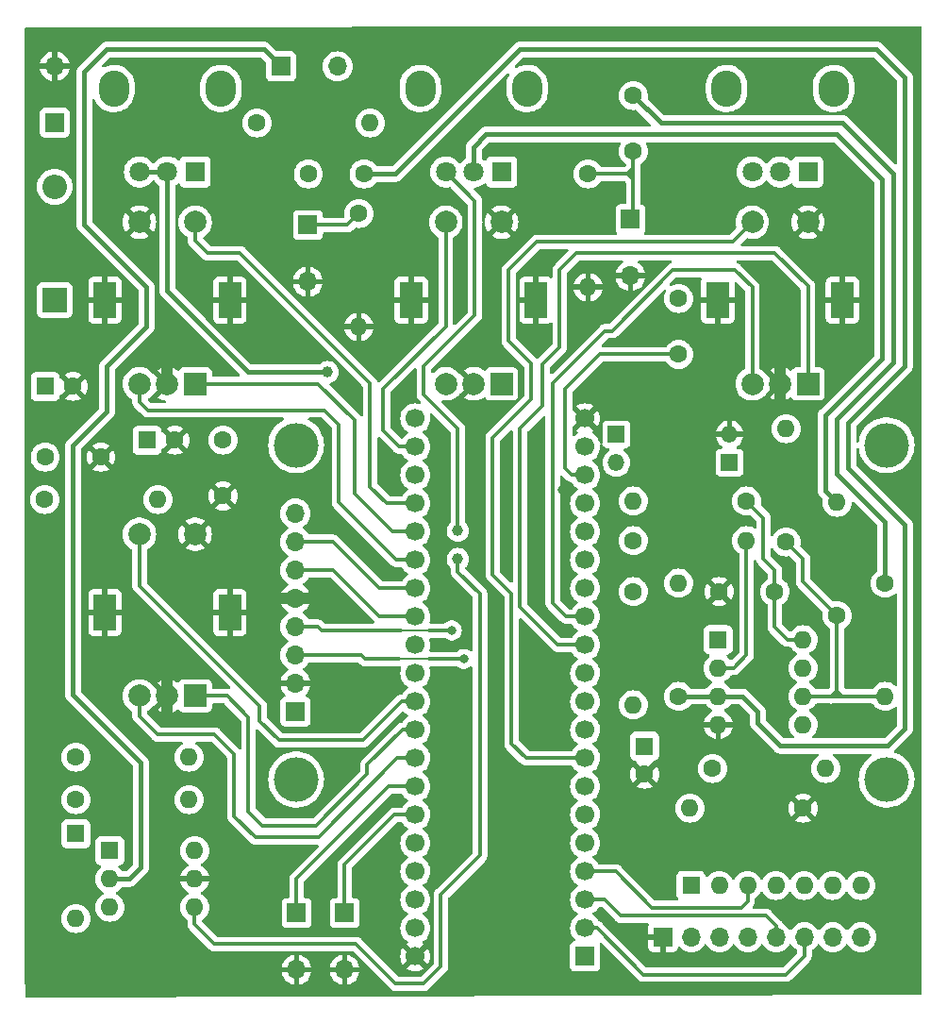
<source format=gbr>
%TF.GenerationSoftware,KiCad,Pcbnew,7.0.10*%
%TF.CreationDate,2024-03-12T16:09:29+01:00*%
%TF.ProjectId,DaisyPedal,44616973-7950-4656-9461-6c2e6b696361,1.0*%
%TF.SameCoordinates,Original*%
%TF.FileFunction,Copper,L2,Bot*%
%TF.FilePolarity,Positive*%
%FSLAX46Y46*%
G04 Gerber Fmt 4.6, Leading zero omitted, Abs format (unit mm)*
G04 Created by KiCad (PCBNEW 7.0.10) date 2024-03-12 16:09:29*
%MOMM*%
%LPD*%
G01*
G04 APERTURE LIST*
%TA.AperFunction,ComponentPad*%
%ADD10C,1.600000*%
%TD*%
%TA.AperFunction,ComponentPad*%
%ADD11O,1.600000X1.600000*%
%TD*%
%TA.AperFunction,ComponentPad*%
%ADD12R,1.500000X1.500000*%
%TD*%
%TA.AperFunction,ComponentPad*%
%ADD13O,1.500000X1.500000*%
%TD*%
%TA.AperFunction,ComponentPad*%
%ADD14R,1.700000X1.700000*%
%TD*%
%TA.AperFunction,ComponentPad*%
%ADD15C,1.700000*%
%TD*%
%TA.AperFunction,ComponentPad*%
%ADD16R,1.600000X1.600000*%
%TD*%
%TA.AperFunction,ComponentPad*%
%ADD17R,2.200000X2.200000*%
%TD*%
%TA.AperFunction,ComponentPad*%
%ADD18O,2.200000X2.200000*%
%TD*%
%TA.AperFunction,ComponentPad*%
%ADD19O,1.700000X1.700000*%
%TD*%
%TA.AperFunction,ComponentPad*%
%ADD20R,2.000000X2.000000*%
%TD*%
%TA.AperFunction,ComponentPad*%
%ADD21C,2.000000*%
%TD*%
%TA.AperFunction,ComponentPad*%
%ADD22R,2.000000X3.200000*%
%TD*%
%TA.AperFunction,ComponentPad*%
%ADD23O,2.720000X3.240000*%
%TD*%
%TA.AperFunction,ComponentPad*%
%ADD24R,1.800000X1.800000*%
%TD*%
%TA.AperFunction,ComponentPad*%
%ADD25C,1.800000*%
%TD*%
%TA.AperFunction,WasherPad*%
%ADD26C,4.000000*%
%TD*%
%TA.AperFunction,ViaPad*%
%ADD27C,0.800000*%
%TD*%
%TA.AperFunction,ViaPad*%
%ADD28C,1.000000*%
%TD*%
%TA.AperFunction,Conductor*%
%ADD29C,0.300000*%
%TD*%
%TA.AperFunction,Conductor*%
%ADD30C,0.200000*%
%TD*%
%TA.AperFunction,Conductor*%
%ADD31C,1.000000*%
%TD*%
%TA.AperFunction,Conductor*%
%ADD32C,0.400000*%
%TD*%
G04 APERTURE END LIST*
D10*
%TO.P,R13,1*%
%TO.N,Net-(U1B--)*%
X98044000Y-75692000D03*
D11*
%TO.P,R13,2*%
%TO.N,Net-(R13-Pad2)*%
X98044000Y-65532000D03*
%TD*%
D12*
%TO.P,D4,1,K*%
%TO.N,9V Ana*%
X92964000Y-68580000D03*
D13*
%TO.P,D4,2,A*%
%TO.N,Net-(A1-AUDIO_IN_1)*%
X82804000Y-68580000D03*
%TD*%
D10*
%TO.P,R2,1*%
%TO.N,9V Digi*%
X31496000Y-71882000D03*
D11*
%TO.P,R2,2*%
%TO.N,9V Ana*%
X41656000Y-71882000D03*
%TD*%
D14*
%TO.P,A1,1,USB_ID*%
%TO.N,unconnected-(A1-USB_ID-Pad1)*%
X80000000Y-112860000D03*
D15*
%TO.P,A1,2,SD_DATA_3*%
%TO.N,Net-(A1-SD_DATA_3)*%
X80000000Y-110320000D03*
%TO.P,A1,3,SD_DATA_2*%
%TO.N,Net-(A1-SD_DATA_2)*%
X80000000Y-107780000D03*
%TO.P,A1,4,SD_DATA_1*%
%TO.N,Net-(A1-SD_DATA_1)*%
X80000000Y-105240000D03*
%TO.P,A1,5,SD_DATA_0*%
%TO.N,Net-(A1-SD_DATA_0)*%
X80000000Y-102700000D03*
%TO.P,A1,6,SD_CMD*%
%TO.N,Net-(A1-SD_CMD)*%
X80000000Y-100160000D03*
%TO.P,A1,7,SD_CLK*%
%TO.N,Net-(A1-SD_CLK)*%
X80000000Y-97620000D03*
%TO.P,A1,8,SPI1_CS*%
%TO.N,/D7*%
X80000000Y-95080000D03*
%TO.P,A1,9,SPI1_SCK*%
%TO.N,SCK*%
X80000000Y-92540000D03*
%TO.P,A1,10,SPI1_MISO*%
%TO.N,unconnected-(A1-SPI1_MISO-Pad10)*%
X80000000Y-90000000D03*
%TO.P,A1,11,SPI1_M0SI*%
%TO.N,MOSI*%
X80000000Y-87460000D03*
%TO.P,A1,12,I2C1_SCL*%
%TO.N,/D11*%
X80000000Y-84920000D03*
%TO.P,A1,13,I2C1_SDA*%
%TO.N,/D12*%
X80000000Y-82380000D03*
%TO.P,A1,14,USART1_TX*%
%TO.N,unconnected-(A1-USART1_TX-Pad14)*%
X80000000Y-79840000D03*
%TO.P,A1,15,USART1_RX*%
%TO.N,Net-(A1-USART1_RX)*%
X80000000Y-77300000D03*
%TO.P,A1,16,AUDIO_IN_1*%
%TO.N,Net-(A1-AUDIO_IN_1)*%
X80000000Y-74760000D03*
%TO.P,A1,17,AUDIO_IN_2*%
%TO.N,unconnected-(A1-AUDIO_IN_2-Pad17)*%
X80000000Y-72220000D03*
%TO.P,A1,18,AUDIO_OUT_1*%
%TO.N,Net-(A1-AUDIO_OUT_1)*%
X80000000Y-69680000D03*
%TO.P,A1,19,AUDIO_OUT_2*%
%TO.N,unconnected-(A1-AUDIO_OUT_2-Pad19)*%
X80000000Y-67140000D03*
%TO.P,A1,20,AGND*%
%TO.N,GND*%
X80000000Y-64600000D03*
%TO.P,A1,21,3V3_A*%
%TO.N,unconnected-(A1-3V3_A-Pad21)*%
X64760000Y-64600000D03*
%TO.P,A1,22,ADC_0*%
%TO.N,/D15*%
X64760000Y-67140000D03*
%TO.P,A1,23,ADC_1*%
%TO.N,/D16*%
X64760000Y-69680000D03*
%TO.P,A1,24,ADC_2*%
%TO.N,/D17*%
X64760000Y-72220000D03*
%TO.P,A1,25,ADC_3*%
%TO.N,/D18*%
X64760000Y-74760000D03*
%TO.P,A1,26,ADC_4*%
%TO.N,/D19*%
X64760000Y-77300000D03*
%TO.P,A1,27,ADC_5*%
%TO.N,/D20*%
X64760000Y-79840000D03*
%TO.P,A1,28,ADC_6*%
%TO.N,/D21*%
X64760000Y-82380000D03*
%TO.P,A1,29,DAC_OUT2*%
%TO.N,/D22*%
X64760000Y-84920000D03*
%TO.P,A1,30,DAC_OUT1*%
%TO.N,unconnected-(A1-DAC_OUT1-Pad30)*%
X64760000Y-87460000D03*
%TO.P,A1,31,SAI2_MCLK*%
%TO.N,/D24*%
X64760000Y-90000000D03*
%TO.P,A1,32,SAI2_SD_B*%
%TO.N,/D25*%
X64760000Y-92540000D03*
%TO.P,A1,33,SAI2_SD_A*%
%TO.N,/D26*%
X64760000Y-95080000D03*
%TO.P,A1,34,SAI2_FS*%
%TO.N,/D27*%
X64760000Y-97620000D03*
%TO.P,A1,35,SAI2_SCK*%
%TO.N,/D28*%
X64760000Y-100160000D03*
%TO.P,A1,36,USB_D_-*%
%TO.N,unconnected-(A1-USB_D_--Pad36)*%
X64760000Y-102700000D03*
%TO.P,A1,37,USB_D_+*%
%TO.N,unconnected-(A1-USB_D_+-Pad37)*%
X64760000Y-105240000D03*
%TO.P,A1,38,3V3_D*%
%TO.N,3.3V Digi*%
X64760000Y-107780000D03*
%TO.P,A1,39,VIN*%
%TO.N,9V Digi*%
X64760000Y-110320000D03*
%TO.P,A1,40,DGND*%
%TO.N,GND*%
X64760000Y-112860000D03*
%TD*%
D16*
%TO.P,D2,1,K*%
%TO.N,Net-(D2-K)*%
X34290000Y-101854000D03*
D11*
%TO.P,D2,2,A*%
%TO.N,Net-(D2-A)*%
X34290000Y-109474000D03*
%TD*%
D10*
%TO.P,R14,1*%
%TO.N,Net-(J4-Pin_1)*%
X80264000Y-42672000D03*
D11*
%TO.P,R14,2*%
%TO.N,GND*%
X80264000Y-52832000D03*
%TD*%
D10*
%TO.P,R3,1*%
%TO.N,9V Ana*%
X94488000Y-72009000D03*
D11*
%TO.P,R3,2*%
%TO.N,VA*%
X84328000Y-72009000D03*
%TD*%
D10*
%TO.P,C7,1*%
%TO.N,Net-(J3-+)*%
X55158000Y-42672000D03*
%TO.P,C7,2*%
%TO.N,Net-(U1A-+)*%
X60158000Y-42672000D03*
%TD*%
D16*
%TO.P,U2,1*%
%TO.N,Net-(D2-K)*%
X37338000Y-103378000D03*
D11*
%TO.P,U2,2*%
%TO.N,Net-(D2-A)*%
X37338000Y-105918000D03*
%TO.P,U2,3*%
%TO.N,unconnected-(U2-Pad3)*%
X37338000Y-108458000D03*
%TO.P,U2,4*%
%TO.N,Net-(A1-USART1_RX)*%
X44958000Y-108458000D03*
%TO.P,U2,5*%
%TO.N,GND*%
X44958000Y-105918000D03*
%TO.P,U2,6*%
%TO.N,3.3V Digi*%
X44958000Y-103378000D03*
%TD*%
D17*
%TO.P,D1,1,K*%
%TO.N,9V Digi*%
X32385000Y-53975000D03*
D18*
%TO.P,D1,2,A*%
%TO.N,Net-(D1-A)*%
X32385000Y-43815000D03*
%TD*%
D14*
%TO.P,J2,1,Pin_1*%
%TO.N,Net-(D2-A)*%
X52705000Y-33020000D03*
D19*
%TO.P,J2,2,Pin_2*%
%TO.N,Net-(J2-Pin_2)*%
X57785000Y-33020000D03*
%TD*%
D14*
%TO.P,J7,1,Pin_1*%
%TO.N,/D28*%
X58420000Y-108981000D03*
D19*
%TO.P,J7,2,Pin_2*%
%TO.N,GND*%
X58420000Y-114061000D03*
%TD*%
D10*
%TO.P,C8,1*%
%TO.N,Net-(A1-AUDIO_OUT_1)*%
X88392000Y-58848000D03*
%TO.P,C8,2*%
%TO.N,Net-(C8-Pad2)*%
X88392000Y-53848000D03*
%TD*%
D16*
%TO.P,C2,1*%
%TO.N,9V Digi*%
X31536000Y-61722000D03*
D10*
%TO.P,C2,2*%
%TO.N,GND*%
X34036000Y-61722000D03*
%TD*%
%TO.P,R10,1*%
%TO.N,Net-(U1A-+)*%
X88392000Y-89535000D03*
D11*
%TO.P,R10,2*%
%TO.N,VA*%
X88392000Y-79375000D03*
%TD*%
D10*
%TO.P,R12,1*%
%TO.N,Net-(U1B--)*%
X102616000Y-82296000D03*
D11*
%TO.P,R12,2*%
%TO.N,Net-(R12-Pad2)*%
X102616000Y-72136000D03*
%TD*%
D16*
%TO.P,C4,1*%
%TO.N,9V Ana*%
X40680000Y-66548000D03*
D10*
%TO.P,C4,2*%
%TO.N,GND*%
X43180000Y-66548000D03*
%TD*%
%TO.P,R7,1*%
%TO.N,Net-(A1-AUDIO_IN_1)*%
X84328000Y-80137000D03*
D11*
%TO.P,R7,2*%
%TO.N,VA*%
X84328000Y-90297000D03*
%TD*%
D10*
%TO.P,C5,1*%
%TO.N,9V Ana*%
X47498000Y-66548000D03*
%TO.P,C5,2*%
%TO.N,GND*%
X47498000Y-71548000D03*
%TD*%
D14*
%TO.P,J5,1,Pin_1*%
%TO.N,GND*%
X86995000Y-111125000D03*
D19*
%TO.P,J5,2,Pin_2*%
%TO.N,3.3V Digi*%
X89535000Y-111125000D03*
%TO.P,J5,3,Pin_3*%
%TO.N,Net-(A1-SD_DATA_0)*%
X92075000Y-111125000D03*
%TO.P,J5,4,Pin_4*%
%TO.N,Net-(A1-SD_DATA_1)*%
X94615000Y-111125000D03*
%TO.P,J5,5,Pin_5*%
%TO.N,Net-(A1-SD_DATA_2)*%
X97155000Y-111125000D03*
%TO.P,J5,6,Pin_6*%
%TO.N,Net-(A1-SD_DATA_3)*%
X99695000Y-111125000D03*
%TO.P,J5,7,Pin_7*%
%TO.N,Net-(A1-SD_CMD)*%
X102235000Y-111125000D03*
%TO.P,J5,8,Pin_8*%
%TO.N,Net-(A1-SD_CLK)*%
X104775000Y-111125000D03*
%TD*%
D14*
%TO.P,J3,1,+*%
%TO.N,Net-(J3-+)*%
X55118000Y-47259000D03*
D19*
%TO.P,J3,2,-*%
%TO.N,GND*%
X55118000Y-52339000D03*
%TD*%
D10*
%TO.P,R1,1*%
%TO.N,Net-(A1-USART1_RX)*%
X34290000Y-94996000D03*
D11*
%TO.P,R1,2*%
%TO.N,3.3V Digi*%
X44450000Y-94996000D03*
%TD*%
D10*
%TO.P,R6,1*%
%TO.N,VA*%
X84328000Y-75565000D03*
D11*
%TO.P,R6,2*%
%TO.N,Net-(U1A--)*%
X94488000Y-75565000D03*
%TD*%
D14*
%TO.P,J1,1,Pin_1*%
%TO.N,Net-(D1-A)*%
X32385000Y-38085000D03*
D19*
%TO.P,J1,2,Pin_2*%
%TO.N,GND*%
X32385000Y-33005000D03*
%TD*%
D10*
%TO.P,R8,1*%
%TO.N,Net-(R8-Pad1)*%
X50546000Y-38100000D03*
D11*
%TO.P,R8,2*%
%TO.N,Net-(A1-AUDIO_IN_1)*%
X60706000Y-38100000D03*
%TD*%
D12*
%TO.P,D3,1,K*%
%TO.N,Net-(A1-AUDIO_IN_1)*%
X82804000Y-66040000D03*
D13*
%TO.P,D3,2,A*%
%TO.N,GND*%
X92964000Y-66040000D03*
%TD*%
D10*
%TO.P,C1,1*%
%TO.N,9V Ana*%
X97028000Y-80137000D03*
%TO.P,C1,2*%
%TO.N,GND*%
X92028000Y-80137000D03*
%TD*%
D16*
%TO.P,C6,1*%
%TO.N,VA*%
X85344000Y-94020000D03*
D10*
%TO.P,C6,2*%
%TO.N,GND*%
X85344000Y-96520000D03*
%TD*%
%TO.P,C9,1*%
%TO.N,Net-(C9-Pad1)*%
X84328000Y-35640000D03*
%TO.P,C9,2*%
%TO.N,Net-(J4-Pin_1)*%
X84328000Y-40640000D03*
%TD*%
%TO.P,C3,1*%
%TO.N,9V Digi*%
X31536000Y-68072000D03*
%TO.P,C3,2*%
%TO.N,GND*%
X36536000Y-68072000D03*
%TD*%
D16*
%TO.P,U1,1*%
%TO.N,Net-(R8-Pad1)*%
X91948000Y-84455000D03*
D11*
%TO.P,U1,2,-*%
%TO.N,Net-(U1A--)*%
X91948000Y-86995000D03*
%TO.P,U1,3,+*%
%TO.N,Net-(U1A-+)*%
X91948000Y-89535000D03*
%TO.P,U1,4,V-*%
%TO.N,GND*%
X91948000Y-92075000D03*
%TO.P,U1,5,+*%
%TO.N,Net-(U1B-+)*%
X99568000Y-92075000D03*
%TO.P,U1,6,-*%
%TO.N,Net-(U1B--)*%
X99568000Y-89535000D03*
%TO.P,U1,7*%
%TO.N,Net-(C9-Pad1)*%
X99568000Y-86995000D03*
%TO.P,U1,8,V+*%
%TO.N,9V Ana*%
X99568000Y-84455000D03*
%TD*%
D14*
%TO.P,J4,1,Pin_1*%
%TO.N,Net-(J4-Pin_1)*%
X84074000Y-46736000D03*
D19*
%TO.P,J4,2,Pin_2*%
%TO.N,GND*%
X84074000Y-51816000D03*
%TD*%
D10*
%TO.P,R9,1*%
%TO.N,Net-(J3-+)*%
X59690000Y-46228000D03*
D11*
%TO.P,R9,2*%
%TO.N,GND*%
X59690000Y-56388000D03*
%TD*%
D10*
%TO.P,R15,1*%
%TO.N,VA*%
X91440000Y-96012000D03*
D11*
%TO.P,R15,2*%
%TO.N,Net-(U1B-+)*%
X101600000Y-96012000D03*
%TD*%
D14*
%TO.P,J6,1,Pin_1*%
%TO.N,/D27*%
X54102000Y-108981000D03*
D19*
%TO.P,J6,2,Pin_2*%
%TO.N,GND*%
X54102000Y-114061000D03*
%TD*%
D16*
%TO.P,RN1,1,common*%
%TO.N,3.3V Digi*%
X89500000Y-106500000D03*
D11*
%TO.P,RN1,2,R1*%
%TO.N,Net-(A1-SD_DATA_0)*%
X92040000Y-106500000D03*
%TO.P,RN1,3,R2*%
%TO.N,Net-(A1-SD_DATA_1)*%
X94580000Y-106500000D03*
%TO.P,RN1,4,R3*%
%TO.N,Net-(A1-SD_DATA_2)*%
X97120000Y-106500000D03*
%TO.P,RN1,5,R4*%
%TO.N,Net-(A1-SD_DATA_3)*%
X99660000Y-106500000D03*
%TO.P,RN1,6,R5*%
%TO.N,Net-(A1-SD_CMD)*%
X102200000Y-106500000D03*
%TO.P,RN1,7,R6*%
%TO.N,unconnected-(RN1-R6-Pad7)*%
X104740000Y-106500000D03*
%TD*%
D10*
%TO.P,R4,1*%
%TO.N,GND*%
X99568000Y-99568000D03*
D11*
%TO.P,R4,2*%
%TO.N,VA*%
X89408000Y-99568000D03*
%TD*%
D10*
%TO.P,R11,1*%
%TO.N,Net-(C9-Pad1)*%
X106934000Y-79375000D03*
D11*
%TO.P,R11,2*%
%TO.N,Net-(U1B--)*%
X106934000Y-89535000D03*
%TD*%
D10*
%TO.P,R5,1*%
%TO.N,Net-(D2-K)*%
X34290000Y-98806000D03*
D11*
%TO.P,R5,2*%
%TO.N,Net-(J2-Pin_2)*%
X44450000Y-98806000D03*
%TD*%
D20*
%TO.P,SW4,A,A*%
%TO.N,/D25*%
X45000000Y-89500000D03*
D21*
%TO.P,SW4,B,B*%
%TO.N,/D26*%
X40000000Y-89500000D03*
%TO.P,SW4,C,C*%
%TO.N,GND*%
X42500000Y-89500000D03*
D22*
%TO.P,SW4,MP,MP*%
X36900000Y-82000000D03*
X48100000Y-82000000D03*
D21*
%TO.P,SW4,S1,S1*%
%TO.N,/D24*%
X40000000Y-75000000D03*
%TO.P,SW4,S2,S2*%
%TO.N,GND*%
X45000000Y-75000000D03*
%TD*%
D23*
%TO.P,RV1,*%
%TO.N,*%
X37700000Y-35000000D03*
X47300000Y-35000000D03*
D24*
%TO.P,RV1,1,1*%
%TO.N,Net-(R8-Pad1)*%
X45000000Y-42500000D03*
D25*
%TO.P,RV1,2,2*%
%TO.N,Net-(U1A--)*%
X42500000Y-42500000D03*
%TO.P,RV1,3,3*%
X40000000Y-42500000D03*
%TD*%
D23*
%TO.P,RV2,*%
%TO.N,*%
X65200000Y-35000000D03*
X74800000Y-35000000D03*
D24*
%TO.P,RV2,1,1*%
%TO.N,VA*%
X72500000Y-42500000D03*
D25*
%TO.P,RV2,2,2*%
%TO.N,Net-(R12-Pad2)*%
X70000000Y-42500000D03*
%TO.P,RV2,3,3*%
%TO.N,Net-(A1-AUDIO_IN_1)*%
X67500000Y-42500000D03*
%TD*%
D20*
%TO.P,SW1,A,A*%
%TO.N,/D18*%
X45000000Y-61500000D03*
D21*
%TO.P,SW1,B,B*%
%TO.N,/D19*%
X40000000Y-61500000D03*
%TO.P,SW1,C,C*%
%TO.N,GND*%
X42500000Y-61500000D03*
D22*
%TO.P,SW1,MP,MP*%
X36900000Y-54000000D03*
X48100000Y-54000000D03*
D21*
%TO.P,SW1,S1,S1*%
X40000000Y-47000000D03*
%TO.P,SW1,S2,S2*%
%TO.N,/D17*%
X45000000Y-47000000D03*
%TD*%
D20*
%TO.P,SW2,A,A*%
%TO.N,/D22*%
X72500000Y-61500000D03*
D21*
%TO.P,SW2,B,B*%
%TO.N,/D16*%
X67500000Y-61500000D03*
%TO.P,SW2,C,C*%
%TO.N,GND*%
X70000000Y-61500000D03*
D22*
%TO.P,SW2,MP,MP*%
X64400000Y-54000000D03*
X75600000Y-54000000D03*
D21*
%TO.P,SW2,S1,S1*%
%TO.N,/D15*%
X67500000Y-47000000D03*
%TO.P,SW2,S2,S2*%
%TO.N,GND*%
X72500000Y-47000000D03*
%TD*%
D20*
%TO.P,SW3,A,A*%
%TO.N,/D11*%
X100000000Y-61500000D03*
D21*
%TO.P,SW3,B,B*%
%TO.N,/D12*%
X95000000Y-61500000D03*
%TO.P,SW3,C,C*%
%TO.N,GND*%
X97500000Y-61500000D03*
D22*
%TO.P,SW3,MP,MP*%
X91900000Y-54000000D03*
X103100000Y-54000000D03*
D21*
%TO.P,SW3,S1,S1*%
%TO.N,/D7*%
X95000000Y-47000000D03*
%TO.P,SW3,S2,S2*%
%TO.N,GND*%
X100000000Y-47000000D03*
%TD*%
D23*
%TO.P,RV3,*%
%TO.N,*%
X92700000Y-35000000D03*
X102300000Y-35000000D03*
D24*
%TO.P,RV3,1,1*%
%TO.N,VA*%
X100000000Y-42500000D03*
D25*
%TO.P,RV3,2,2*%
%TO.N,Net-(R13-Pad2)*%
X97500000Y-42500000D03*
%TO.P,RV3,3,3*%
%TO.N,Net-(C8-Pad2)*%
X95000000Y-42500000D03*
%TD*%
D26*
%TO.P,U3,*%
%TO.N,*%
X54060000Y-67000000D03*
X54060000Y-97000000D03*
X107060000Y-67000000D03*
X107060000Y-97000000D03*
D14*
%TO.P,U3,1,VCC*%
%TO.N,3.3V Digi*%
X54000000Y-90920000D03*
D19*
%TO.P,U3,2,GND*%
%TO.N,GND*%
X54000000Y-88380000D03*
%TO.P,U3,3,DIN*%
%TO.N,MOSI*%
X54000000Y-85840000D03*
%TO.P,U3,4,CLK*%
%TO.N,SCK*%
X54000000Y-83300000D03*
%TO.P,U3,5,CS*%
%TO.N,GND*%
X54000000Y-80760000D03*
%TO.P,U3,6,DC*%
%TO.N,/D21*%
X54000000Y-78220000D03*
%TO.P,U3,7,RST*%
%TO.N,/D20*%
X54000000Y-75680000D03*
%TO.P,U3,8,BL*%
%TO.N,3.3V Digi*%
X54000000Y-73140000D03*
%TD*%
D27*
%TO.N,SCK*%
X68021200Y-83616800D03*
%TO.N,MOSI*%
X69113400Y-86182200D03*
D28*
%TO.N,Net-(A1-USART1_RX)*%
X68580000Y-77216000D03*
%TO.N,Net-(A1-AUDIO_IN_1)*%
X68580000Y-74676000D03*
D27*
%TO.N,GND*%
X90932000Y-72136000D03*
X101574600Y-85039200D03*
X94310200Y-103759000D03*
X103454200Y-103682800D03*
D28*
X72644000Y-101600000D03*
X85852000Y-105410000D03*
D27*
X103632000Y-91948000D03*
X96012000Y-86868000D03*
X76479400Y-93776800D03*
X50927000Y-93980000D03*
X76504800Y-90474800D03*
X63982600Y-61823600D03*
X77952600Y-70967600D03*
X70408800Y-76022200D03*
X67843400Y-80543400D03*
X75590400Y-69545200D03*
X61976000Y-68783200D03*
X72923400Y-69494400D03*
X98044000Y-71120000D03*
D28*
%TO.N,Net-(U1A--)*%
X56896000Y-60452000D03*
%TD*%
D29*
%TO.N,Net-(A1-SD_DATA_3)*%
X99695000Y-112805000D02*
X98000000Y-114500000D01*
X98000000Y-114500000D02*
X85250000Y-114500000D01*
X99695000Y-111125000D02*
X99695000Y-112805000D01*
X81070000Y-110320000D02*
X80000000Y-110320000D01*
X85250000Y-114500000D02*
X81070000Y-110320000D01*
%TO.N,Net-(A1-SD_DATA_2)*%
X81780000Y-107780000D02*
X80000000Y-107780000D01*
X96220000Y-109220000D02*
X83220000Y-109220000D01*
X97155000Y-110155000D02*
X96220000Y-109220000D01*
X97155000Y-111125000D02*
X97155000Y-110155000D01*
X83220000Y-109220000D02*
X81780000Y-107780000D01*
%TO.N,Net-(A1-SD_DATA_1)*%
X80000000Y-105240000D02*
X82740000Y-105240000D01*
X86000000Y-108500000D02*
X94000000Y-108500000D01*
X94580000Y-106500000D02*
X94580000Y-107920000D01*
X94580000Y-107920000D02*
X94000000Y-108500000D01*
X82740000Y-105240000D02*
X86000000Y-108500000D01*
%TO.N,/D7*%
X74683800Y-95080000D02*
X80000000Y-95080000D01*
X71704200Y-66344800D02*
X71704200Y-78587600D01*
X73152000Y-51308000D02*
X73152000Y-57658000D01*
X93232000Y-48768000D02*
X75692000Y-48768000D01*
X71704200Y-78587600D02*
X73406000Y-80289400D01*
X95000000Y-47000000D02*
X93232000Y-48768000D01*
X75184000Y-62865000D02*
X71704200Y-66344800D01*
X73152000Y-57658000D02*
X75184000Y-59690000D01*
X73406000Y-80289400D02*
X73406000Y-93802200D01*
X73406000Y-93802200D02*
X74683800Y-95080000D01*
X75692000Y-48768000D02*
X73152000Y-51308000D01*
X75184000Y-59690000D02*
X75184000Y-62865000D01*
%TO.N,SCK*%
X67945000Y-83642200D02*
X67919600Y-83642200D01*
X67995800Y-83642200D02*
X68021200Y-83616800D01*
X54000000Y-83300000D02*
X56020400Y-83300000D01*
D30*
X63474600Y-83642200D02*
X66014600Y-83642200D01*
D29*
X56020400Y-83300000D02*
X56362600Y-83642200D01*
X66014600Y-83642200D02*
X67995800Y-83642200D01*
X56362600Y-83642200D02*
X63474600Y-83642200D01*
X68021200Y-83616800D02*
X67945000Y-83642200D01*
X67894200Y-83642200D02*
X68021200Y-83616800D01*
D30*
X66014600Y-83642200D02*
X67894200Y-83642200D01*
D29*
%TO.N,MOSI*%
X54000000Y-85840000D02*
X59906600Y-85840000D01*
D30*
X63322200Y-86182200D02*
X66014600Y-86182200D01*
D29*
X59906600Y-85840000D02*
X60248800Y-86182200D01*
X60248800Y-86182200D02*
X63322200Y-86182200D01*
X66014600Y-86182200D02*
X69113400Y-86182200D01*
%TO.N,/D11*%
X76200000Y-59715400D02*
X76200000Y-63500000D01*
X100000000Y-61500000D02*
X100000000Y-52756000D01*
X100000000Y-52756000D02*
X97028000Y-49784000D01*
X76200000Y-63500000D02*
X74168000Y-65532000D01*
X74168000Y-65532000D02*
X74168000Y-81534000D01*
X77554000Y-84920000D02*
X80000000Y-84920000D01*
X77724000Y-58191400D02*
X76200000Y-59715400D01*
X97028000Y-49784000D02*
X79248000Y-49784000D01*
X74168000Y-81534000D02*
X77554000Y-84920000D01*
X79248000Y-49784000D02*
X77724000Y-51308000D01*
X77724000Y-51308000D02*
X77724000Y-58191400D01*
%TO.N,/D12*%
X80000000Y-82380000D02*
X78316000Y-82380000D01*
X77089000Y-61468000D02*
X81788000Y-56769000D01*
X82423000Y-56769000D02*
X81788000Y-56769000D01*
X93472000Y-51308000D02*
X87884000Y-51308000D01*
X78316000Y-82380000D02*
X77089000Y-81153000D01*
X95000000Y-52836000D02*
X93472000Y-51308000D01*
X95000000Y-52836000D02*
X95000000Y-61500000D01*
X87884000Y-51308000D02*
X82423000Y-56769000D01*
X77089000Y-81153000D02*
X77089000Y-61468000D01*
%TO.N,Net-(A1-USART1_RX)*%
X46736000Y-111760000D02*
X44958000Y-109982000D01*
X68580000Y-78359000D02*
X70561200Y-80340200D01*
X70561200Y-103809800D02*
X67056000Y-107315000D01*
X62992000Y-115316000D02*
X59436000Y-111760000D01*
X70561200Y-80340200D02*
X70561200Y-103809800D01*
X68580000Y-77216000D02*
X68580000Y-78359000D01*
X65532000Y-115316000D02*
X62992000Y-115316000D01*
X67056000Y-107315000D02*
X67056000Y-113792000D01*
X59436000Y-111760000D02*
X46736000Y-111760000D01*
X67056000Y-113792000D02*
X65532000Y-115316000D01*
X44958000Y-109982000D02*
X44958000Y-108458000D01*
%TO.N,Net-(A1-AUDIO_IN_1)*%
X65532000Y-59944000D02*
X70104000Y-55372000D01*
X70104000Y-45104000D02*
X67500000Y-42500000D01*
X68580000Y-65532000D02*
X65532000Y-62484000D01*
X70104000Y-55372000D02*
X70104000Y-45104000D01*
X68580000Y-74676000D02*
X68580000Y-65532000D01*
X65532000Y-62484000D02*
X65532000Y-59944000D01*
%TO.N,Net-(A1-AUDIO_OUT_1)*%
X81360000Y-58848000D02*
X81280000Y-58928000D01*
X81280000Y-58928000D02*
X78232000Y-61976000D01*
X88392000Y-58848000D02*
X81360000Y-58848000D01*
X78232000Y-61976000D02*
X78232000Y-69088000D01*
X78824000Y-69680000D02*
X80000000Y-69680000D01*
X78232000Y-69088000D02*
X78824000Y-69680000D01*
D31*
%TO.N,GND*%
X42500000Y-61500000D02*
X42500000Y-58756000D01*
X42500000Y-87712000D02*
X42500000Y-89500000D01*
X42500000Y-58756000D02*
X42164000Y-58420000D01*
X42500000Y-89500000D02*
X42500000Y-91268000D01*
X54000000Y-80760000D02*
X55868000Y-80760000D01*
X42672000Y-91440000D02*
X42500000Y-91268000D01*
X97500000Y-62956000D02*
X97500000Y-61500000D01*
X97500000Y-62956000D02*
X97536000Y-62992000D01*
X51828000Y-80760000D02*
X54000000Y-80760000D01*
X42500000Y-87712000D02*
X42164000Y-87376000D01*
X51828000Y-80760000D02*
X51816000Y-80772000D01*
X97500000Y-61500000D02*
X97500000Y-58964000D01*
X55868000Y-80760000D02*
X55880000Y-80772000D01*
D29*
%TO.N,/D15*%
X67500000Y-47000000D02*
X67500000Y-56325000D01*
X67500000Y-56325000D02*
X61849000Y-61976000D01*
X63330000Y-67140000D02*
X64760000Y-67140000D01*
X61849000Y-61976000D02*
X61849000Y-65659000D01*
X61849000Y-65659000D02*
X63330000Y-67140000D01*
%TO.N,/D17*%
X46101000Y-49784000D02*
X49022000Y-49784000D01*
X49022000Y-49784000D02*
X60706000Y-61468000D01*
X45000000Y-48683000D02*
X46101000Y-49784000D01*
X62212400Y-72220000D02*
X64760000Y-72220000D01*
X60706000Y-70713600D02*
X62212400Y-72220000D01*
X60706000Y-61468000D02*
X60706000Y-70713600D01*
X45000000Y-47000000D02*
X45000000Y-48683000D01*
%TO.N,/D18*%
X45000000Y-61500000D02*
X56039000Y-61500000D01*
X62695000Y-74760000D02*
X64760000Y-74760000D01*
X59309000Y-71374000D02*
X62695000Y-74760000D01*
X59309000Y-64770000D02*
X59309000Y-71374000D01*
X56039000Y-61500000D02*
X59309000Y-64770000D01*
%TO.N,/D19*%
X40000000Y-63124000D02*
X40503000Y-63627000D01*
X40000000Y-61500000D02*
X40000000Y-63124000D01*
X40513000Y-63627000D02*
X40767000Y-63881000D01*
X56642000Y-63881000D02*
X57912000Y-65151000D01*
X40503000Y-63627000D02*
X40513000Y-63627000D01*
X40767000Y-63881000D02*
X56642000Y-63881000D01*
X57912000Y-65151000D02*
X57912000Y-72136000D01*
X63076000Y-77300000D02*
X64760000Y-77300000D01*
X57912000Y-72136000D02*
X63076000Y-77300000D01*
%TO.N,/D20*%
X57392000Y-75680000D02*
X61552000Y-79840000D01*
X61552000Y-79840000D02*
X64760000Y-79840000D01*
X54000000Y-75680000D02*
X57392000Y-75680000D01*
%TO.N,/D21*%
X61552000Y-82380000D02*
X64760000Y-82380000D01*
X57392000Y-78220000D02*
X61552000Y-82380000D01*
X54000000Y-78220000D02*
X57392000Y-78220000D01*
%TO.N,/D24*%
X40000000Y-75000000D02*
X40000000Y-79624000D01*
X40000000Y-79624000D02*
X50800000Y-90424000D01*
X52523106Y-93472000D02*
X60085919Y-93472000D01*
X50800000Y-91748894D02*
X52523106Y-93472000D01*
X63557919Y-90000000D02*
X64760000Y-90000000D01*
X50800000Y-90424000D02*
X50800000Y-91748894D01*
X60085919Y-93472000D02*
X63557919Y-90000000D01*
%TO.N,/D25*%
X49784000Y-99872800D02*
X49784000Y-91440000D01*
X55829200Y-101142800D02*
X51054000Y-101142800D01*
X63593800Y-92540000D02*
X60452000Y-95681800D01*
X60452000Y-95681800D02*
X60452000Y-96520000D01*
X49784000Y-91440000D02*
X47844000Y-89500000D01*
X51054000Y-101142800D02*
X49784000Y-99872800D01*
X47844000Y-89500000D02*
X45000000Y-89500000D01*
X60452000Y-96520000D02*
X55829200Y-101142800D01*
X64760000Y-92540000D02*
X63593800Y-92540000D01*
%TO.N,/D26*%
X41656000Y-92964000D02*
X46736000Y-92964000D01*
X46736000Y-92964000D02*
X48514000Y-94742000D01*
X48514000Y-100279200D02*
X50419000Y-102184200D01*
X40000000Y-89500000D02*
X40000000Y-91308000D01*
X56057800Y-102184200D02*
X63162000Y-95080000D01*
X50419000Y-102184200D02*
X56057800Y-102184200D01*
X40000000Y-91308000D02*
X41656000Y-92964000D01*
X48514000Y-94742000D02*
X48514000Y-100279200D01*
X63162000Y-95080000D02*
X64760000Y-95080000D01*
%TO.N,/D27*%
X54102000Y-105918000D02*
X62400000Y-97620000D01*
X54102000Y-108981000D02*
X54102000Y-105918000D01*
X62400000Y-97620000D02*
X64760000Y-97620000D01*
%TO.N,/D28*%
X58420000Y-104648000D02*
X62908000Y-100160000D01*
X58420000Y-108981000D02*
X58420000Y-104648000D01*
X62908000Y-100160000D02*
X64760000Y-100160000D01*
%TO.N,9V Ana*%
X96012000Y-73533000D02*
X94488000Y-72009000D01*
X97028000Y-80137000D02*
X97028000Y-78232000D01*
X99568000Y-84455000D02*
X98171000Y-84455000D01*
X98171000Y-84455000D02*
X97028000Y-83312000D01*
X97028000Y-78232000D02*
X96012000Y-77216000D01*
X96012000Y-77216000D02*
X96012000Y-73533000D01*
X97028000Y-83312000D02*
X97028000Y-80137000D01*
%TO.N,Net-(J3-+)*%
X55118000Y-47259000D02*
X58659000Y-47259000D01*
X58659000Y-47259000D02*
X59690000Y-46228000D01*
D32*
%TO.N,Net-(U1A-+)*%
X95504000Y-91948000D02*
X97536000Y-93980000D01*
X106172000Y-31496000D02*
X74168000Y-31496000D01*
X88392000Y-89535000D02*
X91948000Y-89535000D01*
X108712000Y-92456000D02*
X108712000Y-74168000D01*
X103632000Y-69088000D02*
X103632000Y-64973200D01*
X94107000Y-89535000D02*
X95504000Y-90932000D01*
X91948000Y-89535000D02*
X94107000Y-89535000D01*
X62992000Y-42672000D02*
X60158000Y-42672000D01*
X74168000Y-31496000D02*
X62992000Y-42672000D01*
X107188000Y-93980000D02*
X108712000Y-92456000D01*
X108712000Y-34036000D02*
X106172000Y-31496000D01*
X97536000Y-93980000D02*
X107188000Y-93980000D01*
X108712000Y-59893200D02*
X108712000Y-34036000D01*
X103632000Y-64973200D02*
X108712000Y-59893200D01*
X95504000Y-90932000D02*
X95504000Y-91948000D01*
X108712000Y-74168000D02*
X103632000Y-69088000D01*
%TO.N,Net-(C9-Pad1)*%
X86788000Y-38100000D02*
X103124000Y-38100000D01*
X102616000Y-69596000D02*
X106934000Y-73914000D01*
X84328000Y-35640000D02*
X86788000Y-38100000D01*
X102616000Y-64643000D02*
X102616000Y-69596000D01*
X103124000Y-38100000D02*
X107696000Y-42672000D01*
X106934000Y-73914000D02*
X106934000Y-79375000D01*
X107696000Y-59563000D02*
X102616000Y-64643000D01*
X107696000Y-42672000D02*
X107696000Y-59563000D01*
D29*
%TO.N,Net-(J4-Pin_1)*%
X84328000Y-46482000D02*
X84074000Y-46736000D01*
X83192000Y-42672000D02*
X82804000Y-42672000D01*
X84328000Y-42672000D02*
X84328000Y-43180000D01*
X84328000Y-43180000D02*
X84328000Y-46482000D01*
X80264000Y-42672000D02*
X82804000Y-42672000D01*
X83820000Y-42672000D02*
X84328000Y-42672000D01*
X84328000Y-40640000D02*
X84328000Y-42164000D01*
X83820000Y-42672000D02*
X84328000Y-43180000D01*
X83820000Y-42672000D02*
X84328000Y-42164000D01*
X80264000Y-42672000D02*
X83820000Y-42672000D01*
X84328000Y-42164000D02*
X84328000Y-42672000D01*
D32*
%TO.N,Net-(D2-A)*%
X34036000Y-89408000D02*
X40132000Y-95504000D01*
X37084000Y-31496000D02*
X35052000Y-33528000D01*
X51181000Y-31496000D02*
X37084000Y-31496000D01*
X40640000Y-52832000D02*
X40640000Y-56388000D01*
X35052000Y-47244000D02*
X40640000Y-52832000D01*
X40132000Y-104902000D02*
X39116000Y-105918000D01*
X52705000Y-33020000D02*
X51181000Y-31496000D01*
X35052000Y-33528000D02*
X35052000Y-47244000D01*
X39116000Y-105918000D02*
X37338000Y-105918000D01*
X37084000Y-59944000D02*
X37084000Y-64008000D01*
X40132000Y-95504000D02*
X40132000Y-104902000D01*
X37084000Y-64008000D02*
X34036000Y-67056000D01*
X34036000Y-67056000D02*
X34036000Y-89408000D01*
X40640000Y-56388000D02*
X37084000Y-59944000D01*
D29*
%TO.N,Net-(U1A--)*%
X91948000Y-86995000D02*
X93345000Y-86995000D01*
D32*
X56896000Y-60452000D02*
X49784000Y-60452000D01*
X49784000Y-60452000D02*
X42500000Y-53168000D01*
D29*
X94488000Y-85852000D02*
X94488000Y-75565000D01*
D32*
X40000000Y-42500000D02*
X42500000Y-42500000D01*
X42500000Y-53168000D02*
X42500000Y-42500000D01*
D29*
X93345000Y-86995000D02*
X94488000Y-85852000D01*
%TO.N,Net-(U1B--)*%
X102616000Y-89027000D02*
X102108000Y-89535000D01*
X103124000Y-89535000D02*
X106934000Y-89535000D01*
X102108000Y-89535000D02*
X102616000Y-89535000D01*
X99568000Y-79248000D02*
X102616000Y-82296000D01*
X99568000Y-89535000D02*
X102108000Y-89535000D01*
X102616000Y-82296000D02*
X102616000Y-89535000D01*
X102616000Y-88900000D02*
X102616000Y-89535000D01*
X98044000Y-75692000D02*
X99568000Y-77216000D01*
X99568000Y-77216000D02*
X99568000Y-79248000D01*
X102616000Y-89535000D02*
X103124000Y-89535000D01*
X103124000Y-89535000D02*
X102616000Y-89027000D01*
X102616000Y-88900000D02*
X102616000Y-89027000D01*
D32*
%TO.N,Net-(R12-Pad2)*%
X102616000Y-39116000D02*
X106680000Y-43180000D01*
X70000000Y-40236000D02*
X71120000Y-39116000D01*
X106680000Y-59207400D02*
X101600000Y-64287400D01*
X106680000Y-43180000D02*
X106680000Y-59207400D01*
X101600000Y-64287400D02*
X101600000Y-71120000D01*
X101600000Y-71120000D02*
X102616000Y-72136000D01*
X71120000Y-39116000D02*
X102616000Y-39116000D01*
X70000000Y-42500000D02*
X70000000Y-40236000D01*
%TD*%
%TA.AperFunction,Conductor*%
%TO.N,GND*%
G36*
X81526231Y-108450185D02*
G01*
X81546873Y-108466819D01*
X82699564Y-109619510D01*
X82709635Y-109632080D01*
X82709822Y-109631926D01*
X82714795Y-109637937D01*
X82714797Y-109637939D01*
X82714798Y-109637940D01*
X82738955Y-109660625D01*
X82765832Y-109685864D01*
X82768629Y-109688575D01*
X82788968Y-109708914D01*
X82792451Y-109711616D01*
X82801327Y-109719197D01*
X82813846Y-109730953D01*
X82834607Y-109750448D01*
X82853198Y-109760668D01*
X82869463Y-109771352D01*
X82879742Y-109779325D01*
X82886237Y-109784363D01*
X82928144Y-109802497D01*
X82938618Y-109807628D01*
X82978632Y-109829627D01*
X82999193Y-109834905D01*
X83017597Y-109841207D01*
X83037074Y-109849636D01*
X83082178Y-109856779D01*
X83093597Y-109859144D01*
X83137823Y-109870500D01*
X83159045Y-109870500D01*
X83178442Y-109872026D01*
X83199405Y-109875347D01*
X83244863Y-109871049D01*
X83256531Y-109870500D01*
X85583629Y-109870500D01*
X85650668Y-109890185D01*
X85696423Y-109942989D01*
X85706367Y-110012147D01*
X85699811Y-110037833D01*
X85651403Y-110167620D01*
X85651401Y-110167627D01*
X85645000Y-110227155D01*
X85645000Y-110875000D01*
X86561314Y-110875000D01*
X86535507Y-110915156D01*
X86495000Y-111053111D01*
X86495000Y-111196889D01*
X86535507Y-111334844D01*
X86561314Y-111375000D01*
X85645000Y-111375000D01*
X85645000Y-112022844D01*
X85651401Y-112082372D01*
X85651403Y-112082379D01*
X85701645Y-112217086D01*
X85701649Y-112217093D01*
X85787809Y-112332187D01*
X85787812Y-112332190D01*
X85902906Y-112418350D01*
X85902913Y-112418354D01*
X86037620Y-112468596D01*
X86037627Y-112468598D01*
X86097155Y-112474999D01*
X86097172Y-112475000D01*
X86745000Y-112475000D01*
X86745000Y-111560501D01*
X86852685Y-111609680D01*
X86959237Y-111625000D01*
X87030763Y-111625000D01*
X87137315Y-111609680D01*
X87245000Y-111560501D01*
X87245000Y-112475000D01*
X87892828Y-112475000D01*
X87892844Y-112474999D01*
X87952372Y-112468598D01*
X87952379Y-112468596D01*
X88087086Y-112418354D01*
X88087093Y-112418350D01*
X88202187Y-112332190D01*
X88202190Y-112332187D01*
X88288350Y-112217093D01*
X88288354Y-112217086D01*
X88337422Y-112085529D01*
X88379293Y-112029595D01*
X88444757Y-112005178D01*
X88513030Y-112020030D01*
X88541285Y-112041181D01*
X88663599Y-112163495D01*
X88690631Y-112182423D01*
X88857165Y-112299032D01*
X88857167Y-112299033D01*
X88857170Y-112299035D01*
X89071337Y-112398903D01*
X89071343Y-112398904D01*
X89071344Y-112398905D01*
X89114614Y-112410499D01*
X89299592Y-112460063D01*
X89470319Y-112475000D01*
X89534999Y-112480659D01*
X89535000Y-112480659D01*
X89535001Y-112480659D01*
X89599681Y-112475000D01*
X89770408Y-112460063D01*
X89998663Y-112398903D01*
X90212830Y-112299035D01*
X90406401Y-112163495D01*
X90573495Y-111996401D01*
X90703425Y-111810842D01*
X90758002Y-111767217D01*
X90827500Y-111760023D01*
X90889855Y-111791546D01*
X90906575Y-111810842D01*
X91036500Y-111996395D01*
X91036505Y-111996401D01*
X91203599Y-112163495D01*
X91230631Y-112182423D01*
X91397165Y-112299032D01*
X91397167Y-112299033D01*
X91397170Y-112299035D01*
X91611337Y-112398903D01*
X91611343Y-112398904D01*
X91611344Y-112398905D01*
X91654614Y-112410499D01*
X91839592Y-112460063D01*
X92010319Y-112475000D01*
X92074999Y-112480659D01*
X92075000Y-112480659D01*
X92075001Y-112480659D01*
X92139681Y-112475000D01*
X92310408Y-112460063D01*
X92538663Y-112398903D01*
X92752830Y-112299035D01*
X92946401Y-112163495D01*
X93113495Y-111996401D01*
X93243425Y-111810842D01*
X93298002Y-111767217D01*
X93367500Y-111760023D01*
X93429855Y-111791546D01*
X93446575Y-111810842D01*
X93576500Y-111996395D01*
X93576505Y-111996401D01*
X93743599Y-112163495D01*
X93770631Y-112182423D01*
X93937165Y-112299032D01*
X93937167Y-112299033D01*
X93937170Y-112299035D01*
X94151337Y-112398903D01*
X94151343Y-112398904D01*
X94151344Y-112398905D01*
X94194614Y-112410499D01*
X94379592Y-112460063D01*
X94550319Y-112475000D01*
X94614999Y-112480659D01*
X94615000Y-112480659D01*
X94615001Y-112480659D01*
X94679681Y-112475000D01*
X94850408Y-112460063D01*
X95078663Y-112398903D01*
X95292830Y-112299035D01*
X95486401Y-112163495D01*
X95653495Y-111996401D01*
X95783425Y-111810842D01*
X95838002Y-111767217D01*
X95907500Y-111760023D01*
X95969855Y-111791546D01*
X95986575Y-111810842D01*
X96116500Y-111996395D01*
X96116505Y-111996401D01*
X96283599Y-112163495D01*
X96310631Y-112182423D01*
X96477165Y-112299032D01*
X96477167Y-112299033D01*
X96477170Y-112299035D01*
X96691337Y-112398903D01*
X96691343Y-112398904D01*
X96691344Y-112398905D01*
X96734614Y-112410499D01*
X96919592Y-112460063D01*
X97090319Y-112475000D01*
X97154999Y-112480659D01*
X97155000Y-112480659D01*
X97155001Y-112480659D01*
X97219681Y-112475000D01*
X97390408Y-112460063D01*
X97618663Y-112398903D01*
X97832830Y-112299035D01*
X98026401Y-112163495D01*
X98193495Y-111996401D01*
X98323425Y-111810842D01*
X98378002Y-111767217D01*
X98447500Y-111760023D01*
X98509855Y-111791546D01*
X98526575Y-111810842D01*
X98656501Y-111996396D01*
X98656506Y-111996402D01*
X98823597Y-112163493D01*
X98823603Y-112163498D01*
X98991623Y-112281147D01*
X99035248Y-112335724D01*
X99044500Y-112382722D01*
X99044500Y-112484192D01*
X99024815Y-112551231D01*
X99008181Y-112571873D01*
X97766873Y-113813181D01*
X97705550Y-113846666D01*
X97679192Y-113849500D01*
X85570808Y-113849500D01*
X85503769Y-113829815D01*
X85483127Y-113813181D01*
X81590434Y-109920488D01*
X81580361Y-109907914D01*
X81580174Y-109908070D01*
X81575198Y-109902054D01*
X81524167Y-109854134D01*
X81521369Y-109851423D01*
X81501035Y-109831089D01*
X81497548Y-109828384D01*
X81488669Y-109820800D01*
X81455396Y-109789554D01*
X81455388Y-109789548D01*
X81436792Y-109779325D01*
X81420531Y-109768644D01*
X81403763Y-109755637D01*
X81387409Y-109748560D01*
X81361853Y-109737501D01*
X81351394Y-109732377D01*
X81311368Y-109710373D01*
X81311365Y-109710372D01*
X81290801Y-109705092D01*
X81272396Y-109698790D01*
X81252927Y-109690365D01*
X81245433Y-109688188D01*
X81245881Y-109686643D01*
X81191000Y-109660625D01*
X81171959Y-109639206D01*
X81038494Y-109448597D01*
X80871402Y-109281506D01*
X80871396Y-109281501D01*
X80685842Y-109151575D01*
X80642217Y-109096998D01*
X80635023Y-109027500D01*
X80666546Y-108965145D01*
X80685842Y-108948425D01*
X80708026Y-108932891D01*
X80871401Y-108818495D01*
X81038495Y-108651401D01*
X81156147Y-108483377D01*
X81210724Y-108439752D01*
X81257722Y-108430500D01*
X81459192Y-108430500D01*
X81526231Y-108450185D01*
G37*
%TD.AperFunction*%
%TA.AperFunction,Conductor*%
G36*
X63707318Y-90873060D02*
G01*
X63751665Y-90901561D01*
X63888597Y-91038493D01*
X63888603Y-91038498D01*
X64074158Y-91168425D01*
X64117783Y-91223002D01*
X64124977Y-91292500D01*
X64093454Y-91354855D01*
X64074158Y-91371575D01*
X63888597Y-91501505D01*
X63721508Y-91668594D01*
X63602067Y-91839174D01*
X63547490Y-91882798D01*
X63504390Y-91891989D01*
X63491235Y-91892402D01*
X63491225Y-91892404D01*
X63470849Y-91898323D01*
X63451808Y-91902266D01*
X63430753Y-91904926D01*
X63430737Y-91904930D01*
X63388291Y-91921735D01*
X63377245Y-91925517D01*
X63333402Y-91938255D01*
X63315132Y-91949060D01*
X63297663Y-91957618D01*
X63277928Y-91965432D01*
X63277926Y-91965433D01*
X63241001Y-91992260D01*
X63231242Y-91998671D01*
X63191932Y-92021920D01*
X63176926Y-92036926D01*
X63162136Y-92049558D01*
X63144967Y-92062032D01*
X63144965Y-92062034D01*
X63115856Y-92097219D01*
X63107996Y-92105856D01*
X60052483Y-95161369D01*
X60039910Y-95171443D01*
X60040065Y-95171630D01*
X60034058Y-95176599D01*
X59986133Y-95227633D01*
X59983427Y-95230425D01*
X59963090Y-95250763D01*
X59963077Y-95250778D01*
X59960373Y-95254263D01*
X59952806Y-95263122D01*
X59921552Y-95296407D01*
X59911322Y-95315013D01*
X59900646Y-95331264D01*
X59887640Y-95348032D01*
X59887636Y-95348038D01*
X59869508Y-95389930D01*
X59864369Y-95400419D01*
X59842372Y-95440430D01*
X59842372Y-95440431D01*
X59837091Y-95460999D01*
X59830791Y-95479401D01*
X59822364Y-95498873D01*
X59815223Y-95543962D01*
X59812854Y-95555400D01*
X59801500Y-95599617D01*
X59801500Y-95620844D01*
X59799973Y-95640244D01*
X59798629Y-95648732D01*
X59796653Y-95661205D01*
X59799340Y-95689625D01*
X59800950Y-95706658D01*
X59801500Y-95718328D01*
X59801500Y-96199192D01*
X59781815Y-96266231D01*
X59765181Y-96286873D01*
X55596073Y-100455981D01*
X55534750Y-100489466D01*
X55508392Y-100492300D01*
X51374808Y-100492300D01*
X51307769Y-100472615D01*
X51287127Y-100455981D01*
X50470819Y-99639673D01*
X50437334Y-99578350D01*
X50434500Y-99551992D01*
X50434500Y-97000005D01*
X51554556Y-97000005D01*
X51574310Y-97314004D01*
X51574311Y-97314011D01*
X51587774Y-97384586D01*
X51632681Y-97619999D01*
X51633270Y-97623083D01*
X51730497Y-97922316D01*
X51730499Y-97922321D01*
X51864461Y-98207003D01*
X51864464Y-98207009D01*
X52033051Y-98472661D01*
X52033054Y-98472665D01*
X52233606Y-98715090D01*
X52233608Y-98715092D01*
X52233610Y-98715094D01*
X52447043Y-98915521D01*
X52462968Y-98930476D01*
X52462978Y-98930484D01*
X52717504Y-99115408D01*
X52717509Y-99115410D01*
X52717516Y-99115416D01*
X52993234Y-99266994D01*
X52993239Y-99266996D01*
X52993241Y-99266997D01*
X52993242Y-99266998D01*
X53285771Y-99382818D01*
X53285774Y-99382819D01*
X53581437Y-99458732D01*
X53590527Y-99461066D01*
X53656010Y-99469338D01*
X53902670Y-99500499D01*
X53902679Y-99500499D01*
X53902682Y-99500500D01*
X53902684Y-99500500D01*
X54217316Y-99500500D01*
X54217318Y-99500500D01*
X54217321Y-99500499D01*
X54217329Y-99500499D01*
X54403593Y-99476968D01*
X54529473Y-99461066D01*
X54834225Y-99382819D01*
X54938838Y-99341400D01*
X55126757Y-99266998D01*
X55126758Y-99266997D01*
X55126756Y-99266997D01*
X55126766Y-99266994D01*
X55402484Y-99115416D01*
X55657030Y-98930478D01*
X55886390Y-98715094D01*
X56086947Y-98472663D01*
X56255537Y-98207007D01*
X56389503Y-97922315D01*
X56486731Y-97623079D01*
X56545688Y-97314015D01*
X56546719Y-97297633D01*
X56565444Y-97000005D01*
X56565444Y-96999994D01*
X56545689Y-96685995D01*
X56545688Y-96685988D01*
X56545688Y-96685985D01*
X56486731Y-96376921D01*
X56389503Y-96077685D01*
X56387619Y-96073682D01*
X56275369Y-95835139D01*
X56255537Y-95792993D01*
X56197290Y-95701210D01*
X56086948Y-95527338D01*
X56086945Y-95527334D01*
X55886393Y-95284909D01*
X55886391Y-95284907D01*
X55850032Y-95250763D01*
X55657030Y-95069522D01*
X55657027Y-95069520D01*
X55657021Y-95069515D01*
X55402495Y-94884591D01*
X55402488Y-94884586D01*
X55402484Y-94884584D01*
X55126766Y-94733006D01*
X55126763Y-94733004D01*
X55126758Y-94733002D01*
X55126757Y-94733001D01*
X54834228Y-94617181D01*
X54834225Y-94617180D01*
X54529476Y-94538934D01*
X54529463Y-94538932D01*
X54217329Y-94499500D01*
X54217318Y-94499500D01*
X53902682Y-94499500D01*
X53902670Y-94499500D01*
X53590536Y-94538932D01*
X53590523Y-94538934D01*
X53285774Y-94617180D01*
X53285771Y-94617181D01*
X52993242Y-94733001D01*
X52993241Y-94733002D01*
X52717516Y-94884584D01*
X52717504Y-94884591D01*
X52462978Y-95069515D01*
X52462968Y-95069523D01*
X52233608Y-95284907D01*
X52233606Y-95284909D01*
X52033054Y-95527334D01*
X52033051Y-95527338D01*
X51864464Y-95792990D01*
X51864461Y-95792996D01*
X51730499Y-96077678D01*
X51730497Y-96077683D01*
X51633270Y-96376916D01*
X51633269Y-96376920D01*
X51633269Y-96376921D01*
X51629439Y-96396998D01*
X51574311Y-96685988D01*
X51574310Y-96685995D01*
X51554556Y-96999994D01*
X51554556Y-97000005D01*
X50434500Y-97000005D01*
X50434500Y-92602702D01*
X50454185Y-92535663D01*
X50506989Y-92489908D01*
X50576147Y-92479964D01*
X50639703Y-92508989D01*
X50646181Y-92515021D01*
X52002670Y-93871510D01*
X52012741Y-93884080D01*
X52012928Y-93883926D01*
X52017901Y-93889937D01*
X52017903Y-93889939D01*
X52017904Y-93889940D01*
X52039566Y-93910282D01*
X52068938Y-93937864D01*
X52071735Y-93940575D01*
X52092073Y-93960913D01*
X52095556Y-93963615D01*
X52104432Y-93971196D01*
X52137713Y-94002448D01*
X52156308Y-94012670D01*
X52172566Y-94023350D01*
X52189342Y-94036363D01*
X52231253Y-94054499D01*
X52241725Y-94059629D01*
X52281738Y-94081627D01*
X52302297Y-94086905D01*
X52320704Y-94093207D01*
X52340180Y-94101636D01*
X52385284Y-94108779D01*
X52396703Y-94111144D01*
X52440929Y-94122500D01*
X52462151Y-94122500D01*
X52481548Y-94124026D01*
X52502511Y-94127347D01*
X52547966Y-94123050D01*
X52559636Y-94122500D01*
X60000414Y-94122500D01*
X60016424Y-94124267D01*
X60016447Y-94124026D01*
X60024208Y-94124758D01*
X60024215Y-94124760D01*
X60094181Y-94122560D01*
X60098076Y-94122500D01*
X60126844Y-94122500D01*
X60131206Y-94121948D01*
X60142858Y-94121030D01*
X60188488Y-94119597D01*
X60208875Y-94113673D01*
X60227915Y-94109731D01*
X60248977Y-94107071D01*
X60291439Y-94090258D01*
X60302476Y-94086480D01*
X60346317Y-94073744D01*
X60364584Y-94062939D01*
X60382055Y-94054380D01*
X60401790Y-94046568D01*
X60438735Y-94019725D01*
X60448477Y-94013326D01*
X60487784Y-93990081D01*
X60502789Y-93975075D01*
X60517587Y-93962436D01*
X60534756Y-93949963D01*
X60563865Y-93914774D01*
X60571709Y-93906154D01*
X63576303Y-90901561D01*
X63637626Y-90868076D01*
X63707318Y-90873060D01*
G37*
%TD.AperFunction*%
%TA.AperFunction,Conductor*%
G36*
X74261703Y-82548095D02*
G01*
X74268181Y-82554127D01*
X77033564Y-85319510D01*
X77043635Y-85332080D01*
X77043822Y-85331926D01*
X77048795Y-85337937D01*
X77048797Y-85337939D01*
X77048798Y-85337940D01*
X77059920Y-85348384D01*
X77099832Y-85385864D01*
X77102629Y-85388575D01*
X77122967Y-85408913D01*
X77126450Y-85411615D01*
X77135326Y-85419196D01*
X77161145Y-85443441D01*
X77168607Y-85450448D01*
X77168610Y-85450450D01*
X77168612Y-85450451D01*
X77187207Y-85460674D01*
X77203468Y-85471356D01*
X77220232Y-85484359D01*
X77220236Y-85484362D01*
X77262138Y-85502494D01*
X77272612Y-85507625D01*
X77312632Y-85529627D01*
X77333204Y-85534908D01*
X77351594Y-85541205D01*
X77371074Y-85549635D01*
X77416178Y-85556778D01*
X77427581Y-85559140D01*
X77471823Y-85570500D01*
X77493051Y-85570500D01*
X77512448Y-85572026D01*
X77533403Y-85575345D01*
X77533404Y-85575346D01*
X77533404Y-85575345D01*
X77533405Y-85575346D01*
X77578852Y-85571050D01*
X77590521Y-85570500D01*
X78742278Y-85570500D01*
X78809317Y-85590185D01*
X78843853Y-85623377D01*
X78961501Y-85791396D01*
X78961506Y-85791402D01*
X79128597Y-85958493D01*
X79128603Y-85958498D01*
X79314158Y-86088425D01*
X79357783Y-86143002D01*
X79364977Y-86212500D01*
X79333454Y-86274855D01*
X79314158Y-86291575D01*
X79128597Y-86421505D01*
X78961505Y-86588597D01*
X78825965Y-86782169D01*
X78825964Y-86782171D01*
X78770319Y-86901503D01*
X78726721Y-86995000D01*
X78726098Y-86996335D01*
X78726094Y-86996344D01*
X78664938Y-87224586D01*
X78664936Y-87224596D01*
X78644341Y-87459999D01*
X78644341Y-87460000D01*
X78664936Y-87695403D01*
X78664938Y-87695413D01*
X78726094Y-87923655D01*
X78726096Y-87923659D01*
X78726097Y-87923663D01*
X78761461Y-87999501D01*
X78825965Y-88137830D01*
X78825967Y-88137834D01*
X78961501Y-88331395D01*
X78961506Y-88331402D01*
X79128597Y-88498493D01*
X79128603Y-88498498D01*
X79314158Y-88628425D01*
X79357783Y-88683002D01*
X79364977Y-88752500D01*
X79333454Y-88814855D01*
X79314158Y-88831575D01*
X79128597Y-88961505D01*
X78961505Y-89128597D01*
X78825965Y-89322169D01*
X78825964Y-89322171D01*
X78757188Y-89469662D01*
X78726721Y-89535000D01*
X78726098Y-89536335D01*
X78726094Y-89536344D01*
X78664938Y-89764586D01*
X78664936Y-89764596D01*
X78644341Y-89999999D01*
X78644341Y-90000000D01*
X78664936Y-90235403D01*
X78664938Y-90235413D01*
X78726094Y-90463655D01*
X78726096Y-90463659D01*
X78726097Y-90463663D01*
X78793281Y-90607739D01*
X78825965Y-90677830D01*
X78825967Y-90677834D01*
X78884720Y-90761741D01*
X78949391Y-90854101D01*
X78961501Y-90871395D01*
X78961506Y-90871402D01*
X79128597Y-91038493D01*
X79128603Y-91038498D01*
X79314158Y-91168425D01*
X79357783Y-91223002D01*
X79364977Y-91292500D01*
X79333454Y-91354855D01*
X79314158Y-91371575D01*
X79128597Y-91501505D01*
X78961505Y-91668597D01*
X78825965Y-91862169D01*
X78825964Y-91862171D01*
X78755942Y-92012335D01*
X78726721Y-92075000D01*
X78726098Y-92076335D01*
X78726094Y-92076344D01*
X78664938Y-92304586D01*
X78664936Y-92304596D01*
X78644341Y-92539999D01*
X78644341Y-92540000D01*
X78664936Y-92775403D01*
X78664938Y-92775413D01*
X78726094Y-93003655D01*
X78726096Y-93003659D01*
X78726097Y-93003663D01*
X78804653Y-93172127D01*
X78825965Y-93217830D01*
X78825967Y-93217834D01*
X78961501Y-93411395D01*
X78961506Y-93411402D01*
X79128597Y-93578493D01*
X79128603Y-93578498D01*
X79314158Y-93708425D01*
X79357783Y-93763002D01*
X79364977Y-93832500D01*
X79333454Y-93894855D01*
X79314158Y-93911575D01*
X79128597Y-94041505D01*
X78961506Y-94208596D01*
X78843854Y-94376623D01*
X78789277Y-94420248D01*
X78742279Y-94429500D01*
X75004608Y-94429500D01*
X74937569Y-94409815D01*
X74916927Y-94393181D01*
X74092819Y-93569073D01*
X74059334Y-93507750D01*
X74056500Y-93481392D01*
X74056500Y-82641808D01*
X74076185Y-82574769D01*
X74128989Y-82529014D01*
X74198147Y-82519070D01*
X74261703Y-82548095D01*
G37*
%TD.AperFunction*%
%TA.AperFunction,Conductor*%
G36*
X42040507Y-89709844D02*
G01*
X42118239Y-89830798D01*
X42226900Y-89924952D01*
X42357685Y-89984680D01*
X42367464Y-89986086D01*
X41629942Y-90723609D01*
X41676768Y-90760055D01*
X41676770Y-90760056D01*
X41895385Y-90878364D01*
X41895396Y-90878369D01*
X42130506Y-90959083D01*
X42375707Y-91000000D01*
X42624293Y-91000000D01*
X42869493Y-90959083D01*
X43104603Y-90878369D01*
X43104614Y-90878364D01*
X43323230Y-90760056D01*
X43323236Y-90760051D01*
X43379107Y-90716565D01*
X43444101Y-90690921D01*
X43512641Y-90704487D01*
X43554537Y-90740105D01*
X43571773Y-90763129D01*
X43629669Y-90840468D01*
X43642455Y-90857547D01*
X43757664Y-90943793D01*
X43757671Y-90943797D01*
X43892517Y-90994091D01*
X43892516Y-90994091D01*
X43899444Y-90994835D01*
X43952127Y-91000500D01*
X46047872Y-91000499D01*
X46107483Y-90994091D01*
X46242331Y-90943796D01*
X46357546Y-90857546D01*
X46443796Y-90742331D01*
X46494091Y-90607483D01*
X46500500Y-90547873D01*
X46500500Y-90274500D01*
X46520185Y-90207461D01*
X46572989Y-90161706D01*
X46624500Y-90150500D01*
X47523192Y-90150500D01*
X47590231Y-90170185D01*
X47610873Y-90186819D01*
X49097181Y-91673127D01*
X49130666Y-91734450D01*
X49133500Y-91760808D01*
X49133500Y-94142192D01*
X49113815Y-94209231D01*
X49061011Y-94254986D01*
X48991853Y-94264930D01*
X48928297Y-94235905D01*
X48921819Y-94229873D01*
X47256434Y-92564488D01*
X47246361Y-92551914D01*
X47246174Y-92552070D01*
X47241198Y-92546054D01*
X47190167Y-92498134D01*
X47187369Y-92495423D01*
X47167035Y-92475089D01*
X47163548Y-92472384D01*
X47154669Y-92464800D01*
X47121396Y-92433554D01*
X47121388Y-92433548D01*
X47102792Y-92423325D01*
X47086531Y-92412644D01*
X47069763Y-92399637D01*
X47053409Y-92392560D01*
X47027853Y-92381501D01*
X47017394Y-92376377D01*
X46977368Y-92354373D01*
X46977365Y-92354372D01*
X46956801Y-92349092D01*
X46938396Y-92342790D01*
X46918927Y-92334365D01*
X46918921Y-92334363D01*
X46873837Y-92327223D01*
X46862398Y-92324854D01*
X46818180Y-92313500D01*
X46818177Y-92313500D01*
X46796955Y-92313500D01*
X46777555Y-92311973D01*
X46756596Y-92308653D01*
X46756595Y-92308653D01*
X46721475Y-92311973D01*
X46711140Y-92312950D01*
X46699470Y-92313500D01*
X41976808Y-92313500D01*
X41909769Y-92293815D01*
X41889127Y-92277181D01*
X40686819Y-91074873D01*
X40653334Y-91013550D01*
X40650500Y-90987192D01*
X40650500Y-90927989D01*
X40670185Y-90860950D01*
X40715483Y-90818934D01*
X40738907Y-90806258D01*
X40823509Y-90760474D01*
X41019744Y-90607738D01*
X41188164Y-90424785D01*
X41188169Y-90424777D01*
X41191311Y-90420741D01*
X41193050Y-90422094D01*
X41239095Y-90382764D01*
X41268378Y-90378069D01*
X42016923Y-89629523D01*
X42040507Y-89709844D01*
G37*
%TD.AperFunction*%
%TA.AperFunction,Conductor*%
G36*
X95343703Y-77333172D02*
G01*
X95377794Y-77381242D01*
X95393738Y-77421516D01*
X95397520Y-77432563D01*
X95410254Y-77476395D01*
X95410255Y-77476397D01*
X95421060Y-77494666D01*
X95429617Y-77512134D01*
X95435226Y-77526300D01*
X95437432Y-77531872D01*
X95464266Y-77568806D01*
X95470678Y-77578568D01*
X95489487Y-77610372D01*
X95493919Y-77617865D01*
X95493923Y-77617869D01*
X95508925Y-77632871D01*
X95521563Y-77647669D01*
X95534033Y-77664833D01*
X95534036Y-77664837D01*
X95569213Y-77693937D01*
X95577854Y-77701800D01*
X96341181Y-78465127D01*
X96374666Y-78526450D01*
X96377500Y-78552808D01*
X96377500Y-78940316D01*
X96357815Y-79007355D01*
X96324623Y-79041891D01*
X96188859Y-79136953D01*
X96027954Y-79297858D01*
X95897432Y-79484265D01*
X95897431Y-79484267D01*
X95801261Y-79690502D01*
X95801258Y-79690511D01*
X95742366Y-79910302D01*
X95742364Y-79910313D01*
X95722532Y-80136998D01*
X95722532Y-80137001D01*
X95742364Y-80363686D01*
X95742366Y-80363697D01*
X95801258Y-80583488D01*
X95801261Y-80583497D01*
X95897431Y-80789732D01*
X95897432Y-80789734D01*
X96027954Y-80976141D01*
X96188855Y-81137042D01*
X96188858Y-81137044D01*
X96188861Y-81137047D01*
X96324626Y-81232109D01*
X96368248Y-81286683D01*
X96377500Y-81333682D01*
X96377500Y-83226494D01*
X96375732Y-83242505D01*
X96375974Y-83242528D01*
X96375240Y-83250294D01*
X96375240Y-83250296D01*
X96376678Y-83296042D01*
X96377439Y-83320262D01*
X96377500Y-83324157D01*
X96377500Y-83352920D01*
X96377501Y-83352938D01*
X96378053Y-83357311D01*
X96378968Y-83368941D01*
X96380402Y-83414567D01*
X96380403Y-83414570D01*
X96386323Y-83434948D01*
X96390268Y-83453996D01*
X96392928Y-83475054D01*
X96392931Y-83475065D01*
X96409737Y-83517514D01*
X96413520Y-83528563D01*
X96426254Y-83572395D01*
X96426255Y-83572397D01*
X96437060Y-83590666D01*
X96445617Y-83608134D01*
X96448677Y-83615861D01*
X96453432Y-83627872D01*
X96480266Y-83664806D01*
X96486678Y-83674568D01*
X96501748Y-83700050D01*
X96509919Y-83713865D01*
X96509923Y-83713869D01*
X96524925Y-83728871D01*
X96537563Y-83743669D01*
X96550033Y-83760833D01*
X96550036Y-83760837D01*
X96585213Y-83789937D01*
X96593854Y-83797800D01*
X97650564Y-84854510D01*
X97660635Y-84867080D01*
X97660822Y-84866926D01*
X97665795Y-84872937D01*
X97716832Y-84920864D01*
X97719629Y-84923575D01*
X97739967Y-84943913D01*
X97743450Y-84946615D01*
X97752326Y-84954196D01*
X97767662Y-84968597D01*
X97785607Y-84985448D01*
X97785610Y-84985450D01*
X97785612Y-84985451D01*
X97804207Y-84995674D01*
X97820468Y-85006356D01*
X97837232Y-85019359D01*
X97837236Y-85019362D01*
X97879138Y-85037494D01*
X97889612Y-85042625D01*
X97929632Y-85064627D01*
X97950204Y-85069908D01*
X97968594Y-85076205D01*
X97988074Y-85084635D01*
X98033178Y-85091778D01*
X98044581Y-85094140D01*
X98088823Y-85105500D01*
X98110051Y-85105500D01*
X98129448Y-85107026D01*
X98150403Y-85110345D01*
X98150404Y-85110346D01*
X98150404Y-85110345D01*
X98150405Y-85110346D01*
X98195852Y-85106050D01*
X98207521Y-85105500D01*
X98371317Y-85105500D01*
X98438356Y-85125185D01*
X98472892Y-85158377D01*
X98567954Y-85294141D01*
X98728858Y-85455045D01*
X98728861Y-85455047D01*
X98915266Y-85585568D01*
X98973275Y-85612618D01*
X99025714Y-85658791D01*
X99044866Y-85725984D01*
X99024650Y-85792865D01*
X98973275Y-85837381D01*
X98956272Y-85845310D01*
X98915267Y-85864431D01*
X98915265Y-85864432D01*
X98728858Y-85994954D01*
X98567954Y-86155858D01*
X98437432Y-86342265D01*
X98437431Y-86342267D01*
X98341261Y-86548502D01*
X98341258Y-86548511D01*
X98282366Y-86768302D01*
X98282364Y-86768313D01*
X98262532Y-86994998D01*
X98262532Y-86995001D01*
X98282364Y-87221686D01*
X98282366Y-87221697D01*
X98341258Y-87441488D01*
X98341261Y-87441497D01*
X98437431Y-87647732D01*
X98437432Y-87647734D01*
X98567954Y-87834141D01*
X98728858Y-87995045D01*
X98735222Y-87999501D01*
X98915266Y-88125568D01*
X98973275Y-88152618D01*
X99025714Y-88198791D01*
X99044866Y-88265984D01*
X99024650Y-88332865D01*
X98973275Y-88377382D01*
X98915267Y-88404431D01*
X98915265Y-88404432D01*
X98728858Y-88534954D01*
X98567954Y-88695858D01*
X98437432Y-88882265D01*
X98437431Y-88882267D01*
X98341261Y-89088502D01*
X98341258Y-89088511D01*
X98282366Y-89308302D01*
X98282364Y-89308313D01*
X98262532Y-89534998D01*
X98262532Y-89535001D01*
X98282364Y-89761686D01*
X98282366Y-89761697D01*
X98341258Y-89981488D01*
X98341261Y-89981497D01*
X98437431Y-90187732D01*
X98437432Y-90187734D01*
X98567954Y-90374141D01*
X98728858Y-90535045D01*
X98728861Y-90535047D01*
X98915266Y-90665568D01*
X98973275Y-90692618D01*
X99025714Y-90738791D01*
X99044866Y-90805984D01*
X99024650Y-90872865D01*
X98973275Y-90917382D01*
X98915267Y-90944431D01*
X98915265Y-90944432D01*
X98728858Y-91074954D01*
X98567954Y-91235858D01*
X98437435Y-91422262D01*
X98437431Y-91422267D01*
X98341261Y-91628502D01*
X98341258Y-91628511D01*
X98282366Y-91848302D01*
X98282364Y-91848313D01*
X98262532Y-92074998D01*
X98262532Y-92075001D01*
X98282364Y-92301686D01*
X98282366Y-92301697D01*
X98341258Y-92521488D01*
X98341261Y-92521497D01*
X98437431Y-92727732D01*
X98437432Y-92727734D01*
X98567954Y-92914141D01*
X98721632Y-93067819D01*
X98755117Y-93129142D01*
X98750133Y-93198834D01*
X98708261Y-93254767D01*
X98642797Y-93279184D01*
X98633951Y-93279500D01*
X97877519Y-93279500D01*
X97810480Y-93259815D01*
X97789838Y-93243181D01*
X96240819Y-91694162D01*
X96207334Y-91632839D01*
X96204500Y-91606481D01*
X96204500Y-90956908D01*
X96204726Y-90949421D01*
X96205002Y-90944867D01*
X96208357Y-90889394D01*
X96197516Y-90830235D01*
X96196389Y-90822830D01*
X96189140Y-90763129D01*
X96189139Y-90763125D01*
X96185546Y-90753651D01*
X96179519Y-90732029D01*
X96177694Y-90722070D01*
X96177694Y-90722068D01*
X96157785Y-90677834D01*
X96153012Y-90667228D01*
X96150151Y-90660322D01*
X96128818Y-90604070D01*
X96123059Y-90595727D01*
X96112030Y-90576172D01*
X96107877Y-90566943D01*
X96107874Y-90566938D01*
X96070788Y-90519601D01*
X96066349Y-90513569D01*
X96043086Y-90479867D01*
X96032183Y-90464071D01*
X95987153Y-90424178D01*
X95981715Y-90419058D01*
X94619940Y-89057283D01*
X94614805Y-89051828D01*
X94574929Y-89006816D01*
X94574924Y-89006812D01*
X94525438Y-88972655D01*
X94519403Y-88968215D01*
X94472060Y-88931124D01*
X94472055Y-88931120D01*
X94462813Y-88926961D01*
X94443266Y-88915936D01*
X94434931Y-88910183D01*
X94434932Y-88910183D01*
X94434930Y-88910182D01*
X94378694Y-88888854D01*
X94371790Y-88885994D01*
X94316932Y-88861305D01*
X94316930Y-88861304D01*
X94306946Y-88859474D01*
X94285343Y-88853451D01*
X94275874Y-88849860D01*
X94275871Y-88849859D01*
X94216171Y-88842610D01*
X94208770Y-88841483D01*
X94149609Y-88830642D01*
X94149603Y-88830642D01*
X94089567Y-88834274D01*
X94082079Y-88834500D01*
X93109673Y-88834500D01*
X93042634Y-88814815D01*
X93008098Y-88781623D01*
X92948045Y-88695858D01*
X92787141Y-88534954D01*
X92600734Y-88404432D01*
X92600728Y-88404429D01*
X92542725Y-88377382D01*
X92490285Y-88331210D01*
X92471133Y-88264017D01*
X92491348Y-88197135D01*
X92542725Y-88152618D01*
X92600734Y-88125568D01*
X92787139Y-87995047D01*
X92948047Y-87834139D01*
X93012255Y-87742438D01*
X93043108Y-87698377D01*
X93097685Y-87654752D01*
X93144683Y-87645500D01*
X93259495Y-87645500D01*
X93275505Y-87647267D01*
X93275528Y-87647026D01*
X93283289Y-87647758D01*
X93283296Y-87647760D01*
X93353262Y-87645560D01*
X93357157Y-87645500D01*
X93385925Y-87645500D01*
X93390287Y-87644948D01*
X93401939Y-87644030D01*
X93447569Y-87642597D01*
X93467956Y-87636673D01*
X93486996Y-87632731D01*
X93508058Y-87630071D01*
X93550520Y-87613258D01*
X93561557Y-87609480D01*
X93605398Y-87596744D01*
X93623665Y-87585939D01*
X93641136Y-87577380D01*
X93660871Y-87569568D01*
X93697816Y-87542725D01*
X93707558Y-87536326D01*
X93746865Y-87513081D01*
X93761870Y-87498075D01*
X93776668Y-87485436D01*
X93793837Y-87472963D01*
X93822946Y-87437774D01*
X93830790Y-87429154D01*
X94887513Y-86372431D01*
X94900079Y-86362365D01*
X94899925Y-86362178D01*
X94905933Y-86357205D01*
X94905940Y-86357202D01*
X94929227Y-86332402D01*
X94953865Y-86306167D01*
X94956578Y-86303367D01*
X94976911Y-86283035D01*
X94979606Y-86279560D01*
X94987199Y-86270669D01*
X94991760Y-86265812D01*
X95018448Y-86237393D01*
X95028674Y-86218790D01*
X95039353Y-86202533D01*
X95052362Y-86185764D01*
X95070498Y-86143850D01*
X95075620Y-86133395D01*
X95097627Y-86093368D01*
X95102906Y-86072807D01*
X95109208Y-86054398D01*
X95117635Y-86034926D01*
X95124777Y-85989828D01*
X95127144Y-85978404D01*
X95127318Y-85977726D01*
X95138500Y-85934177D01*
X95138500Y-85912949D01*
X95140027Y-85893549D01*
X95143346Y-85872595D01*
X95139050Y-85827147D01*
X95138500Y-85815478D01*
X95138500Y-77426885D01*
X95158185Y-77359846D01*
X95210989Y-77314091D01*
X95280147Y-77304147D01*
X95343703Y-77333172D01*
G37*
%TD.AperFunction*%
%TA.AperFunction,Conductor*%
G36*
X102038505Y-90187267D02*
G01*
X102038528Y-90187026D01*
X102046289Y-90187758D01*
X102046296Y-90187760D01*
X102116262Y-90185560D01*
X102120157Y-90185500D01*
X102533823Y-90185500D01*
X102542790Y-90185500D01*
X102566022Y-90187696D01*
X102567706Y-90188017D01*
X102574830Y-90189376D01*
X102574831Y-90189375D01*
X102574832Y-90189376D01*
X102632543Y-90185745D01*
X102640329Y-90185500D01*
X103041823Y-90185500D01*
X103063050Y-90185500D01*
X103082447Y-90187026D01*
X103103404Y-90190346D01*
X103148852Y-90186049D01*
X103160520Y-90185500D01*
X105737317Y-90185500D01*
X105804356Y-90205185D01*
X105838892Y-90238377D01*
X105933954Y-90374141D01*
X106094858Y-90535045D01*
X106094861Y-90535047D01*
X106281266Y-90665568D01*
X106487504Y-90761739D01*
X106487509Y-90761740D01*
X106487511Y-90761741D01*
X106540415Y-90775916D01*
X106707308Y-90820635D01*
X106869230Y-90834801D01*
X106933998Y-90840468D01*
X106934000Y-90840468D01*
X106934002Y-90840468D01*
X106990673Y-90835509D01*
X107160692Y-90820635D01*
X107380496Y-90761739D01*
X107586734Y-90665568D01*
X107773139Y-90535047D01*
X107786447Y-90521739D01*
X107799819Y-90508368D01*
X107861142Y-90474883D01*
X107930834Y-90479867D01*
X107986767Y-90521739D01*
X108011184Y-90587203D01*
X108011500Y-90596049D01*
X108011500Y-92114481D01*
X107991815Y-92181520D01*
X107975181Y-92202162D01*
X106934162Y-93243181D01*
X106872839Y-93276666D01*
X106846481Y-93279500D01*
X100502049Y-93279500D01*
X100435010Y-93259815D01*
X100389255Y-93207011D01*
X100379311Y-93137853D01*
X100408336Y-93074297D01*
X100414368Y-93067819D01*
X100568045Y-92914141D01*
X100568047Y-92914139D01*
X100698568Y-92727734D01*
X100794739Y-92521496D01*
X100853635Y-92301692D01*
X100873468Y-92075000D01*
X100872333Y-92062032D01*
X100861504Y-91938255D01*
X100853635Y-91848308D01*
X100794739Y-91628504D01*
X100698568Y-91422266D01*
X100575352Y-91246294D01*
X100568045Y-91235858D01*
X100407141Y-91074954D01*
X100220734Y-90944432D01*
X100220728Y-90944429D01*
X100162725Y-90917382D01*
X100110285Y-90871210D01*
X100091133Y-90804017D01*
X100111348Y-90737135D01*
X100162725Y-90692618D01*
X100220734Y-90665568D01*
X100407139Y-90535047D01*
X100568047Y-90374139D01*
X100639692Y-90271819D01*
X100663108Y-90238377D01*
X100717685Y-90194752D01*
X100764683Y-90185500D01*
X102022495Y-90185500D01*
X102038505Y-90187267D01*
G37*
%TD.AperFunction*%
%TA.AperFunction,Conductor*%
G36*
X96867703Y-76272223D02*
G01*
X96898882Y-76313531D01*
X96913431Y-76344732D01*
X96913432Y-76344734D01*
X97043954Y-76531141D01*
X97204858Y-76692045D01*
X97211376Y-76696609D01*
X97391266Y-76822568D01*
X97597504Y-76918739D01*
X97597509Y-76918740D01*
X97597511Y-76918741D01*
X97635541Y-76928931D01*
X97817308Y-76977635D01*
X97979230Y-76991801D01*
X98043998Y-76997468D01*
X98044000Y-76997468D01*
X98044002Y-76997468D01*
X98075421Y-76994719D01*
X98270692Y-76977635D01*
X98311162Y-76966791D01*
X98381012Y-76968452D01*
X98430938Y-76998884D01*
X98881181Y-77449127D01*
X98914666Y-77510450D01*
X98917500Y-77536808D01*
X98917500Y-79162494D01*
X98915732Y-79178505D01*
X98915974Y-79178528D01*
X98915240Y-79186294D01*
X98917439Y-79256262D01*
X98917500Y-79260157D01*
X98917500Y-79288920D01*
X98917501Y-79288938D01*
X98918053Y-79293311D01*
X98918968Y-79304941D01*
X98920402Y-79350567D01*
X98920403Y-79350570D01*
X98926323Y-79370948D01*
X98930268Y-79389996D01*
X98932928Y-79411054D01*
X98932931Y-79411065D01*
X98949737Y-79453514D01*
X98953520Y-79464563D01*
X98966254Y-79508395D01*
X98966255Y-79508397D01*
X98977060Y-79526666D01*
X98985617Y-79544134D01*
X98989724Y-79554505D01*
X98993432Y-79563872D01*
X99020266Y-79600806D01*
X99026678Y-79610568D01*
X99049919Y-79649865D01*
X99049923Y-79649869D01*
X99064925Y-79664871D01*
X99077563Y-79679669D01*
X99090033Y-79696833D01*
X99090036Y-79696837D01*
X99125213Y-79725937D01*
X99133854Y-79733800D01*
X101309115Y-81909061D01*
X101342600Y-81970384D01*
X101341209Y-82028834D01*
X101330367Y-82069299D01*
X101330364Y-82069313D01*
X101310532Y-82295998D01*
X101310532Y-82296001D01*
X101330364Y-82522686D01*
X101330366Y-82522697D01*
X101389258Y-82742488D01*
X101389261Y-82742497D01*
X101485431Y-82948732D01*
X101485432Y-82948734D01*
X101615954Y-83135141D01*
X101776855Y-83296042D01*
X101776858Y-83296044D01*
X101776861Y-83296047D01*
X101912626Y-83391109D01*
X101956248Y-83445683D01*
X101965500Y-83492682D01*
X101965500Y-88706192D01*
X101945815Y-88773231D01*
X101929181Y-88793873D01*
X101874873Y-88848181D01*
X101813550Y-88881666D01*
X101787192Y-88884500D01*
X100764683Y-88884500D01*
X100697644Y-88864815D01*
X100663108Y-88831623D01*
X100568045Y-88695858D01*
X100407141Y-88534954D01*
X100220734Y-88404432D01*
X100220728Y-88404429D01*
X100162725Y-88377382D01*
X100110285Y-88331210D01*
X100091133Y-88264017D01*
X100111348Y-88197135D01*
X100162725Y-88152618D01*
X100220734Y-88125568D01*
X100407139Y-87995047D01*
X100568047Y-87834139D01*
X100698568Y-87647734D01*
X100794739Y-87441496D01*
X100853635Y-87221692D01*
X100873468Y-86995000D01*
X100873127Y-86991107D01*
X100860904Y-86851397D01*
X100853635Y-86768308D01*
X100805482Y-86588597D01*
X100794741Y-86548511D01*
X100794738Y-86548502D01*
X100735516Y-86421501D01*
X100698568Y-86342266D01*
X100568047Y-86155861D01*
X100568045Y-86155858D01*
X100407141Y-85994954D01*
X100220734Y-85864432D01*
X100220728Y-85864429D01*
X100193038Y-85851517D01*
X100162724Y-85837381D01*
X100110285Y-85791210D01*
X100091133Y-85724017D01*
X100111348Y-85657135D01*
X100162725Y-85612618D01*
X100220734Y-85585568D01*
X100407139Y-85455047D01*
X100568047Y-85294139D01*
X100698568Y-85107734D01*
X100794739Y-84901496D01*
X100853635Y-84681692D01*
X100871803Y-84474035D01*
X100873468Y-84455001D01*
X100873468Y-84454998D01*
X100867726Y-84389371D01*
X100853635Y-84228308D01*
X100804076Y-84043350D01*
X100794741Y-84008511D01*
X100794738Y-84008502D01*
X100735516Y-83881501D01*
X100698568Y-83802266D01*
X100576197Y-83627500D01*
X100568045Y-83615858D01*
X100407141Y-83454954D01*
X100220734Y-83324432D01*
X100220732Y-83324431D01*
X100014497Y-83228261D01*
X100014488Y-83228258D01*
X99794697Y-83169366D01*
X99794693Y-83169365D01*
X99794692Y-83169365D01*
X99794691Y-83169364D01*
X99794686Y-83169364D01*
X99568002Y-83149532D01*
X99567998Y-83149532D01*
X99341313Y-83169364D01*
X99341302Y-83169366D01*
X99121511Y-83228258D01*
X99121502Y-83228261D01*
X98915267Y-83324431D01*
X98915265Y-83324432D01*
X98728858Y-83454954D01*
X98567953Y-83615859D01*
X98522514Y-83680754D01*
X98467937Y-83724379D01*
X98398439Y-83731572D01*
X98336084Y-83700050D01*
X98333258Y-83697312D01*
X97714819Y-83078873D01*
X97681334Y-83017550D01*
X97678500Y-82991192D01*
X97678500Y-81333682D01*
X97698185Y-81266643D01*
X97731371Y-81232111D01*
X97867139Y-81137047D01*
X98028047Y-80976139D01*
X98158568Y-80789734D01*
X98254739Y-80583496D01*
X98313635Y-80363692D01*
X98333468Y-80137000D01*
X98333266Y-80134696D01*
X98323744Y-80025857D01*
X98313635Y-79910308D01*
X98254739Y-79690504D01*
X98158568Y-79484266D01*
X98050236Y-79329550D01*
X98028045Y-79297858D01*
X97867140Y-79136953D01*
X97731377Y-79041891D01*
X97687752Y-78987314D01*
X97678500Y-78940316D01*
X97678500Y-78317502D01*
X97680268Y-78301489D01*
X97680026Y-78301467D01*
X97680758Y-78293711D01*
X97680760Y-78293704D01*
X97678561Y-78223736D01*
X97678500Y-78219841D01*
X97678500Y-78191077D01*
X97678499Y-78191070D01*
X97677949Y-78186716D01*
X97677030Y-78175054D01*
X97675597Y-78129431D01*
X97669676Y-78109053D01*
X97665731Y-78090004D01*
X97663071Y-78068942D01*
X97646263Y-78026491D01*
X97642480Y-78015442D01*
X97638975Y-78003377D01*
X97629744Y-77971602D01*
X97620130Y-77955347D01*
X97618940Y-77953334D01*
X97610378Y-77935856D01*
X97602568Y-77916129D01*
X97602565Y-77916125D01*
X97575730Y-77879189D01*
X97569331Y-77869448D01*
X97546081Y-77830135D01*
X97546079Y-77830133D01*
X97546078Y-77830131D01*
X97531075Y-77815129D01*
X97518435Y-77800330D01*
X97514704Y-77795195D01*
X97505963Y-77783163D01*
X97505961Y-77783160D01*
X97470780Y-77754056D01*
X97462140Y-77746194D01*
X96698819Y-76982873D01*
X96665334Y-76921550D01*
X96662500Y-76895192D01*
X96662500Y-76365936D01*
X96682185Y-76298897D01*
X96734989Y-76253142D01*
X96804147Y-76243198D01*
X96867703Y-76272223D01*
G37*
%TD.AperFunction*%
%TA.AperFunction,Conductor*%
G36*
X76357834Y-64364626D02*
G01*
X76413767Y-64406498D01*
X76438184Y-64471962D01*
X76438500Y-64480808D01*
X76438500Y-81067494D01*
X76436732Y-81083505D01*
X76436974Y-81083528D01*
X76436240Y-81091294D01*
X76438439Y-81161262D01*
X76438500Y-81165157D01*
X76438500Y-81193920D01*
X76438501Y-81193938D01*
X76439053Y-81198311D01*
X76439968Y-81209941D01*
X76441402Y-81255567D01*
X76441403Y-81255570D01*
X76447323Y-81275948D01*
X76451268Y-81294996D01*
X76453928Y-81316054D01*
X76453931Y-81316065D01*
X76470737Y-81358514D01*
X76474520Y-81369563D01*
X76487254Y-81413395D01*
X76487255Y-81413397D01*
X76498060Y-81431666D01*
X76506617Y-81449134D01*
X76509676Y-81456858D01*
X76514432Y-81468872D01*
X76541266Y-81505806D01*
X76547678Y-81515568D01*
X76570919Y-81554865D01*
X76570923Y-81554869D01*
X76585925Y-81569871D01*
X76598563Y-81584669D01*
X76611033Y-81601833D01*
X76611036Y-81601837D01*
X76646213Y-81630937D01*
X76654854Y-81638800D01*
X77795564Y-82779510D01*
X77805635Y-82792080D01*
X77805822Y-82791926D01*
X77810795Y-82797937D01*
X77810797Y-82797939D01*
X77810798Y-82797940D01*
X77821920Y-82808384D01*
X77861832Y-82845864D01*
X77864629Y-82848575D01*
X77884967Y-82868913D01*
X77888450Y-82871615D01*
X77897326Y-82879196D01*
X77923145Y-82903441D01*
X77930607Y-82910448D01*
X77930610Y-82910450D01*
X77930612Y-82910451D01*
X77949207Y-82920674D01*
X77965468Y-82931356D01*
X77981656Y-82943912D01*
X77982236Y-82944362D01*
X78024138Y-82962494D01*
X78034612Y-82967625D01*
X78074632Y-82989627D01*
X78095204Y-82994908D01*
X78113594Y-83001205D01*
X78133074Y-83009635D01*
X78178175Y-83016777D01*
X78189586Y-83019141D01*
X78233823Y-83030500D01*
X78255045Y-83030500D01*
X78274444Y-83032026D01*
X78295405Y-83035347D01*
X78340860Y-83031050D01*
X78352530Y-83030500D01*
X78742278Y-83030500D01*
X78809317Y-83050185D01*
X78843853Y-83083377D01*
X78961501Y-83251396D01*
X78961506Y-83251402D01*
X79128597Y-83418493D01*
X79128603Y-83418498D01*
X79314158Y-83548425D01*
X79357783Y-83603002D01*
X79364977Y-83672500D01*
X79333454Y-83734855D01*
X79314158Y-83751575D01*
X79128597Y-83881505D01*
X78961506Y-84048596D01*
X78843854Y-84216623D01*
X78789277Y-84260248D01*
X78742279Y-84269500D01*
X77874808Y-84269500D01*
X77807769Y-84249815D01*
X77787127Y-84233181D01*
X74854819Y-81300873D01*
X74821334Y-81239550D01*
X74818500Y-81213192D01*
X74818500Y-65852808D01*
X74838185Y-65785769D01*
X74854819Y-65765127D01*
X76226819Y-64393127D01*
X76288142Y-64359642D01*
X76357834Y-64364626D01*
G37*
%TD.AperFunction*%
%TA.AperFunction,Conductor*%
G36*
X57138231Y-78890185D02*
G01*
X57158873Y-78906819D01*
X61031564Y-82779510D01*
X61048582Y-82800752D01*
X61048905Y-82801261D01*
X61068204Y-82868412D01*
X61048135Y-82935337D01*
X60995069Y-82980788D01*
X60944206Y-82991700D01*
X56683408Y-82991700D01*
X56616369Y-82972015D01*
X56595727Y-82955381D01*
X56540834Y-82900488D01*
X56530761Y-82887914D01*
X56530574Y-82888070D01*
X56525598Y-82882054D01*
X56474567Y-82834134D01*
X56471769Y-82831423D01*
X56451435Y-82811089D01*
X56447948Y-82808384D01*
X56439069Y-82800800D01*
X56405796Y-82769554D01*
X56405788Y-82769548D01*
X56387192Y-82759325D01*
X56370931Y-82748644D01*
X56354163Y-82735637D01*
X56337809Y-82728560D01*
X56312253Y-82717501D01*
X56301794Y-82712377D01*
X56261768Y-82690373D01*
X56261765Y-82690372D01*
X56241201Y-82685092D01*
X56222796Y-82678790D01*
X56203327Y-82670365D01*
X56203321Y-82670363D01*
X56158237Y-82663223D01*
X56146798Y-82660854D01*
X56102580Y-82649500D01*
X56102577Y-82649500D01*
X56081355Y-82649500D01*
X56061955Y-82647973D01*
X56040996Y-82644653D01*
X56040995Y-82644653D01*
X56005875Y-82647973D01*
X55995540Y-82648950D01*
X55983870Y-82649500D01*
X55257721Y-82649500D01*
X55190682Y-82629815D01*
X55156146Y-82596623D01*
X55038494Y-82428597D01*
X54871402Y-82261506D01*
X54871401Y-82261505D01*
X54685405Y-82131269D01*
X54641781Y-82076692D01*
X54634588Y-82007193D01*
X54666110Y-81944839D01*
X54685405Y-81928119D01*
X54871082Y-81798105D01*
X55038105Y-81631082D01*
X55173600Y-81437578D01*
X55273429Y-81223492D01*
X55273432Y-81223486D01*
X55330636Y-81010000D01*
X54433686Y-81010000D01*
X54459493Y-80969844D01*
X54500000Y-80831889D01*
X54500000Y-80688111D01*
X54459493Y-80550156D01*
X54433686Y-80510000D01*
X55330636Y-80510000D01*
X55330635Y-80509999D01*
X55273432Y-80296513D01*
X55273429Y-80296507D01*
X55173600Y-80082422D01*
X55173599Y-80082420D01*
X55038113Y-79888926D01*
X55038108Y-79888920D01*
X54871078Y-79721890D01*
X54685405Y-79591879D01*
X54641780Y-79537302D01*
X54634588Y-79467804D01*
X54666110Y-79405449D01*
X54685406Y-79388730D01*
X54705013Y-79375001D01*
X54871401Y-79258495D01*
X55038495Y-79091401D01*
X55152558Y-78928502D01*
X55156147Y-78923377D01*
X55210724Y-78879752D01*
X55257722Y-78870500D01*
X57071192Y-78870500D01*
X57138231Y-78890185D01*
G37*
%TD.AperFunction*%
%TA.AperFunction,Conductor*%
G36*
X77944703Y-69721095D02*
G01*
X77951181Y-69727127D01*
X78303564Y-70079510D01*
X78313635Y-70092080D01*
X78313822Y-70091926D01*
X78318795Y-70097937D01*
X78369832Y-70145864D01*
X78372629Y-70148575D01*
X78392967Y-70168913D01*
X78396450Y-70171615D01*
X78405326Y-70179196D01*
X78431145Y-70203441D01*
X78438607Y-70210448D01*
X78438609Y-70210449D01*
X78457205Y-70220672D01*
X78473470Y-70231357D01*
X78490232Y-70244360D01*
X78490235Y-70244361D01*
X78490236Y-70244362D01*
X78532140Y-70262495D01*
X78542612Y-70267625D01*
X78582632Y-70289627D01*
X78598340Y-70293659D01*
X78603186Y-70294904D01*
X78621598Y-70301207D01*
X78641073Y-70309635D01*
X78686179Y-70316778D01*
X78697574Y-70319138D01*
X78741823Y-70330500D01*
X78742278Y-70330500D01*
X78742619Y-70330600D01*
X78749566Y-70331478D01*
X78749424Y-70332598D01*
X78809317Y-70350185D01*
X78843853Y-70383377D01*
X78961501Y-70551396D01*
X78961506Y-70551402D01*
X79128597Y-70718493D01*
X79128603Y-70718498D01*
X79314158Y-70848425D01*
X79357783Y-70903002D01*
X79364977Y-70972500D01*
X79333454Y-71034855D01*
X79314158Y-71051575D01*
X79128597Y-71181505D01*
X78961505Y-71348597D01*
X78825965Y-71542169D01*
X78825964Y-71542171D01*
X78726098Y-71756335D01*
X78726094Y-71756344D01*
X78664938Y-71984586D01*
X78664936Y-71984596D01*
X78644341Y-72219999D01*
X78644341Y-72220000D01*
X78664936Y-72455403D01*
X78664938Y-72455413D01*
X78726094Y-72683655D01*
X78726096Y-72683659D01*
X78726097Y-72683663D01*
X78794161Y-72829627D01*
X78825965Y-72897830D01*
X78825967Y-72897834D01*
X78903840Y-73009047D01*
X78961501Y-73091396D01*
X78961506Y-73091402D01*
X79128597Y-73258493D01*
X79128603Y-73258498D01*
X79314158Y-73388425D01*
X79357783Y-73443002D01*
X79364977Y-73512500D01*
X79333454Y-73574855D01*
X79314158Y-73591575D01*
X79128597Y-73721505D01*
X78961505Y-73888597D01*
X78825965Y-74082169D01*
X78825964Y-74082171D01*
X78726098Y-74296335D01*
X78726094Y-74296344D01*
X78664938Y-74524586D01*
X78664936Y-74524596D01*
X78644341Y-74759999D01*
X78644341Y-74760000D01*
X78664936Y-74995403D01*
X78664938Y-74995413D01*
X78726094Y-75223655D01*
X78726096Y-75223659D01*
X78726097Y-75223663D01*
X78806820Y-75396774D01*
X78825965Y-75437830D01*
X78825967Y-75437834D01*
X78886248Y-75523923D01*
X78961501Y-75631396D01*
X78961506Y-75631402D01*
X79128597Y-75798493D01*
X79128603Y-75798498D01*
X79314158Y-75928425D01*
X79357783Y-75983002D01*
X79364977Y-76052500D01*
X79333454Y-76114855D01*
X79314158Y-76131575D01*
X79128597Y-76261505D01*
X78961505Y-76428597D01*
X78825965Y-76622169D01*
X78825964Y-76622171D01*
X78726098Y-76836335D01*
X78726094Y-76836344D01*
X78664938Y-77064586D01*
X78664936Y-77064596D01*
X78644341Y-77299999D01*
X78644341Y-77300000D01*
X78664936Y-77535403D01*
X78664938Y-77535413D01*
X78726094Y-77763655D01*
X78726096Y-77763659D01*
X78726097Y-77763663D01*
X78797193Y-77916129D01*
X78825965Y-77977830D01*
X78825967Y-77977834D01*
X78904063Y-78089366D01*
X78961501Y-78171396D01*
X78961506Y-78171402D01*
X79128597Y-78338493D01*
X79128603Y-78338498D01*
X79314158Y-78468425D01*
X79357783Y-78523002D01*
X79364977Y-78592500D01*
X79333454Y-78654855D01*
X79314158Y-78671575D01*
X79128597Y-78801505D01*
X78961505Y-78968597D01*
X78825965Y-79162169D01*
X78825964Y-79162171D01*
X78747914Y-79329550D01*
X78726721Y-79375000D01*
X78726098Y-79376335D01*
X78726094Y-79376344D01*
X78664938Y-79604586D01*
X78664936Y-79604596D01*
X78644341Y-79839999D01*
X78644341Y-79840000D01*
X78664936Y-80075403D01*
X78664938Y-80075413D01*
X78726094Y-80303655D01*
X78726096Y-80303659D01*
X78726097Y-80303663D01*
X78813477Y-80491050D01*
X78825965Y-80517830D01*
X78825967Y-80517834D01*
X78890255Y-80609646D01*
X78961501Y-80711396D01*
X78961506Y-80711402D01*
X79128597Y-80878493D01*
X79128603Y-80878498D01*
X79314158Y-81008425D01*
X79357783Y-81063002D01*
X79364977Y-81132500D01*
X79333454Y-81194855D01*
X79314158Y-81211575D01*
X79128597Y-81341505D01*
X78961506Y-81508596D01*
X78843854Y-81676623D01*
X78789277Y-81720248D01*
X78742279Y-81729500D01*
X78636808Y-81729500D01*
X78569769Y-81709815D01*
X78549127Y-81693181D01*
X77775819Y-80919873D01*
X77742334Y-80858550D01*
X77739500Y-80832192D01*
X77739500Y-69814808D01*
X77759185Y-69747769D01*
X77811989Y-69702014D01*
X77881147Y-69692070D01*
X77944703Y-69721095D01*
G37*
%TD.AperFunction*%
%TA.AperFunction,Conductor*%
G36*
X73436834Y-65634626D02*
G01*
X73492767Y-65676498D01*
X73517184Y-65741962D01*
X73517500Y-65750808D01*
X73517500Y-79181592D01*
X73497815Y-79248631D01*
X73445011Y-79294386D01*
X73375853Y-79304330D01*
X73312297Y-79275305D01*
X73305819Y-79269273D01*
X72391019Y-78354473D01*
X72357534Y-78293150D01*
X72354700Y-78266792D01*
X72354700Y-66665608D01*
X72374385Y-66598569D01*
X72391019Y-66577927D01*
X73305819Y-65663127D01*
X73367142Y-65629642D01*
X73436834Y-65634626D01*
G37*
%TD.AperFunction*%
%TA.AperFunction,Conductor*%
G36*
X61561703Y-66292095D02*
G01*
X61568181Y-66298127D01*
X62809564Y-67539510D01*
X62819635Y-67552080D01*
X62819822Y-67551926D01*
X62824795Y-67557937D01*
X62875832Y-67605864D01*
X62878629Y-67608575D01*
X62898967Y-67628913D01*
X62902450Y-67631615D01*
X62911326Y-67639196D01*
X62937145Y-67663441D01*
X62944607Y-67670448D01*
X62958584Y-67678132D01*
X62963205Y-67680672D01*
X62979470Y-67691357D01*
X62996232Y-67704360D01*
X62996235Y-67704361D01*
X62996236Y-67704362D01*
X63038140Y-67722495D01*
X63048612Y-67727625D01*
X63088632Y-67749627D01*
X63104340Y-67753659D01*
X63109186Y-67754904D01*
X63127598Y-67761207D01*
X63147073Y-67769635D01*
X63192179Y-67776778D01*
X63203574Y-67779138D01*
X63247823Y-67790500D01*
X63269051Y-67790500D01*
X63288448Y-67792026D01*
X63309403Y-67795345D01*
X63309404Y-67795346D01*
X63309404Y-67795345D01*
X63309405Y-67795346D01*
X63354852Y-67791050D01*
X63366521Y-67790500D01*
X63502278Y-67790500D01*
X63569317Y-67810185D01*
X63603853Y-67843377D01*
X63721501Y-68011396D01*
X63721506Y-68011402D01*
X63888597Y-68178493D01*
X63888603Y-68178498D01*
X64074158Y-68308425D01*
X64117783Y-68363002D01*
X64124977Y-68432500D01*
X64093454Y-68494855D01*
X64074158Y-68511575D01*
X63888597Y-68641505D01*
X63721505Y-68808597D01*
X63585965Y-69002169D01*
X63585964Y-69002171D01*
X63486098Y-69216335D01*
X63486094Y-69216344D01*
X63424938Y-69444586D01*
X63424936Y-69444596D01*
X63404341Y-69679999D01*
X63404341Y-69680000D01*
X63424936Y-69915403D01*
X63424938Y-69915413D01*
X63486094Y-70143655D01*
X63486096Y-70143659D01*
X63486097Y-70143663D01*
X63545549Y-70271157D01*
X63585965Y-70357830D01*
X63585967Y-70357834D01*
X63687950Y-70503480D01*
X63721501Y-70551396D01*
X63721506Y-70551402D01*
X63888597Y-70718493D01*
X63888603Y-70718498D01*
X64074158Y-70848425D01*
X64117783Y-70903002D01*
X64124977Y-70972500D01*
X64093454Y-71034855D01*
X64074158Y-71051575D01*
X63888597Y-71181505D01*
X63721506Y-71348596D01*
X63603854Y-71516623D01*
X63549277Y-71560248D01*
X63502279Y-71569500D01*
X62533208Y-71569500D01*
X62466169Y-71549815D01*
X62445527Y-71533181D01*
X61392819Y-70480473D01*
X61359334Y-70419150D01*
X61356500Y-70392792D01*
X61356500Y-66385808D01*
X61376185Y-66318769D01*
X61428989Y-66273014D01*
X61498147Y-66263070D01*
X61561703Y-66292095D01*
G37*
%TD.AperFunction*%
%TA.AperFunction,Conductor*%
G36*
X64800834Y-60046626D02*
G01*
X64856767Y-60088498D01*
X64881184Y-60153962D01*
X64881500Y-60162808D01*
X64881500Y-62398494D01*
X64879732Y-62414505D01*
X64879974Y-62414528D01*
X64879240Y-62422294D01*
X64881439Y-62492262D01*
X64881500Y-62496157D01*
X64881500Y-62524920D01*
X64881501Y-62524938D01*
X64882053Y-62529311D01*
X64882968Y-62540941D01*
X64884402Y-62586567D01*
X64884403Y-62586570D01*
X64890323Y-62606948D01*
X64894268Y-62625996D01*
X64896928Y-62647054D01*
X64896931Y-62647065D01*
X64913737Y-62689514D01*
X64917520Y-62700563D01*
X64930254Y-62744395D01*
X64930255Y-62744397D01*
X64930256Y-62744398D01*
X64939763Y-62760474D01*
X64941060Y-62762666D01*
X64949617Y-62780134D01*
X64951505Y-62784900D01*
X64957432Y-62799872D01*
X64984266Y-62836806D01*
X64990678Y-62846568D01*
X65010180Y-62879544D01*
X65013919Y-62885865D01*
X65013923Y-62885869D01*
X65028925Y-62900871D01*
X65041563Y-62915669D01*
X65054033Y-62932833D01*
X65054036Y-62932837D01*
X65089213Y-62961937D01*
X65097854Y-62969800D01*
X65211285Y-63083231D01*
X65244770Y-63144554D01*
X65239786Y-63214246D01*
X65197914Y-63270179D01*
X65132450Y-63294596D01*
X65091511Y-63290687D01*
X64995413Y-63264938D01*
X64995403Y-63264936D01*
X64760001Y-63244341D01*
X64759999Y-63244341D01*
X64524596Y-63264936D01*
X64524586Y-63264938D01*
X64296344Y-63326094D01*
X64296335Y-63326098D01*
X64082171Y-63425964D01*
X64082169Y-63425965D01*
X63888597Y-63561505D01*
X63721505Y-63728597D01*
X63585965Y-63922169D01*
X63585964Y-63922171D01*
X63486098Y-64136335D01*
X63486094Y-64136344D01*
X63424938Y-64364586D01*
X63424936Y-64364596D01*
X63404341Y-64599999D01*
X63404341Y-64600000D01*
X63424936Y-64835403D01*
X63424938Y-64835413D01*
X63486094Y-65063655D01*
X63486096Y-65063659D01*
X63486097Y-65063663D01*
X63565270Y-65233450D01*
X63585965Y-65277830D01*
X63585967Y-65277834D01*
X63721501Y-65471395D01*
X63721506Y-65471402D01*
X63888597Y-65638493D01*
X63888603Y-65638498D01*
X64074158Y-65768425D01*
X64117783Y-65823002D01*
X64124977Y-65892500D01*
X64093454Y-65954855D01*
X64074158Y-65971575D01*
X63888597Y-66101505D01*
X63721508Y-66268594D01*
X63665023Y-66349264D01*
X63610446Y-66392888D01*
X63540947Y-66400081D01*
X63478593Y-66368559D01*
X63475767Y-66365821D01*
X62535819Y-65425873D01*
X62502334Y-65364550D01*
X62499500Y-65338192D01*
X62499500Y-62296808D01*
X62519185Y-62229769D01*
X62535819Y-62209127D01*
X64669819Y-60075127D01*
X64731142Y-60041642D01*
X64800834Y-60046626D01*
G37*
%TD.AperFunction*%
%TA.AperFunction,Conductor*%
G36*
X79476884Y-64785915D02*
G01*
X79546442Y-64920156D01*
X79649638Y-65030652D01*
X79778819Y-65109209D01*
X79830002Y-65123549D01*
X79238625Y-65714925D01*
X79314594Y-65768119D01*
X79358219Y-65822696D01*
X79365413Y-65892194D01*
X79333890Y-65954549D01*
X79314595Y-65971269D01*
X79128594Y-66101508D01*
X79094181Y-66135922D01*
X79032858Y-66169407D01*
X78963166Y-66164423D01*
X78907233Y-66122551D01*
X78882816Y-66057087D01*
X78882500Y-66048241D01*
X78882500Y-65415308D01*
X78902185Y-65348269D01*
X78918819Y-65327627D01*
X79474070Y-64772376D01*
X79476884Y-64785915D01*
G37*
%TD.AperFunction*%
%TA.AperFunction,Conductor*%
G36*
X42040507Y-61709844D02*
G01*
X42118239Y-61830798D01*
X42226900Y-61924952D01*
X42357685Y-61984680D01*
X42367464Y-61986086D01*
X41629942Y-62723609D01*
X41676768Y-62760055D01*
X41676770Y-62760056D01*
X41895385Y-62878364D01*
X41895396Y-62878369D01*
X42130506Y-62959083D01*
X42280969Y-62984191D01*
X42343854Y-63014642D01*
X42380293Y-63074256D01*
X42378718Y-63144108D01*
X42339628Y-63202020D01*
X42275435Y-63229605D01*
X42260559Y-63230500D01*
X41090129Y-63230500D01*
X41023090Y-63210815D01*
X41005246Y-63196893D01*
X40967167Y-63161135D01*
X40964369Y-63158423D01*
X40944035Y-63138089D01*
X40940548Y-63135384D01*
X40931669Y-63127800D01*
X40898396Y-63096554D01*
X40892082Y-63091967D01*
X40892378Y-63091559D01*
X40872819Y-63076873D01*
X40767794Y-62971848D01*
X40734309Y-62910525D01*
X40739293Y-62840833D01*
X40781165Y-62784900D01*
X40796452Y-62775116D01*
X40823509Y-62760474D01*
X41019744Y-62607738D01*
X41188164Y-62424785D01*
X41188169Y-62424777D01*
X41191311Y-62420741D01*
X41193050Y-62422094D01*
X41239095Y-62382764D01*
X41268378Y-62378069D01*
X42016923Y-61629523D01*
X42040507Y-61709844D01*
G37*
%TD.AperFunction*%
%TA.AperFunction,Conductor*%
G36*
X96774231Y-50454185D02*
G01*
X96794873Y-50470819D01*
X99313181Y-52989127D01*
X99346666Y-53050450D01*
X99349500Y-53076808D01*
X99349500Y-59875500D01*
X99329815Y-59942539D01*
X99277011Y-59988294D01*
X99225500Y-59999500D01*
X98952130Y-59999500D01*
X98952123Y-59999501D01*
X98892516Y-60005908D01*
X98757671Y-60056202D01*
X98757664Y-60056206D01*
X98642455Y-60142452D01*
X98554537Y-60259894D01*
X98498603Y-60301764D01*
X98428911Y-60306748D01*
X98379109Y-60283436D01*
X98323230Y-60239943D01*
X98323228Y-60239942D01*
X98104614Y-60121635D01*
X98104603Y-60121630D01*
X97869493Y-60040916D01*
X97624293Y-60000000D01*
X97375707Y-60000000D01*
X97130506Y-60040916D01*
X96895396Y-60121630D01*
X96895390Y-60121632D01*
X96676761Y-60239949D01*
X96629942Y-60276388D01*
X96629942Y-60276390D01*
X97367466Y-61013913D01*
X97357685Y-61015320D01*
X97226900Y-61075048D01*
X97118239Y-61169202D01*
X97040507Y-61290156D01*
X97016923Y-61370475D01*
X96267372Y-60620924D01*
X96233885Y-60614752D01*
X96192873Y-60578053D01*
X96191317Y-60579265D01*
X96188169Y-60575220D01*
X96133468Y-60515799D01*
X96019744Y-60392262D01*
X95823509Y-60239526D01*
X95823508Y-60239525D01*
X95823505Y-60239523D01*
X95823498Y-60239519D01*
X95715482Y-60181063D01*
X95665891Y-60131844D01*
X95650500Y-60072009D01*
X95650500Y-52921501D01*
X95652268Y-52905488D01*
X95652026Y-52905466D01*
X95652758Y-52897710D01*
X95652760Y-52897703D01*
X95650561Y-52827735D01*
X95650500Y-52823840D01*
X95650500Y-52795077D01*
X95650499Y-52795070D01*
X95649949Y-52790716D01*
X95649030Y-52779054D01*
X95647597Y-52733430D01*
X95641676Y-52713052D01*
X95637731Y-52694003D01*
X95635071Y-52672942D01*
X95618261Y-52630487D01*
X95614481Y-52619445D01*
X95612898Y-52613995D01*
X95601744Y-52575601D01*
X95590939Y-52557332D01*
X95582379Y-52539858D01*
X95575454Y-52522368D01*
X95574568Y-52520129D01*
X95547737Y-52483199D01*
X95541323Y-52473435D01*
X95518082Y-52434137D01*
X95518081Y-52434135D01*
X95503075Y-52419129D01*
X95490435Y-52404330D01*
X95477961Y-52387160D01*
X95442780Y-52358056D01*
X95434140Y-52350194D01*
X93992434Y-50908488D01*
X93982361Y-50895914D01*
X93982174Y-50896070D01*
X93977198Y-50890054D01*
X93926167Y-50842134D01*
X93923369Y-50839423D01*
X93903035Y-50819089D01*
X93899548Y-50816384D01*
X93890669Y-50808800D01*
X93857396Y-50777554D01*
X93857388Y-50777548D01*
X93838792Y-50767325D01*
X93822531Y-50756644D01*
X93805763Y-50743637D01*
X93789409Y-50736560D01*
X93763853Y-50725501D01*
X93753394Y-50720377D01*
X93713368Y-50698373D01*
X93713365Y-50698372D01*
X93692801Y-50693092D01*
X93674396Y-50686790D01*
X93654927Y-50678365D01*
X93652210Y-50677576D01*
X93650333Y-50676377D01*
X93647767Y-50675267D01*
X93647946Y-50674852D01*
X93593325Y-50639969D01*
X93564120Y-50576496D01*
X93573867Y-50507309D01*
X93619472Y-50454375D01*
X93686455Y-50434501D01*
X93686807Y-50434500D01*
X96707192Y-50434500D01*
X96774231Y-50454185D01*
G37*
%TD.AperFunction*%
%TA.AperFunction,Conductor*%
G36*
X83367095Y-50454185D02*
G01*
X83412850Y-50506989D01*
X83422794Y-50576147D01*
X83393769Y-50639703D01*
X83371179Y-50660075D01*
X83202926Y-50777886D01*
X83202920Y-50777891D01*
X83035891Y-50944920D01*
X83035886Y-50944926D01*
X82900400Y-51138420D01*
X82900399Y-51138422D01*
X82800570Y-51352507D01*
X82800567Y-51352513D01*
X82743364Y-51565999D01*
X82743364Y-51566000D01*
X83640314Y-51566000D01*
X83614507Y-51606156D01*
X83574000Y-51744111D01*
X83574000Y-51887889D01*
X83614507Y-52025844D01*
X83640314Y-52066000D01*
X82743364Y-52066000D01*
X82800567Y-52279486D01*
X82800570Y-52279492D01*
X82900399Y-52493578D01*
X83035894Y-52687082D01*
X83202917Y-52854105D01*
X83396421Y-52989600D01*
X83610507Y-53089429D01*
X83610516Y-53089433D01*
X83824000Y-53146634D01*
X83824000Y-52251501D01*
X83931685Y-52300680D01*
X84038237Y-52316000D01*
X84109763Y-52316000D01*
X84216315Y-52300680D01*
X84324000Y-52251501D01*
X84324000Y-53146633D01*
X84537483Y-53089433D01*
X84537492Y-53089429D01*
X84751578Y-52989600D01*
X84945082Y-52854105D01*
X85112105Y-52687082D01*
X85247600Y-52493578D01*
X85347429Y-52279492D01*
X85347432Y-52279486D01*
X85404636Y-52066000D01*
X84507686Y-52066000D01*
X84533493Y-52025844D01*
X84574000Y-51887889D01*
X84574000Y-51744111D01*
X84533493Y-51606156D01*
X84507686Y-51566000D01*
X85404636Y-51566000D01*
X85404635Y-51565999D01*
X85347432Y-51352513D01*
X85347429Y-51352507D01*
X85247600Y-51138422D01*
X85247599Y-51138420D01*
X85112113Y-50944926D01*
X85112108Y-50944920D01*
X84945078Y-50777890D01*
X84776821Y-50660074D01*
X84733196Y-50605497D01*
X84726004Y-50535999D01*
X84757526Y-50473644D01*
X84817757Y-50438231D01*
X84847945Y-50434500D01*
X87673114Y-50434500D01*
X87740153Y-50454185D01*
X87785908Y-50506989D01*
X87795852Y-50576147D01*
X87766827Y-50639703D01*
X87718758Y-50673793D01*
X87678490Y-50689735D01*
X87667442Y-50693518D01*
X87623602Y-50706255D01*
X87605332Y-50717060D01*
X87587863Y-50725618D01*
X87568128Y-50733432D01*
X87568126Y-50733433D01*
X87531201Y-50760260D01*
X87521442Y-50766671D01*
X87482132Y-50789920D01*
X87467126Y-50804926D01*
X87452336Y-50817558D01*
X87435167Y-50830032D01*
X87435165Y-50830034D01*
X87406056Y-50865219D01*
X87398196Y-50873856D01*
X82189873Y-56082181D01*
X82128550Y-56115666D01*
X82102192Y-56118500D01*
X81873506Y-56118500D01*
X81857495Y-56116732D01*
X81857473Y-56116974D01*
X81849706Y-56116239D01*
X81779724Y-56118439D01*
X81775829Y-56118500D01*
X81747075Y-56118500D01*
X81747069Y-56118500D01*
X81747063Y-56118501D01*
X81742699Y-56119052D01*
X81731069Y-56119967D01*
X81685433Y-56121401D01*
X81670873Y-56125630D01*
X81665040Y-56127325D01*
X81645996Y-56131269D01*
X81624942Y-56133929D01*
X81624940Y-56133929D01*
X81582496Y-56150733D01*
X81571450Y-56154515D01*
X81527601Y-56167254D01*
X81509325Y-56178063D01*
X81491860Y-56186619D01*
X81472124Y-56194433D01*
X81435187Y-56221269D01*
X81425428Y-56227680D01*
X81386136Y-56250917D01*
X81371124Y-56265929D01*
X81356336Y-56278558D01*
X81339167Y-56291032D01*
X81339165Y-56291034D01*
X81310056Y-56326219D01*
X81302196Y-56334856D01*
X77062181Y-60574872D01*
X77000858Y-60608357D01*
X76931166Y-60603373D01*
X76875233Y-60561501D01*
X76850816Y-60496037D01*
X76850500Y-60487191D01*
X76850500Y-60036207D01*
X76870185Y-59969168D01*
X76886814Y-59948531D01*
X78123513Y-58711831D01*
X78136079Y-58701765D01*
X78135925Y-58701578D01*
X78141933Y-58696605D01*
X78141940Y-58696602D01*
X78165227Y-58671802D01*
X78189865Y-58645567D01*
X78192578Y-58642767D01*
X78212911Y-58622435D01*
X78215606Y-58618960D01*
X78223199Y-58610069D01*
X78254448Y-58576793D01*
X78264674Y-58558190D01*
X78275353Y-58541933D01*
X78288362Y-58525164D01*
X78306491Y-58483266D01*
X78311620Y-58472795D01*
X78333627Y-58432768D01*
X78338905Y-58412206D01*
X78345207Y-58393799D01*
X78353635Y-58374327D01*
X78360777Y-58329228D01*
X78363141Y-58317813D01*
X78374500Y-58273577D01*
X78374500Y-58252350D01*
X78376027Y-58232950D01*
X78379346Y-58211996D01*
X78375050Y-58166548D01*
X78374500Y-58154879D01*
X78374500Y-52581999D01*
X78985127Y-52581999D01*
X78985128Y-52582000D01*
X79948314Y-52582000D01*
X79936359Y-52593955D01*
X79878835Y-52706852D01*
X79859014Y-52832000D01*
X79878835Y-52957148D01*
X79936359Y-53070045D01*
X79948314Y-53082000D01*
X78985128Y-53082000D01*
X79037730Y-53278317D01*
X79037734Y-53278326D01*
X79133865Y-53484482D01*
X79264342Y-53670820D01*
X79425179Y-53831657D01*
X79611517Y-53962134D01*
X79817673Y-54058265D01*
X79817682Y-54058269D01*
X80013999Y-54110872D01*
X80014000Y-54110871D01*
X80014000Y-53147686D01*
X80025955Y-53159641D01*
X80138852Y-53217165D01*
X80232519Y-53232000D01*
X80295481Y-53232000D01*
X80389148Y-53217165D01*
X80502045Y-53159641D01*
X80514000Y-53147686D01*
X80514000Y-54110872D01*
X80710317Y-54058269D01*
X80710326Y-54058265D01*
X80916482Y-53962134D01*
X81102820Y-53831657D01*
X81263657Y-53670820D01*
X81394134Y-53484482D01*
X81490265Y-53278326D01*
X81490269Y-53278317D01*
X81542872Y-53082000D01*
X80579686Y-53082000D01*
X80591641Y-53070045D01*
X80649165Y-52957148D01*
X80668986Y-52832000D01*
X80649165Y-52706852D01*
X80591641Y-52593955D01*
X80579686Y-52582000D01*
X81542872Y-52582000D01*
X81542872Y-52581999D01*
X81490269Y-52385682D01*
X81490265Y-52385673D01*
X81394134Y-52179517D01*
X81263657Y-51993179D01*
X81102820Y-51832342D01*
X80916482Y-51701865D01*
X80710328Y-51605734D01*
X80514000Y-51553127D01*
X80514000Y-52516314D01*
X80502045Y-52504359D01*
X80389148Y-52446835D01*
X80295481Y-52432000D01*
X80232519Y-52432000D01*
X80138852Y-52446835D01*
X80025955Y-52504359D01*
X80014000Y-52516314D01*
X80014000Y-51553127D01*
X79817671Y-51605734D01*
X79611517Y-51701865D01*
X79425179Y-51832342D01*
X79264342Y-51993179D01*
X79133865Y-52179517D01*
X79037734Y-52385673D01*
X79037730Y-52385682D01*
X78985127Y-52581999D01*
X78374500Y-52581999D01*
X78374500Y-51628808D01*
X78394185Y-51561769D01*
X78410819Y-51541127D01*
X79481127Y-50470819D01*
X79542450Y-50437334D01*
X79568808Y-50434500D01*
X83300056Y-50434500D01*
X83367095Y-50454185D01*
G37*
%TD.AperFunction*%
%TA.AperFunction,Conductor*%
G36*
X78461231Y-49438185D02*
G01*
X78506986Y-49490989D01*
X78516930Y-49560147D01*
X78487905Y-49623703D01*
X78481873Y-49630181D01*
X77324484Y-50787568D01*
X77311910Y-50797643D01*
X77312065Y-50797830D01*
X77306058Y-50802799D01*
X77258133Y-50853833D01*
X77255427Y-50856625D01*
X77235090Y-50876963D01*
X77235077Y-50876978D01*
X77232373Y-50880463D01*
X77224806Y-50889322D01*
X77193552Y-50922607D01*
X77183322Y-50941213D01*
X77172646Y-50957464D01*
X77159640Y-50974232D01*
X77159636Y-50974238D01*
X77141508Y-51016130D01*
X77136369Y-51026619D01*
X77114372Y-51066630D01*
X77114372Y-51066631D01*
X77109091Y-51087199D01*
X77102791Y-51105601D01*
X77094364Y-51125073D01*
X77087223Y-51170162D01*
X77084854Y-51181600D01*
X77073500Y-51225817D01*
X77073500Y-51247044D01*
X77071973Y-51266443D01*
X77068653Y-51287405D01*
X77069928Y-51300891D01*
X77072950Y-51332858D01*
X77073500Y-51344528D01*
X77073500Y-51882158D01*
X77053815Y-51949197D01*
X77001011Y-51994952D01*
X76931853Y-52004896D01*
X76875190Y-51981426D01*
X76842088Y-51956646D01*
X76842086Y-51956645D01*
X76707379Y-51906403D01*
X76707372Y-51906401D01*
X76647844Y-51900000D01*
X75850000Y-51900000D01*
X75850000Y-52641955D01*
X75731123Y-52606366D01*
X75556094Y-52596172D01*
X75383433Y-52626616D01*
X75350000Y-52641037D01*
X75350000Y-51900000D01*
X74552155Y-51900000D01*
X74492627Y-51906401D01*
X74492620Y-51906403D01*
X74357913Y-51956645D01*
X74357906Y-51956649D01*
X74242812Y-52042809D01*
X74242809Y-52042812D01*
X74156649Y-52157906D01*
X74156645Y-52157913D01*
X74106403Y-52292620D01*
X74106401Y-52292627D01*
X74100000Y-52352155D01*
X74100000Y-53750000D01*
X74850000Y-53750000D01*
X74850000Y-54250000D01*
X74100000Y-54250000D01*
X74100000Y-55647844D01*
X74106401Y-55707372D01*
X74106403Y-55707379D01*
X74156645Y-55842086D01*
X74156649Y-55842093D01*
X74242809Y-55957187D01*
X74242812Y-55957190D01*
X74357906Y-56043350D01*
X74357913Y-56043354D01*
X74492620Y-56093596D01*
X74492627Y-56093598D01*
X74552155Y-56099999D01*
X74552172Y-56100000D01*
X75350000Y-56100000D01*
X75350000Y-55358044D01*
X75468877Y-55393634D01*
X75643906Y-55403828D01*
X75816567Y-55373384D01*
X75850000Y-55358962D01*
X75850000Y-56100000D01*
X76647828Y-56100000D01*
X76647844Y-56099999D01*
X76707372Y-56093598D01*
X76707379Y-56093596D01*
X76842086Y-56043354D01*
X76842093Y-56043350D01*
X76875189Y-56018575D01*
X76940653Y-55994157D01*
X77008926Y-56009008D01*
X77058332Y-56058413D01*
X77073500Y-56117841D01*
X77073500Y-57870591D01*
X77053815Y-57937630D01*
X77037181Y-57958272D01*
X75800484Y-59194968D01*
X75787903Y-59205049D01*
X75788058Y-59205236D01*
X75782568Y-59209777D01*
X75781354Y-59210297D01*
X75779273Y-59211966D01*
X75775495Y-59214365D01*
X75774720Y-59213145D01*
X75718364Y-59237337D01*
X75649451Y-59225811D01*
X75615854Y-59201908D01*
X73838819Y-57424873D01*
X73805334Y-57363550D01*
X73802500Y-57337192D01*
X73802500Y-51628808D01*
X73822185Y-51561769D01*
X73838819Y-51541127D01*
X75925127Y-49454819D01*
X75986450Y-49421334D01*
X76012808Y-49418500D01*
X78394192Y-49418500D01*
X78461231Y-49438185D01*
G37*
%TD.AperFunction*%
%TA.AperFunction,Conductor*%
G36*
X110159081Y-29420185D02*
G01*
X110204836Y-29472989D01*
X110216041Y-29524469D01*
X110223775Y-63158423D01*
X110235971Y-116208293D01*
X110216302Y-116275337D01*
X110163508Y-116321105D01*
X110112294Y-116332322D01*
X29846294Y-116541675D01*
X29779204Y-116522165D01*
X29733311Y-116469480D01*
X29721971Y-116417704D01*
X29721487Y-114311000D01*
X52771364Y-114311000D01*
X52828567Y-114524486D01*
X52828570Y-114524492D01*
X52928399Y-114738578D01*
X53063894Y-114932082D01*
X53230917Y-115099105D01*
X53424421Y-115234600D01*
X53638507Y-115334429D01*
X53638516Y-115334433D01*
X53852000Y-115391634D01*
X53852000Y-114496501D01*
X53959685Y-114545680D01*
X54066237Y-114561000D01*
X54137763Y-114561000D01*
X54244315Y-114545680D01*
X54352000Y-114496501D01*
X54352000Y-115391633D01*
X54565483Y-115334433D01*
X54565492Y-115334429D01*
X54779578Y-115234600D01*
X54973082Y-115099105D01*
X55140105Y-114932082D01*
X55275600Y-114738578D01*
X55375429Y-114524492D01*
X55375432Y-114524486D01*
X55432636Y-114311000D01*
X57089364Y-114311000D01*
X57146567Y-114524486D01*
X57146570Y-114524492D01*
X57246399Y-114738578D01*
X57381894Y-114932082D01*
X57548917Y-115099105D01*
X57742421Y-115234600D01*
X57956507Y-115334429D01*
X57956516Y-115334433D01*
X58170000Y-115391634D01*
X58170000Y-114496501D01*
X58277685Y-114545680D01*
X58384237Y-114561000D01*
X58455763Y-114561000D01*
X58562315Y-114545680D01*
X58670000Y-114496501D01*
X58670000Y-115391633D01*
X58883483Y-115334433D01*
X58883492Y-115334429D01*
X59097578Y-115234600D01*
X59291082Y-115099105D01*
X59458105Y-114932082D01*
X59593600Y-114738578D01*
X59693429Y-114524492D01*
X59693432Y-114524486D01*
X59750636Y-114311000D01*
X58853686Y-114311000D01*
X58879493Y-114270844D01*
X58920000Y-114132889D01*
X58920000Y-113989111D01*
X58879493Y-113851156D01*
X58853686Y-113811000D01*
X59750636Y-113811000D01*
X59750635Y-113810999D01*
X59693432Y-113597513D01*
X59693429Y-113597507D01*
X59593600Y-113383422D01*
X59593599Y-113383420D01*
X59458113Y-113189926D01*
X59458108Y-113189920D01*
X59291082Y-113022894D01*
X59097578Y-112887399D01*
X58883492Y-112787570D01*
X58883486Y-112787567D01*
X58670000Y-112730364D01*
X58670000Y-113625498D01*
X58562315Y-113576320D01*
X58455763Y-113561000D01*
X58384237Y-113561000D01*
X58277685Y-113576320D01*
X58170000Y-113625498D01*
X58170000Y-112730364D01*
X58169999Y-112730364D01*
X57956513Y-112787567D01*
X57956507Y-112787570D01*
X57742422Y-112887399D01*
X57742420Y-112887400D01*
X57548926Y-113022886D01*
X57548920Y-113022891D01*
X57381891Y-113189920D01*
X57381886Y-113189926D01*
X57246400Y-113383420D01*
X57246399Y-113383422D01*
X57146570Y-113597507D01*
X57146567Y-113597513D01*
X57089364Y-113810999D01*
X57089364Y-113811000D01*
X57986314Y-113811000D01*
X57960507Y-113851156D01*
X57920000Y-113989111D01*
X57920000Y-114132889D01*
X57960507Y-114270844D01*
X57986314Y-114311000D01*
X57089364Y-114311000D01*
X55432636Y-114311000D01*
X54535686Y-114311000D01*
X54561493Y-114270844D01*
X54602000Y-114132889D01*
X54602000Y-113989111D01*
X54561493Y-113851156D01*
X54535686Y-113811000D01*
X55432636Y-113811000D01*
X55432635Y-113810999D01*
X55375432Y-113597513D01*
X55375429Y-113597507D01*
X55275600Y-113383422D01*
X55275599Y-113383420D01*
X55140113Y-113189926D01*
X55140108Y-113189920D01*
X54973082Y-113022894D01*
X54779578Y-112887399D01*
X54565492Y-112787570D01*
X54565486Y-112787567D01*
X54352000Y-112730364D01*
X54352000Y-113625498D01*
X54244315Y-113576320D01*
X54137763Y-113561000D01*
X54066237Y-113561000D01*
X53959685Y-113576320D01*
X53852000Y-113625498D01*
X53852000Y-112730364D01*
X53851999Y-112730364D01*
X53638513Y-112787567D01*
X53638507Y-112787570D01*
X53424422Y-112887399D01*
X53424420Y-112887400D01*
X53230926Y-113022886D01*
X53230920Y-113022891D01*
X53063891Y-113189920D01*
X53063886Y-113189926D01*
X52928400Y-113383420D01*
X52928399Y-113383422D01*
X52828570Y-113597507D01*
X52828567Y-113597513D01*
X52771364Y-113810999D01*
X52771364Y-113811000D01*
X53668314Y-113811000D01*
X53642507Y-113851156D01*
X53602000Y-113989111D01*
X53602000Y-114132889D01*
X53642507Y-114270844D01*
X53668314Y-114311000D01*
X52771364Y-114311000D01*
X29721487Y-114311000D01*
X29720375Y-109474001D01*
X32984532Y-109474001D01*
X33004364Y-109700686D01*
X33004366Y-109700697D01*
X33063258Y-109920488D01*
X33063261Y-109920497D01*
X33159431Y-110126732D01*
X33159432Y-110126734D01*
X33289954Y-110313141D01*
X33450858Y-110474045D01*
X33450861Y-110474047D01*
X33637266Y-110604568D01*
X33843504Y-110700739D01*
X34063308Y-110759635D01*
X34225230Y-110773801D01*
X34289998Y-110779468D01*
X34290000Y-110779468D01*
X34290002Y-110779468D01*
X34346673Y-110774509D01*
X34516692Y-110759635D01*
X34736496Y-110700739D01*
X34942734Y-110604568D01*
X35129139Y-110474047D01*
X35290047Y-110313139D01*
X35420568Y-110126734D01*
X35516739Y-109920496D01*
X35575635Y-109700692D01*
X35595468Y-109474000D01*
X35575635Y-109247308D01*
X35516739Y-109027504D01*
X35420568Y-108821266D01*
X35321181Y-108679325D01*
X35290045Y-108634858D01*
X35129141Y-108473954D01*
X34942734Y-108343432D01*
X34942732Y-108343431D01*
X34736497Y-108247261D01*
X34736488Y-108247258D01*
X34516697Y-108188366D01*
X34516693Y-108188365D01*
X34516692Y-108188365D01*
X34516691Y-108188364D01*
X34516686Y-108188364D01*
X34290002Y-108168532D01*
X34289998Y-108168532D01*
X34063313Y-108188364D01*
X34063302Y-108188366D01*
X33843511Y-108247258D01*
X33843502Y-108247261D01*
X33637267Y-108343431D01*
X33637265Y-108343432D01*
X33450858Y-108473954D01*
X33289954Y-108634858D01*
X33159432Y-108821265D01*
X33159431Y-108821267D01*
X33063263Y-109027500D01*
X33063258Y-109027511D01*
X33004366Y-109247302D01*
X33004364Y-109247313D01*
X32984532Y-109473998D01*
X32984532Y-109474001D01*
X29720375Y-109474001D01*
X29718818Y-102701870D01*
X32989500Y-102701870D01*
X32989501Y-102701876D01*
X32995908Y-102761483D01*
X33046202Y-102896328D01*
X33046206Y-102896335D01*
X33132452Y-103011544D01*
X33132455Y-103011547D01*
X33247664Y-103097793D01*
X33247671Y-103097797D01*
X33382517Y-103148091D01*
X33382516Y-103148091D01*
X33389444Y-103148835D01*
X33442127Y-103154500D01*
X35137872Y-103154499D01*
X35197483Y-103148091D01*
X35332331Y-103097796D01*
X35447546Y-103011546D01*
X35533796Y-102896331D01*
X35584091Y-102761483D01*
X35590500Y-102701873D01*
X35590499Y-101006128D01*
X35584091Y-100946517D01*
X35556658Y-100872966D01*
X35533797Y-100811671D01*
X35533793Y-100811664D01*
X35447547Y-100696455D01*
X35447544Y-100696452D01*
X35332335Y-100610206D01*
X35332328Y-100610202D01*
X35197482Y-100559908D01*
X35197483Y-100559908D01*
X35137883Y-100553501D01*
X35137881Y-100553500D01*
X35137873Y-100553500D01*
X35137864Y-100553500D01*
X33442129Y-100553500D01*
X33442123Y-100553501D01*
X33382516Y-100559908D01*
X33247671Y-100610202D01*
X33247664Y-100610206D01*
X33132455Y-100696452D01*
X33132452Y-100696455D01*
X33046206Y-100811664D01*
X33046202Y-100811671D01*
X32995908Y-100946517D01*
X32989501Y-101006116D01*
X32989501Y-101006123D01*
X32989500Y-101006135D01*
X32989500Y-102701870D01*
X29718818Y-102701870D01*
X29717922Y-98806001D01*
X32984532Y-98806001D01*
X33004364Y-99032686D01*
X33004366Y-99032697D01*
X33063258Y-99252488D01*
X33063261Y-99252497D01*
X33159431Y-99458732D01*
X33159432Y-99458734D01*
X33289954Y-99645141D01*
X33450858Y-99806045D01*
X33450861Y-99806047D01*
X33637266Y-99936568D01*
X33843504Y-100032739D01*
X34063308Y-100091635D01*
X34225230Y-100105801D01*
X34289998Y-100111468D01*
X34290000Y-100111468D01*
X34290002Y-100111468D01*
X34346673Y-100106509D01*
X34516692Y-100091635D01*
X34736496Y-100032739D01*
X34942734Y-99936568D01*
X35129139Y-99806047D01*
X35290047Y-99645139D01*
X35420568Y-99458734D01*
X35516739Y-99252496D01*
X35575635Y-99032692D01*
X35595468Y-98806000D01*
X35593930Y-98788425D01*
X35575635Y-98579313D01*
X35575635Y-98579308D01*
X35516739Y-98359504D01*
X35420568Y-98153266D01*
X35290047Y-97966861D01*
X35290045Y-97966858D01*
X35129141Y-97805954D01*
X34942734Y-97675432D01*
X34942732Y-97675431D01*
X34736497Y-97579261D01*
X34736488Y-97579258D01*
X34516697Y-97520366D01*
X34516693Y-97520365D01*
X34516692Y-97520365D01*
X34516691Y-97520364D01*
X34516686Y-97520364D01*
X34290002Y-97500532D01*
X34289998Y-97500532D01*
X34063313Y-97520364D01*
X34063302Y-97520366D01*
X33843511Y-97579258D01*
X33843502Y-97579261D01*
X33637267Y-97675431D01*
X33637265Y-97675432D01*
X33450858Y-97805954D01*
X33289954Y-97966858D01*
X33159432Y-98153265D01*
X33159431Y-98153267D01*
X33063261Y-98359502D01*
X33063258Y-98359511D01*
X33004366Y-98579302D01*
X33004364Y-98579313D01*
X32984532Y-98805998D01*
X32984532Y-98806001D01*
X29717922Y-98806001D01*
X29717046Y-94996001D01*
X32984532Y-94996001D01*
X33004364Y-95222686D01*
X33004366Y-95222697D01*
X33063258Y-95442488D01*
X33063261Y-95442497D01*
X33159431Y-95648732D01*
X33159432Y-95648734D01*
X33289954Y-95835141D01*
X33450858Y-95996045D01*
X33450861Y-95996047D01*
X33637266Y-96126568D01*
X33843504Y-96222739D01*
X34063308Y-96281635D01*
X34225230Y-96295801D01*
X34289998Y-96301468D01*
X34290000Y-96301468D01*
X34290002Y-96301468D01*
X34346673Y-96296509D01*
X34516692Y-96281635D01*
X34736496Y-96222739D01*
X34942734Y-96126568D01*
X35129139Y-95996047D01*
X35290047Y-95835139D01*
X35420568Y-95648734D01*
X35516739Y-95442496D01*
X35575635Y-95222692D01*
X35595468Y-94996000D01*
X35595267Y-94993708D01*
X35585720Y-94884584D01*
X35575635Y-94769308D01*
X35516739Y-94549504D01*
X35420568Y-94343266D01*
X35322839Y-94203693D01*
X35290045Y-94156858D01*
X35129141Y-93995954D01*
X34942734Y-93865432D01*
X34942732Y-93865431D01*
X34736497Y-93769261D01*
X34736488Y-93769258D01*
X34516697Y-93710366D01*
X34516693Y-93710365D01*
X34516692Y-93710365D01*
X34516691Y-93710364D01*
X34516686Y-93710364D01*
X34290002Y-93690532D01*
X34289998Y-93690532D01*
X34063313Y-93710364D01*
X34063302Y-93710366D01*
X33843511Y-93769258D01*
X33843502Y-93769261D01*
X33637267Y-93865431D01*
X33637265Y-93865432D01*
X33450858Y-93995954D01*
X33289954Y-94156858D01*
X33159432Y-94343265D01*
X33159431Y-94343267D01*
X33063261Y-94549502D01*
X33063258Y-94549511D01*
X33004366Y-94769302D01*
X33004364Y-94769313D01*
X32984532Y-94995998D01*
X32984532Y-94996001D01*
X29717046Y-94996001D01*
X29715771Y-89450606D01*
X33331642Y-89450606D01*
X33333120Y-89458671D01*
X33342483Y-89509770D01*
X33343610Y-89517171D01*
X33350859Y-89576871D01*
X33350860Y-89576874D01*
X33354451Y-89586343D01*
X33360474Y-89607946D01*
X33362304Y-89617930D01*
X33386991Y-89672782D01*
X33389854Y-89679694D01*
X33411182Y-89735930D01*
X33411183Y-89735931D01*
X33416936Y-89744266D01*
X33427961Y-89763813D01*
X33432120Y-89773055D01*
X33432124Y-89773060D01*
X33469215Y-89820403D01*
X33473655Y-89826438D01*
X33507812Y-89875924D01*
X33507816Y-89875929D01*
X33552828Y-89915805D01*
X33558283Y-89920940D01*
X39395181Y-95757838D01*
X39428666Y-95819161D01*
X39431500Y-95845519D01*
X39431500Y-104560481D01*
X39411815Y-104627520D01*
X39395181Y-104648162D01*
X38862162Y-105181181D01*
X38800839Y-105214666D01*
X38774481Y-105217500D01*
X38499673Y-105217500D01*
X38432634Y-105197815D01*
X38398098Y-105164623D01*
X38338045Y-105078858D01*
X38177143Y-104917956D01*
X38152536Y-104900726D01*
X38108912Y-104846149D01*
X38101719Y-104776650D01*
X38133241Y-104714296D01*
X38193471Y-104678882D01*
X38210404Y-104675861D01*
X38245483Y-104672091D01*
X38380331Y-104621796D01*
X38495546Y-104535546D01*
X38581796Y-104420331D01*
X38632091Y-104285483D01*
X38638500Y-104225873D01*
X38638499Y-102530128D01*
X38632091Y-102470517D01*
X38597567Y-102377954D01*
X38581797Y-102335671D01*
X38581793Y-102335664D01*
X38495547Y-102220455D01*
X38495544Y-102220452D01*
X38380335Y-102134206D01*
X38380328Y-102134202D01*
X38245482Y-102083908D01*
X38245483Y-102083908D01*
X38185883Y-102077501D01*
X38185881Y-102077500D01*
X38185873Y-102077500D01*
X38185864Y-102077500D01*
X36490129Y-102077500D01*
X36490123Y-102077501D01*
X36430516Y-102083908D01*
X36295671Y-102134202D01*
X36295664Y-102134206D01*
X36180455Y-102220452D01*
X36180452Y-102220455D01*
X36094206Y-102335664D01*
X36094202Y-102335671D01*
X36043908Y-102470517D01*
X36037501Y-102530116D01*
X36037501Y-102530123D01*
X36037500Y-102530135D01*
X36037500Y-104225870D01*
X36037501Y-104225876D01*
X36043908Y-104285483D01*
X36094202Y-104420328D01*
X36094206Y-104420335D01*
X36180452Y-104535544D01*
X36180455Y-104535547D01*
X36295664Y-104621793D01*
X36295671Y-104621797D01*
X36318662Y-104630372D01*
X36430517Y-104672091D01*
X36465596Y-104675862D01*
X36530144Y-104702599D01*
X36569993Y-104759991D01*
X36572488Y-104829816D01*
X36536836Y-104889905D01*
X36523464Y-104900725D01*
X36498858Y-104917954D01*
X36337954Y-105078858D01*
X36207432Y-105265265D01*
X36207431Y-105265267D01*
X36111261Y-105471502D01*
X36111258Y-105471511D01*
X36052366Y-105691302D01*
X36052364Y-105691313D01*
X36032532Y-105917998D01*
X36032532Y-105918001D01*
X36052364Y-106144686D01*
X36052366Y-106144697D01*
X36111258Y-106364488D01*
X36111261Y-106364497D01*
X36207431Y-106570732D01*
X36207432Y-106570734D01*
X36337954Y-106757141D01*
X36498858Y-106918045D01*
X36539479Y-106946488D01*
X36685266Y-107048568D01*
X36739016Y-107073632D01*
X36743275Y-107075618D01*
X36795714Y-107121791D01*
X36814866Y-107188984D01*
X36794650Y-107255865D01*
X36743275Y-107300382D01*
X36685267Y-107327431D01*
X36685265Y-107327432D01*
X36498858Y-107457954D01*
X36337954Y-107618858D01*
X36207432Y-107805265D01*
X36207431Y-107805267D01*
X36111261Y-108011502D01*
X36111258Y-108011511D01*
X36052366Y-108231302D01*
X36052364Y-108231313D01*
X36032532Y-108457998D01*
X36032532Y-108458001D01*
X36052364Y-108684686D01*
X36052366Y-108684697D01*
X36111258Y-108904488D01*
X36111261Y-108904497D01*
X36207431Y-109110732D01*
X36207432Y-109110734D01*
X36337954Y-109297141D01*
X36498858Y-109458045D01*
X36498861Y-109458047D01*
X36685266Y-109588568D01*
X36891504Y-109684739D01*
X36891509Y-109684740D01*
X36891511Y-109684741D01*
X36943943Y-109698790D01*
X37111308Y-109743635D01*
X37273230Y-109757801D01*
X37337998Y-109763468D01*
X37338000Y-109763468D01*
X37338002Y-109763468D01*
X37394673Y-109758509D01*
X37564692Y-109743635D01*
X37784496Y-109684739D01*
X37990734Y-109588568D01*
X38177139Y-109458047D01*
X38338047Y-109297139D01*
X38468568Y-109110734D01*
X38564739Y-108904496D01*
X38623635Y-108684692D01*
X38642072Y-108473953D01*
X38643468Y-108458001D01*
X38643468Y-108457998D01*
X38633806Y-108347565D01*
X38623635Y-108231308D01*
X38578916Y-108064415D01*
X38564741Y-108011511D01*
X38564738Y-108011502D01*
X38507764Y-107889322D01*
X38468568Y-107805266D01*
X38360683Y-107651189D01*
X38338045Y-107618858D01*
X38177141Y-107457954D01*
X37990734Y-107327432D01*
X37990728Y-107327429D01*
X37932725Y-107300382D01*
X37880285Y-107254210D01*
X37861133Y-107187017D01*
X37881348Y-107120135D01*
X37932725Y-107075618D01*
X37936984Y-107073632D01*
X37990734Y-107048568D01*
X38177139Y-106918047D01*
X38338047Y-106757139D01*
X38398098Y-106671377D01*
X38452675Y-106627752D01*
X38499673Y-106618500D01*
X39091079Y-106618500D01*
X39098566Y-106618725D01*
X39158606Y-106622358D01*
X39217782Y-106611513D01*
X39225185Y-106610387D01*
X39228921Y-106609933D01*
X39284872Y-106603140D01*
X39294335Y-106599550D01*
X39315961Y-106593522D01*
X39316893Y-106593351D01*
X39325932Y-106591695D01*
X39380808Y-106566996D01*
X39387678Y-106564150D01*
X39443930Y-106542818D01*
X39452266Y-106537062D01*
X39471821Y-106526034D01*
X39481057Y-106521878D01*
X39528413Y-106484775D01*
X39534404Y-106480366D01*
X39583929Y-106446183D01*
X39623822Y-106401151D01*
X39628924Y-106395731D01*
X40609731Y-105414924D01*
X40615151Y-105409822D01*
X40660183Y-105369929D01*
X40694366Y-105320404D01*
X40698775Y-105314413D01*
X40735878Y-105267057D01*
X40740034Y-105257821D01*
X40751062Y-105238266D01*
X40756818Y-105229930D01*
X40778150Y-105173678D01*
X40780996Y-105166808D01*
X40805695Y-105111932D01*
X40807522Y-105101961D01*
X40813552Y-105080331D01*
X40817140Y-105070871D01*
X40817140Y-105070868D01*
X40824387Y-105011185D01*
X40825514Y-105003778D01*
X40836358Y-104944606D01*
X40832726Y-104884565D01*
X40832500Y-104877078D01*
X40832500Y-98806001D01*
X43144532Y-98806001D01*
X43164364Y-99032686D01*
X43164366Y-99032697D01*
X43223258Y-99252488D01*
X43223261Y-99252497D01*
X43319431Y-99458732D01*
X43319432Y-99458734D01*
X43449954Y-99645141D01*
X43610858Y-99806045D01*
X43610861Y-99806047D01*
X43797266Y-99936568D01*
X44003504Y-100032739D01*
X44223308Y-100091635D01*
X44385230Y-100105801D01*
X44449998Y-100111468D01*
X44450000Y-100111468D01*
X44450002Y-100111468D01*
X44506673Y-100106509D01*
X44676692Y-100091635D01*
X44896496Y-100032739D01*
X45102734Y-99936568D01*
X45289139Y-99806047D01*
X45450047Y-99645139D01*
X45580568Y-99458734D01*
X45676739Y-99252496D01*
X45735635Y-99032692D01*
X45755468Y-98806000D01*
X45753930Y-98788425D01*
X45735635Y-98579313D01*
X45735635Y-98579308D01*
X45676739Y-98359504D01*
X45580568Y-98153266D01*
X45450047Y-97966861D01*
X45450045Y-97966858D01*
X45289141Y-97805954D01*
X45102734Y-97675432D01*
X45102732Y-97675431D01*
X44896497Y-97579261D01*
X44896488Y-97579258D01*
X44676697Y-97520366D01*
X44676693Y-97520365D01*
X44676692Y-97520365D01*
X44676691Y-97520364D01*
X44676686Y-97520364D01*
X44450002Y-97500532D01*
X44449998Y-97500532D01*
X44223313Y-97520364D01*
X44223302Y-97520366D01*
X44003511Y-97579258D01*
X44003502Y-97579261D01*
X43797267Y-97675431D01*
X43797265Y-97675432D01*
X43610858Y-97805954D01*
X43449954Y-97966858D01*
X43319432Y-98153265D01*
X43319431Y-98153267D01*
X43223261Y-98359502D01*
X43223258Y-98359511D01*
X43164366Y-98579302D01*
X43164364Y-98579313D01*
X43144532Y-98805998D01*
X43144532Y-98806001D01*
X40832500Y-98806001D01*
X40832500Y-95528920D01*
X40832726Y-95521432D01*
X40836358Y-95461394D01*
X40825514Y-95402221D01*
X40824387Y-95394815D01*
X40823415Y-95386807D01*
X40817140Y-95335128D01*
X40813548Y-95325656D01*
X40807521Y-95304034D01*
X40805695Y-95294071D01*
X40805693Y-95294063D01*
X40781008Y-95239219D01*
X40778153Y-95232329D01*
X40756818Y-95176070D01*
X40751063Y-95167733D01*
X40740036Y-95148182D01*
X40735879Y-95138946D01*
X40735878Y-95138943D01*
X40698785Y-95091597D01*
X40694355Y-95085577D01*
X40660183Y-95036071D01*
X40615153Y-94996178D01*
X40609715Y-94991058D01*
X35118662Y-89500005D01*
X38494357Y-89500005D01*
X38514890Y-89747812D01*
X38514892Y-89747824D01*
X38575936Y-89988881D01*
X38675826Y-90216606D01*
X38811833Y-90424782D01*
X38811836Y-90424785D01*
X38980256Y-90607738D01*
X39056689Y-90667228D01*
X39176488Y-90760472D01*
X39176492Y-90760475D01*
X39245902Y-90798037D01*
X39257458Y-90804291D01*
X39284517Y-90818934D01*
X39334108Y-90868153D01*
X39349500Y-90927989D01*
X39349500Y-91222494D01*
X39347732Y-91238505D01*
X39347974Y-91238528D01*
X39347240Y-91246294D01*
X39349439Y-91316262D01*
X39349500Y-91320157D01*
X39349500Y-91348920D01*
X39349501Y-91348938D01*
X39350053Y-91353311D01*
X39350968Y-91364941D01*
X39352402Y-91410567D01*
X39352403Y-91410570D01*
X39358323Y-91430948D01*
X39362268Y-91449996D01*
X39364928Y-91471054D01*
X39364931Y-91471065D01*
X39381737Y-91513514D01*
X39385520Y-91524563D01*
X39398254Y-91568395D01*
X39398255Y-91568397D01*
X39409060Y-91586666D01*
X39417617Y-91604134D01*
X39423226Y-91618300D01*
X39425432Y-91623872D01*
X39452266Y-91660806D01*
X39458678Y-91670568D01*
X39460191Y-91673127D01*
X39481919Y-91709865D01*
X39481923Y-91709869D01*
X39496925Y-91724871D01*
X39509563Y-91739669D01*
X39522033Y-91756833D01*
X39522036Y-91756837D01*
X39557213Y-91785937D01*
X39565854Y-91793800D01*
X41135564Y-93363510D01*
X41145635Y-93376080D01*
X41145822Y-93375926D01*
X41150795Y-93381937D01*
X41150797Y-93381939D01*
X41150798Y-93381940D01*
X41182171Y-93411401D01*
X41201832Y-93429864D01*
X41204629Y-93432575D01*
X41224968Y-93452914D01*
X41228451Y-93455616D01*
X41237327Y-93463197D01*
X41249846Y-93474953D01*
X41270607Y-93494448D01*
X41289198Y-93504668D01*
X41305463Y-93515352D01*
X41322234Y-93528361D01*
X41322237Y-93528363D01*
X41364144Y-93546497D01*
X41374618Y-93551628D01*
X41414632Y-93573627D01*
X41435193Y-93578905D01*
X41453597Y-93585207D01*
X41473074Y-93593636D01*
X41518178Y-93600779D01*
X41529597Y-93603144D01*
X41573823Y-93614500D01*
X41595045Y-93614500D01*
X41614442Y-93616026D01*
X41635405Y-93619347D01*
X41680863Y-93615049D01*
X41692531Y-93614500D01*
X43776064Y-93614500D01*
X43843103Y-93634185D01*
X43888858Y-93686989D01*
X43898802Y-93756147D01*
X43869777Y-93819703D01*
X43828470Y-93850881D01*
X43823285Y-93853299D01*
X43797267Y-93865431D01*
X43797265Y-93865432D01*
X43610858Y-93995954D01*
X43449954Y-94156858D01*
X43319432Y-94343265D01*
X43319431Y-94343267D01*
X43223261Y-94549502D01*
X43223258Y-94549511D01*
X43164366Y-94769302D01*
X43164364Y-94769313D01*
X43144532Y-94995998D01*
X43144532Y-94996001D01*
X43164364Y-95222686D01*
X43164366Y-95222697D01*
X43223258Y-95442488D01*
X43223261Y-95442497D01*
X43319431Y-95648732D01*
X43319432Y-95648734D01*
X43449954Y-95835141D01*
X43610858Y-95996045D01*
X43610861Y-95996047D01*
X43797266Y-96126568D01*
X44003504Y-96222739D01*
X44223308Y-96281635D01*
X44385230Y-96295801D01*
X44449998Y-96301468D01*
X44450000Y-96301468D01*
X44450002Y-96301468D01*
X44506673Y-96296509D01*
X44676692Y-96281635D01*
X44896496Y-96222739D01*
X45102734Y-96126568D01*
X45289139Y-95996047D01*
X45450047Y-95835139D01*
X45580568Y-95648734D01*
X45676739Y-95442496D01*
X45735635Y-95222692D01*
X45755468Y-94996000D01*
X45755267Y-94993708D01*
X45745720Y-94884584D01*
X45735635Y-94769308D01*
X45676739Y-94549504D01*
X45580568Y-94343266D01*
X45482839Y-94203693D01*
X45450045Y-94156858D01*
X45289141Y-93995954D01*
X45102734Y-93865432D01*
X45102732Y-93865431D01*
X45084647Y-93856998D01*
X45071530Y-93850881D01*
X45019092Y-93804710D01*
X44999940Y-93737516D01*
X45020156Y-93670635D01*
X45073321Y-93625300D01*
X45123936Y-93614500D01*
X46415192Y-93614500D01*
X46482231Y-93634185D01*
X46502873Y-93650819D01*
X47827181Y-94975127D01*
X47860666Y-95036450D01*
X47863500Y-95062808D01*
X47863500Y-100193694D01*
X47861732Y-100209705D01*
X47861974Y-100209728D01*
X47861240Y-100217494D01*
X47863439Y-100287462D01*
X47863500Y-100291357D01*
X47863500Y-100320120D01*
X47863501Y-100320138D01*
X47864053Y-100324511D01*
X47864968Y-100336141D01*
X47866402Y-100381767D01*
X47866403Y-100381770D01*
X47872323Y-100402148D01*
X47876268Y-100421196D01*
X47878928Y-100442254D01*
X47878931Y-100442265D01*
X47895737Y-100484714D01*
X47899520Y-100495763D01*
X47912254Y-100539595D01*
X47912255Y-100539597D01*
X47923060Y-100557866D01*
X47931617Y-100575334D01*
X47937226Y-100589500D01*
X47939432Y-100595072D01*
X47966266Y-100632006D01*
X47972678Y-100641768D01*
X47975786Y-100647024D01*
X47995919Y-100681065D01*
X47995923Y-100681069D01*
X48010925Y-100696071D01*
X48023563Y-100710869D01*
X48036033Y-100728033D01*
X48036036Y-100728037D01*
X48071213Y-100757137D01*
X48079854Y-100765000D01*
X49898564Y-102583710D01*
X49908635Y-102596280D01*
X49908822Y-102596126D01*
X49913795Y-102602137D01*
X49964832Y-102650064D01*
X49967629Y-102652775D01*
X49987967Y-102673113D01*
X49991450Y-102675815D01*
X50000326Y-102683396D01*
X50030682Y-102711902D01*
X50033607Y-102714648D01*
X50052198Y-102724868D01*
X50068463Y-102735552D01*
X50085234Y-102748561D01*
X50085237Y-102748563D01*
X50127144Y-102766697D01*
X50137618Y-102771828D01*
X50177632Y-102793827D01*
X50198193Y-102799105D01*
X50216597Y-102805407D01*
X50236074Y-102813836D01*
X50281178Y-102820979D01*
X50292597Y-102823344D01*
X50336823Y-102834700D01*
X50358045Y-102834700D01*
X50377442Y-102836226D01*
X50398405Y-102839547D01*
X50443860Y-102835250D01*
X50455530Y-102834700D01*
X55965991Y-102834700D01*
X56033030Y-102854385D01*
X56078785Y-102907189D01*
X56088729Y-102976347D01*
X56059704Y-103039903D01*
X56053672Y-103046381D01*
X53702483Y-105397569D01*
X53689910Y-105407643D01*
X53690065Y-105407830D01*
X53684058Y-105412799D01*
X53636133Y-105463833D01*
X53633427Y-105466625D01*
X53613090Y-105486963D01*
X53613077Y-105486978D01*
X53610373Y-105490463D01*
X53602806Y-105499322D01*
X53571552Y-105532607D01*
X53561322Y-105551213D01*
X53550646Y-105567464D01*
X53537640Y-105584232D01*
X53537636Y-105584238D01*
X53519508Y-105626130D01*
X53514369Y-105636619D01*
X53492372Y-105676630D01*
X53492372Y-105676631D01*
X53487091Y-105697199D01*
X53480791Y-105715601D01*
X53472364Y-105735073D01*
X53465223Y-105780162D01*
X53462854Y-105791600D01*
X53451500Y-105835817D01*
X53451500Y-105857044D01*
X53449973Y-105876444D01*
X53446653Y-105897403D01*
X53450950Y-105942858D01*
X53451500Y-105954528D01*
X53451500Y-107506500D01*
X53431815Y-107573539D01*
X53379011Y-107619294D01*
X53327501Y-107630500D01*
X53204130Y-107630500D01*
X53204123Y-107630501D01*
X53144516Y-107636908D01*
X53009671Y-107687202D01*
X53009664Y-107687206D01*
X52894455Y-107773452D01*
X52894452Y-107773455D01*
X52808206Y-107888664D01*
X52808202Y-107888671D01*
X52757908Y-108023517D01*
X52751501Y-108083116D01*
X52751501Y-108083123D01*
X52751500Y-108083135D01*
X52751500Y-109878870D01*
X52751501Y-109878876D01*
X52757908Y-109938483D01*
X52808202Y-110073328D01*
X52808206Y-110073335D01*
X52894452Y-110188544D01*
X52894455Y-110188547D01*
X53009664Y-110274793D01*
X53009671Y-110274797D01*
X53144517Y-110325091D01*
X53144516Y-110325091D01*
X53151444Y-110325835D01*
X53204127Y-110331500D01*
X54999872Y-110331499D01*
X55059483Y-110325091D01*
X55194331Y-110274796D01*
X55309546Y-110188546D01*
X55395796Y-110073331D01*
X55446091Y-109938483D01*
X55452500Y-109878873D01*
X55452499Y-108083128D01*
X55446091Y-108023517D01*
X55443068Y-108015413D01*
X55395797Y-107888671D01*
X55395793Y-107888664D01*
X55309547Y-107773455D01*
X55309544Y-107773452D01*
X55194335Y-107687206D01*
X55194328Y-107687202D01*
X55059482Y-107636908D01*
X55059483Y-107636908D01*
X54999883Y-107630501D01*
X54999881Y-107630500D01*
X54999873Y-107630500D01*
X54999865Y-107630500D01*
X54876500Y-107630500D01*
X54809461Y-107610815D01*
X54763706Y-107558011D01*
X54752500Y-107506500D01*
X54752500Y-106238808D01*
X54772185Y-106171769D01*
X54788819Y-106151127D01*
X62633127Y-98306819D01*
X62694450Y-98273334D01*
X62720808Y-98270500D01*
X63502278Y-98270500D01*
X63569317Y-98290185D01*
X63603853Y-98323377D01*
X63721501Y-98491396D01*
X63721506Y-98491402D01*
X63888597Y-98658493D01*
X63888603Y-98658498D01*
X64074158Y-98788425D01*
X64117783Y-98843002D01*
X64124977Y-98912500D01*
X64093454Y-98974855D01*
X64074158Y-98991575D01*
X63888597Y-99121505D01*
X63721506Y-99288596D01*
X63603854Y-99456623D01*
X63549277Y-99500248D01*
X63502279Y-99509500D01*
X62993504Y-99509500D01*
X62977493Y-99507732D01*
X62977471Y-99507974D01*
X62969704Y-99507240D01*
X62969703Y-99507240D01*
X62899737Y-99509439D01*
X62895842Y-99509500D01*
X62867075Y-99509500D01*
X62867072Y-99509500D01*
X62867057Y-99509501D01*
X62862687Y-99510053D01*
X62851059Y-99510968D01*
X62805434Y-99512402D01*
X62805424Y-99512404D01*
X62785048Y-99518323D01*
X62766008Y-99522266D01*
X62744947Y-99524927D01*
X62744938Y-99524929D01*
X62702491Y-99541735D01*
X62691442Y-99545518D01*
X62647602Y-99558255D01*
X62634248Y-99566152D01*
X62631123Y-99568001D01*
X62629332Y-99569060D01*
X62611863Y-99577618D01*
X62592128Y-99585432D01*
X62592126Y-99585433D01*
X62555201Y-99612260D01*
X62545442Y-99618671D01*
X62506132Y-99641920D01*
X62491126Y-99656926D01*
X62476336Y-99669558D01*
X62459167Y-99682032D01*
X62459165Y-99682034D01*
X62430056Y-99717219D01*
X62422196Y-99725856D01*
X58020483Y-104127569D01*
X58007910Y-104137643D01*
X58008065Y-104137830D01*
X58002058Y-104142799D01*
X57954133Y-104193833D01*
X57951427Y-104196625D01*
X57931090Y-104216963D01*
X57931077Y-104216978D01*
X57928373Y-104220463D01*
X57920806Y-104229322D01*
X57889552Y-104262607D01*
X57879322Y-104281213D01*
X57868646Y-104297464D01*
X57855640Y-104314232D01*
X57855636Y-104314238D01*
X57837508Y-104356130D01*
X57832369Y-104366619D01*
X57810372Y-104406630D01*
X57810372Y-104406631D01*
X57805091Y-104427199D01*
X57798791Y-104445601D01*
X57790364Y-104465073D01*
X57783223Y-104510162D01*
X57780854Y-104521600D01*
X57769500Y-104565817D01*
X57769500Y-104587044D01*
X57767973Y-104606444D01*
X57765404Y-104622666D01*
X57764653Y-104627405D01*
X57764934Y-104630373D01*
X57768950Y-104672858D01*
X57769500Y-104684528D01*
X57769500Y-107506500D01*
X57749815Y-107573539D01*
X57697011Y-107619294D01*
X57645501Y-107630500D01*
X57522130Y-107630500D01*
X57522123Y-107630501D01*
X57462516Y-107636908D01*
X57327671Y-107687202D01*
X57327664Y-107687206D01*
X57212455Y-107773452D01*
X57212452Y-107773455D01*
X57126206Y-107888664D01*
X57126202Y-107888671D01*
X57075908Y-108023517D01*
X57069501Y-108083116D01*
X57069501Y-108083123D01*
X57069500Y-108083135D01*
X57069500Y-109878870D01*
X57069501Y-109878876D01*
X57075908Y-109938483D01*
X57126202Y-110073328D01*
X57126206Y-110073335D01*
X57212452Y-110188544D01*
X57212455Y-110188547D01*
X57327664Y-110274793D01*
X57327671Y-110274797D01*
X57462517Y-110325091D01*
X57462516Y-110325091D01*
X57469444Y-110325835D01*
X57522127Y-110331500D01*
X59317872Y-110331499D01*
X59377483Y-110325091D01*
X59512331Y-110274796D01*
X59627546Y-110188546D01*
X59713796Y-110073331D01*
X59764091Y-109938483D01*
X59770500Y-109878873D01*
X59770499Y-108083128D01*
X59764091Y-108023517D01*
X59761068Y-108015413D01*
X59713797Y-107888671D01*
X59713793Y-107888664D01*
X59627547Y-107773455D01*
X59627544Y-107773452D01*
X59512335Y-107687206D01*
X59512328Y-107687202D01*
X59377482Y-107636908D01*
X59377483Y-107636908D01*
X59317883Y-107630501D01*
X59317881Y-107630500D01*
X59317873Y-107630500D01*
X59317865Y-107630500D01*
X59194500Y-107630500D01*
X59127461Y-107610815D01*
X59081706Y-107558011D01*
X59070500Y-107506500D01*
X59070500Y-104968808D01*
X59090185Y-104901769D01*
X59106819Y-104881127D01*
X63141127Y-100846819D01*
X63202450Y-100813334D01*
X63228808Y-100810500D01*
X63502278Y-100810500D01*
X63569317Y-100830185D01*
X63603853Y-100863377D01*
X63721501Y-101031396D01*
X63721506Y-101031402D01*
X63888597Y-101198493D01*
X63888603Y-101198498D01*
X64074158Y-101328425D01*
X64117783Y-101383002D01*
X64124977Y-101452500D01*
X64093454Y-101514855D01*
X64074158Y-101531575D01*
X63888597Y-101661505D01*
X63721505Y-101828597D01*
X63585965Y-102022169D01*
X63585964Y-102022171D01*
X63486098Y-102236335D01*
X63486094Y-102236344D01*
X63424938Y-102464586D01*
X63424936Y-102464596D01*
X63404341Y-102699999D01*
X63404341Y-102700000D01*
X63424936Y-102935403D01*
X63424938Y-102935413D01*
X63486094Y-103163655D01*
X63486096Y-103163659D01*
X63486097Y-103163663D01*
X63585965Y-103377830D01*
X63585967Y-103377834D01*
X63721501Y-103571395D01*
X63721506Y-103571402D01*
X63888597Y-103738493D01*
X63888603Y-103738498D01*
X64074158Y-103868425D01*
X64117783Y-103923002D01*
X64124977Y-103992500D01*
X64093454Y-104054855D01*
X64074158Y-104071575D01*
X63888597Y-104201505D01*
X63721505Y-104368597D01*
X63585965Y-104562169D01*
X63585964Y-104562171D01*
X63486098Y-104776335D01*
X63486094Y-104776344D01*
X63424938Y-105004586D01*
X63424936Y-105004596D01*
X63404341Y-105239999D01*
X63404341Y-105240000D01*
X63424936Y-105475403D01*
X63424938Y-105475413D01*
X63486094Y-105703655D01*
X63486096Y-105703659D01*
X63486097Y-105703663D01*
X63582400Y-105910185D01*
X63585965Y-105917830D01*
X63585967Y-105917834D01*
X63613892Y-105957714D01*
X63721501Y-106111396D01*
X63721506Y-106111402D01*
X63888597Y-106278493D01*
X63888603Y-106278498D01*
X64074158Y-106408425D01*
X64117783Y-106463002D01*
X64124977Y-106532500D01*
X64093454Y-106594855D01*
X64074158Y-106611575D01*
X63888597Y-106741505D01*
X63721505Y-106908597D01*
X63585965Y-107102169D01*
X63585964Y-107102171D01*
X63486098Y-107316335D01*
X63486094Y-107316344D01*
X63424938Y-107544586D01*
X63424936Y-107544596D01*
X63404341Y-107779999D01*
X63404341Y-107780000D01*
X63424936Y-108015403D01*
X63424938Y-108015413D01*
X63486094Y-108243655D01*
X63486096Y-108243659D01*
X63486097Y-108243663D01*
X63573221Y-108430500D01*
X63585965Y-108457830D01*
X63585967Y-108457834D01*
X63660763Y-108564653D01*
X63721501Y-108651396D01*
X63721506Y-108651402D01*
X63888597Y-108818493D01*
X63888603Y-108818498D01*
X64074158Y-108948425D01*
X64117783Y-109003002D01*
X64124977Y-109072500D01*
X64093454Y-109134855D01*
X64074158Y-109151575D01*
X63888597Y-109281505D01*
X63721505Y-109448597D01*
X63585965Y-109642169D01*
X63585964Y-109642171D01*
X63510122Y-109804816D01*
X63488541Y-109851097D01*
X63486098Y-109856335D01*
X63486094Y-109856344D01*
X63424938Y-110084586D01*
X63424936Y-110084596D01*
X63404341Y-110319999D01*
X63404341Y-110320000D01*
X63424936Y-110555403D01*
X63424938Y-110555413D01*
X63486094Y-110783655D01*
X63486096Y-110783659D01*
X63486097Y-110783663D01*
X63562491Y-110947489D01*
X63585965Y-110997830D01*
X63585967Y-110997834D01*
X63660763Y-111104653D01*
X63721505Y-111191401D01*
X63888599Y-111358495D01*
X64074594Y-111488730D01*
X64118218Y-111543307D01*
X64125411Y-111612806D01*
X64093889Y-111675160D01*
X64074593Y-111691880D01*
X63998626Y-111745072D01*
X63998625Y-111745072D01*
X64588431Y-112334878D01*
X64471542Y-112385651D01*
X64354261Y-112481066D01*
X64267072Y-112604585D01*
X64236645Y-112690198D01*
X63645072Y-112098625D01*
X63586401Y-112182419D01*
X63486570Y-112396507D01*
X63486566Y-112396516D01*
X63425432Y-112624673D01*
X63425430Y-112624684D01*
X63404843Y-112859998D01*
X63404843Y-112860001D01*
X63425430Y-113095315D01*
X63425432Y-113095326D01*
X63486566Y-113323483D01*
X63486570Y-113323492D01*
X63586400Y-113537579D01*
X63586402Y-113537583D01*
X63645072Y-113621373D01*
X63645073Y-113621373D01*
X64234070Y-113032376D01*
X64236884Y-113045915D01*
X64306442Y-113180156D01*
X64409638Y-113290652D01*
X64538819Y-113369209D01*
X64590002Y-113383549D01*
X63998625Y-113974925D01*
X64082421Y-114033599D01*
X64296507Y-114133429D01*
X64296516Y-114133433D01*
X64524673Y-114194567D01*
X64524684Y-114194569D01*
X64759998Y-114215157D01*
X64760002Y-114215157D01*
X64995315Y-114194569D01*
X64995326Y-114194567D01*
X65223483Y-114133433D01*
X65223492Y-114133429D01*
X65437578Y-114033600D01*
X65437582Y-114033598D01*
X65521373Y-113974926D01*
X65521373Y-113974925D01*
X64931568Y-113385121D01*
X65048458Y-113334349D01*
X65165739Y-113238934D01*
X65252928Y-113115415D01*
X65283354Y-113029802D01*
X65874925Y-113621373D01*
X65874926Y-113621373D01*
X65933598Y-113537582D01*
X65933600Y-113537578D01*
X66033429Y-113323492D01*
X66033433Y-113323483D01*
X66094567Y-113095326D01*
X66094569Y-113095315D01*
X66115157Y-112860001D01*
X66115157Y-112859998D01*
X66094569Y-112624684D01*
X66094567Y-112624673D01*
X66033433Y-112396516D01*
X66033429Y-112396507D01*
X65933600Y-112182423D01*
X65933599Y-112182421D01*
X65874925Y-112098626D01*
X65874925Y-112098625D01*
X65285929Y-112687622D01*
X65283116Y-112674085D01*
X65213558Y-112539844D01*
X65110362Y-112429348D01*
X64981181Y-112350791D01*
X64929997Y-112336450D01*
X65521373Y-111745073D01*
X65521373Y-111745072D01*
X65445405Y-111691880D01*
X65401780Y-111637304D01*
X65394586Y-111567805D01*
X65426108Y-111505451D01*
X65445399Y-111488734D01*
X65631401Y-111358495D01*
X65798495Y-111191401D01*
X65934035Y-110997830D01*
X66033903Y-110783663D01*
X66095063Y-110555408D01*
X66115659Y-110320000D01*
X66095063Y-110084592D01*
X66039942Y-109878876D01*
X66033905Y-109856344D01*
X66033904Y-109856343D01*
X66033903Y-109856337D01*
X65934035Y-109642171D01*
X65931073Y-109637940D01*
X65798494Y-109448597D01*
X65631402Y-109281506D01*
X65631396Y-109281501D01*
X65445842Y-109151575D01*
X65402217Y-109096998D01*
X65395023Y-109027500D01*
X65426546Y-108965145D01*
X65445842Y-108948425D01*
X65468026Y-108932891D01*
X65631401Y-108818495D01*
X65798495Y-108651401D01*
X65934035Y-108457830D01*
X66033903Y-108243663D01*
X66095063Y-108015408D01*
X66115659Y-107780000D01*
X66115397Y-107777011D01*
X66101561Y-107618861D01*
X66095063Y-107544592D01*
X66033903Y-107316337D01*
X65934035Y-107102171D01*
X65928822Y-107094725D01*
X65798494Y-106908597D01*
X65631402Y-106741506D01*
X65631396Y-106741501D01*
X65445842Y-106611575D01*
X65402217Y-106556998D01*
X65395023Y-106487500D01*
X65426546Y-106425145D01*
X65445842Y-106408425D01*
X65468026Y-106392891D01*
X65631401Y-106278495D01*
X65798495Y-106111401D01*
X65934035Y-105917830D01*
X66033903Y-105703663D01*
X66095063Y-105475408D01*
X66115659Y-105240000D01*
X66115506Y-105238256D01*
X66101689Y-105080331D01*
X66095063Y-105004592D01*
X66046153Y-104822054D01*
X66033905Y-104776344D01*
X66033904Y-104776343D01*
X66033903Y-104776337D01*
X65934035Y-104562171D01*
X65916147Y-104536623D01*
X65798494Y-104368597D01*
X65631402Y-104201506D01*
X65631396Y-104201501D01*
X65445842Y-104071575D01*
X65402217Y-104016998D01*
X65395023Y-103947500D01*
X65426546Y-103885145D01*
X65445842Y-103868425D01*
X65500154Y-103830395D01*
X65631401Y-103738495D01*
X65798495Y-103571401D01*
X65934035Y-103377830D01*
X66033903Y-103163663D01*
X66095063Y-102935408D01*
X66115659Y-102700000D01*
X66113306Y-102673111D01*
X66101561Y-102538861D01*
X66095063Y-102464592D01*
X66033903Y-102236337D01*
X65934035Y-102022171D01*
X65798495Y-101828599D01*
X65798494Y-101828597D01*
X65631402Y-101661506D01*
X65631396Y-101661501D01*
X65445842Y-101531575D01*
X65402217Y-101476998D01*
X65395023Y-101407500D01*
X65426546Y-101345145D01*
X65445842Y-101328425D01*
X65468026Y-101312891D01*
X65631401Y-101198495D01*
X65798495Y-101031401D01*
X65934035Y-100837830D01*
X66033903Y-100623663D01*
X66095063Y-100395408D01*
X66115659Y-100160000D01*
X66095063Y-99924592D01*
X66048626Y-99751285D01*
X66033905Y-99696344D01*
X66033904Y-99696343D01*
X66033903Y-99696337D01*
X65934035Y-99482171D01*
X65919258Y-99461066D01*
X65798494Y-99288597D01*
X65631402Y-99121506D01*
X65631396Y-99121501D01*
X65445842Y-98991575D01*
X65402217Y-98936998D01*
X65395023Y-98867500D01*
X65426546Y-98805145D01*
X65445842Y-98788425D01*
X65550575Y-98715090D01*
X65631401Y-98658495D01*
X65798495Y-98491401D01*
X65934035Y-98297830D01*
X66033903Y-98083663D01*
X66095063Y-97855408D01*
X66115659Y-97620000D01*
X66095063Y-97384592D01*
X66033903Y-97156337D01*
X65934035Y-96942171D01*
X65916147Y-96916623D01*
X65798494Y-96748597D01*
X65631402Y-96581506D01*
X65631396Y-96581501D01*
X65445842Y-96451575D01*
X65402217Y-96396998D01*
X65395023Y-96327500D01*
X65426546Y-96265145D01*
X65445842Y-96248425D01*
X65525912Y-96192359D01*
X65631401Y-96118495D01*
X65798495Y-95951401D01*
X65934035Y-95757830D01*
X66033903Y-95543663D01*
X66095063Y-95315408D01*
X66115659Y-95080000D01*
X66114113Y-95062335D01*
X66109706Y-95011954D01*
X66095063Y-94844592D01*
X66043912Y-94653693D01*
X66033905Y-94616344D01*
X66033904Y-94616343D01*
X66033903Y-94616337D01*
X65934035Y-94402171D01*
X65927741Y-94393181D01*
X65798494Y-94208597D01*
X65631402Y-94041506D01*
X65631396Y-94041501D01*
X65445842Y-93911575D01*
X65402217Y-93856998D01*
X65395023Y-93787500D01*
X65426546Y-93725145D01*
X65445842Y-93708425D01*
X65476456Y-93686989D01*
X65631401Y-93578495D01*
X65798495Y-93411401D01*
X65934035Y-93217830D01*
X66033903Y-93003663D01*
X66095063Y-92775408D01*
X66115659Y-92540000D01*
X66095063Y-92304592D01*
X66044124Y-92114481D01*
X66033905Y-92076344D01*
X66033904Y-92076343D01*
X66033903Y-92076337D01*
X65934035Y-91862171D01*
X65917933Y-91839174D01*
X65798494Y-91668597D01*
X65631402Y-91501506D01*
X65631396Y-91501501D01*
X65445842Y-91371575D01*
X65402217Y-91316998D01*
X65395023Y-91247500D01*
X65426546Y-91185145D01*
X65445842Y-91168425D01*
X65579332Y-91074954D01*
X65631401Y-91038495D01*
X65798495Y-90871401D01*
X65934035Y-90677830D01*
X66033903Y-90463663D01*
X66095063Y-90235408D01*
X66115659Y-90000000D01*
X66095063Y-89764592D01*
X66042789Y-89569500D01*
X66033905Y-89536344D01*
X66033904Y-89536343D01*
X66033903Y-89536337D01*
X65934035Y-89322171D01*
X65916378Y-89296953D01*
X65798494Y-89128597D01*
X65631402Y-88961506D01*
X65631396Y-88961501D01*
X65445842Y-88831575D01*
X65402217Y-88776998D01*
X65395023Y-88707500D01*
X65426546Y-88645145D01*
X65445842Y-88628425D01*
X65468026Y-88612891D01*
X65631401Y-88498495D01*
X65798495Y-88331401D01*
X65934035Y-88137830D01*
X66033903Y-87923663D01*
X66095063Y-87695408D01*
X66115659Y-87460000D01*
X66095063Y-87224592D01*
X66051847Y-87063307D01*
X66032502Y-86991107D01*
X66034370Y-86990606D01*
X66030484Y-86929371D01*
X66064460Y-86868318D01*
X66126049Y-86835326D01*
X66151435Y-86832700D01*
X68436425Y-86832700D01*
X68503464Y-86852385D01*
X68509310Y-86856382D01*
X68660665Y-86966348D01*
X68660670Y-86966351D01*
X68833592Y-87043342D01*
X68833597Y-87043344D01*
X69018754Y-87082700D01*
X69018755Y-87082700D01*
X69208044Y-87082700D01*
X69208046Y-87082700D01*
X69393203Y-87043344D01*
X69566130Y-86966351D01*
X69713815Y-86859051D01*
X69779621Y-86835572D01*
X69847675Y-86851397D01*
X69896370Y-86901503D01*
X69910700Y-86959370D01*
X69910700Y-103488991D01*
X69891015Y-103556030D01*
X69874381Y-103576672D01*
X66656484Y-106794568D01*
X66643910Y-106804643D01*
X66644065Y-106804830D01*
X66638058Y-106809799D01*
X66590133Y-106860833D01*
X66587427Y-106863625D01*
X66567090Y-106883963D01*
X66567077Y-106883978D01*
X66564373Y-106887463D01*
X66556806Y-106896322D01*
X66525552Y-106929607D01*
X66515322Y-106948213D01*
X66504646Y-106964464D01*
X66491640Y-106981232D01*
X66491636Y-106981238D01*
X66473508Y-107023130D01*
X66468369Y-107033619D01*
X66446372Y-107073630D01*
X66446372Y-107073631D01*
X66441091Y-107094199D01*
X66434791Y-107112601D01*
X66426364Y-107132073D01*
X66419223Y-107177162D01*
X66416854Y-107188600D01*
X66405500Y-107232817D01*
X66405500Y-107254044D01*
X66403973Y-107273444D01*
X66401607Y-107288384D01*
X66400653Y-107294405D01*
X66402262Y-107311423D01*
X66404950Y-107339858D01*
X66405500Y-107351528D01*
X66405500Y-113471192D01*
X66385815Y-113538231D01*
X66369181Y-113558873D01*
X65298873Y-114629181D01*
X65237550Y-114662666D01*
X65211192Y-114665500D01*
X63312808Y-114665500D01*
X63245769Y-114645815D01*
X63225127Y-114629181D01*
X59956434Y-111360488D01*
X59946361Y-111347914D01*
X59946174Y-111348070D01*
X59941198Y-111342054D01*
X59890167Y-111294134D01*
X59887369Y-111291423D01*
X59867035Y-111271089D01*
X59863548Y-111268384D01*
X59854669Y-111260800D01*
X59821396Y-111229554D01*
X59821388Y-111229548D01*
X59802792Y-111219325D01*
X59786531Y-111208644D01*
X59769763Y-111195637D01*
X59753409Y-111188560D01*
X59727853Y-111177501D01*
X59717394Y-111172377D01*
X59677368Y-111150373D01*
X59677365Y-111150372D01*
X59656801Y-111145092D01*
X59638396Y-111138790D01*
X59618927Y-111130365D01*
X59618921Y-111130363D01*
X59573837Y-111123223D01*
X59562398Y-111120854D01*
X59518180Y-111109500D01*
X59518177Y-111109500D01*
X59496955Y-111109500D01*
X59477555Y-111107973D01*
X59456596Y-111104653D01*
X59456595Y-111104653D01*
X59421475Y-111107973D01*
X59411140Y-111108950D01*
X59399470Y-111109500D01*
X47056808Y-111109500D01*
X46989769Y-111089815D01*
X46969127Y-111073181D01*
X45644819Y-109748873D01*
X45611334Y-109687550D01*
X45608500Y-109661192D01*
X45608500Y-109654682D01*
X45628185Y-109587643D01*
X45661371Y-109553111D01*
X45797139Y-109458047D01*
X45958047Y-109297139D01*
X46088568Y-109110734D01*
X46184739Y-108904496D01*
X46243635Y-108684692D01*
X46262072Y-108473953D01*
X46263468Y-108458001D01*
X46263468Y-108457998D01*
X46253806Y-108347565D01*
X46243635Y-108231308D01*
X46198916Y-108064415D01*
X46184741Y-108011511D01*
X46184738Y-108011502D01*
X46127764Y-107889322D01*
X46088568Y-107805266D01*
X45980683Y-107651189D01*
X45958045Y-107618858D01*
X45797141Y-107457954D01*
X45610734Y-107327432D01*
X45610732Y-107327431D01*
X45586941Y-107316337D01*
X45552132Y-107300105D01*
X45499694Y-107253934D01*
X45480542Y-107186740D01*
X45500758Y-107119859D01*
X45552134Y-107075341D01*
X45610484Y-107048132D01*
X45796820Y-106917657D01*
X45957657Y-106756820D01*
X46088134Y-106570482D01*
X46184265Y-106364326D01*
X46184269Y-106364317D01*
X46236872Y-106168000D01*
X45273686Y-106168000D01*
X45285641Y-106156045D01*
X45343165Y-106043148D01*
X45362986Y-105918000D01*
X45343165Y-105792852D01*
X45285641Y-105679955D01*
X45273686Y-105668000D01*
X46236872Y-105668000D01*
X46236872Y-105667999D01*
X46184269Y-105471682D01*
X46184265Y-105471673D01*
X46088134Y-105265517D01*
X45957657Y-105079179D01*
X45796820Y-104918342D01*
X45610482Y-104787865D01*
X45552133Y-104760657D01*
X45499694Y-104714484D01*
X45480542Y-104647291D01*
X45500758Y-104580410D01*
X45552129Y-104535895D01*
X45610734Y-104508568D01*
X45797139Y-104378047D01*
X45958047Y-104217139D01*
X46088568Y-104030734D01*
X46184739Y-103824496D01*
X46243635Y-103604692D01*
X46263468Y-103378000D01*
X46263453Y-103377834D01*
X46243635Y-103151313D01*
X46243635Y-103151308D01*
X46196755Y-102976347D01*
X46184741Y-102931511D01*
X46184738Y-102931502D01*
X46168336Y-102896328D01*
X46088568Y-102725266D01*
X45958047Y-102538861D01*
X45958045Y-102538858D01*
X45797141Y-102377954D01*
X45610734Y-102247432D01*
X45610732Y-102247431D01*
X45404497Y-102151261D01*
X45404488Y-102151258D01*
X45184697Y-102092366D01*
X45184693Y-102092365D01*
X45184692Y-102092365D01*
X45184691Y-102092364D01*
X45184686Y-102092364D01*
X44958002Y-102072532D01*
X44957998Y-102072532D01*
X44731313Y-102092364D01*
X44731302Y-102092366D01*
X44511511Y-102151258D01*
X44511502Y-102151261D01*
X44305267Y-102247431D01*
X44305265Y-102247432D01*
X44118858Y-102377954D01*
X43957954Y-102538858D01*
X43827432Y-102725265D01*
X43827431Y-102725267D01*
X43731261Y-102931502D01*
X43731258Y-102931511D01*
X43672366Y-103151302D01*
X43672364Y-103151313D01*
X43652532Y-103377998D01*
X43652532Y-103378001D01*
X43672364Y-103604686D01*
X43672366Y-103604697D01*
X43731258Y-103824488D01*
X43731261Y-103824497D01*
X43827431Y-104030732D01*
X43827432Y-104030734D01*
X43957954Y-104217141D01*
X44118858Y-104378045D01*
X44118861Y-104378047D01*
X44305266Y-104508568D01*
X44363865Y-104535893D01*
X44416305Y-104582065D01*
X44435457Y-104649258D01*
X44415242Y-104716139D01*
X44363867Y-104760657D01*
X44305515Y-104787867D01*
X44119179Y-104918342D01*
X43958342Y-105079179D01*
X43827865Y-105265517D01*
X43731734Y-105471673D01*
X43731730Y-105471682D01*
X43679127Y-105667999D01*
X43679128Y-105668000D01*
X44642314Y-105668000D01*
X44630359Y-105679955D01*
X44572835Y-105792852D01*
X44553014Y-105918000D01*
X44572835Y-106043148D01*
X44630359Y-106156045D01*
X44642314Y-106168000D01*
X43679128Y-106168000D01*
X43731730Y-106364317D01*
X43731734Y-106364326D01*
X43827865Y-106570482D01*
X43958342Y-106756820D01*
X44119179Y-106917657D01*
X44305518Y-107048134D01*
X44305520Y-107048135D01*
X44363865Y-107075342D01*
X44416305Y-107121514D01*
X44435457Y-107188707D01*
X44415242Y-107255589D01*
X44363867Y-107300105D01*
X44305268Y-107327431D01*
X44305264Y-107327433D01*
X44118858Y-107457954D01*
X43957954Y-107618858D01*
X43827432Y-107805265D01*
X43827431Y-107805267D01*
X43731261Y-108011502D01*
X43731258Y-108011511D01*
X43672366Y-108231302D01*
X43672364Y-108231313D01*
X43652532Y-108457998D01*
X43652532Y-108458001D01*
X43672364Y-108684686D01*
X43672366Y-108684697D01*
X43731258Y-108904488D01*
X43731261Y-108904497D01*
X43827431Y-109110732D01*
X43827432Y-109110734D01*
X43957954Y-109297141D01*
X44118855Y-109458042D01*
X44118858Y-109458044D01*
X44118861Y-109458047D01*
X44254626Y-109553109D01*
X44298248Y-109607683D01*
X44307500Y-109654682D01*
X44307500Y-109896494D01*
X44305732Y-109912505D01*
X44305974Y-109912528D01*
X44305240Y-109920294D01*
X44307439Y-109990262D01*
X44307500Y-109994157D01*
X44307500Y-110022920D01*
X44307501Y-110022938D01*
X44308053Y-110027311D01*
X44308968Y-110038941D01*
X44310402Y-110084567D01*
X44310403Y-110084570D01*
X44316323Y-110104948D01*
X44320268Y-110123996D01*
X44322928Y-110145054D01*
X44322931Y-110145065D01*
X44339737Y-110187514D01*
X44343520Y-110198563D01*
X44356254Y-110242395D01*
X44356255Y-110242397D01*
X44367060Y-110260666D01*
X44375617Y-110278134D01*
X44381226Y-110292300D01*
X44383432Y-110297872D01*
X44410266Y-110334806D01*
X44416678Y-110344568D01*
X44439919Y-110383865D01*
X44439923Y-110383869D01*
X44454925Y-110398871D01*
X44467563Y-110413669D01*
X44480033Y-110430833D01*
X44480036Y-110430837D01*
X44515213Y-110459937D01*
X44523854Y-110467800D01*
X46215564Y-112159510D01*
X46225635Y-112172080D01*
X46225822Y-112171926D01*
X46230795Y-112177937D01*
X46281832Y-112225864D01*
X46284629Y-112228575D01*
X46304968Y-112248914D01*
X46308451Y-112251616D01*
X46317327Y-112259197D01*
X46329846Y-112270953D01*
X46350607Y-112290448D01*
X46369198Y-112300668D01*
X46385463Y-112311352D01*
X46402234Y-112324361D01*
X46402237Y-112324363D01*
X46444144Y-112342497D01*
X46454618Y-112347628D01*
X46494632Y-112369627D01*
X46515193Y-112374905D01*
X46533597Y-112381207D01*
X46553074Y-112389636D01*
X46598178Y-112396779D01*
X46609597Y-112399144D01*
X46653823Y-112410500D01*
X46675045Y-112410500D01*
X46694442Y-112412026D01*
X46715405Y-112415347D01*
X46760863Y-112411049D01*
X46772531Y-112410500D01*
X59115192Y-112410500D01*
X59182231Y-112430185D01*
X59202873Y-112446819D01*
X62471564Y-115715510D01*
X62481635Y-115728080D01*
X62481822Y-115727926D01*
X62486795Y-115733937D01*
X62486797Y-115733939D01*
X62486798Y-115733940D01*
X62508460Y-115754282D01*
X62537832Y-115781864D01*
X62540629Y-115784575D01*
X62560967Y-115804913D01*
X62564450Y-115807615D01*
X62573326Y-115815196D01*
X62593435Y-115834079D01*
X62606607Y-115846448D01*
X62606609Y-115846449D01*
X62625205Y-115856672D01*
X62641470Y-115867357D01*
X62658232Y-115880360D01*
X62658235Y-115880361D01*
X62658236Y-115880362D01*
X62700140Y-115898495D01*
X62710612Y-115903625D01*
X62750632Y-115925627D01*
X62766340Y-115929659D01*
X62771186Y-115930904D01*
X62789598Y-115937207D01*
X62809073Y-115945635D01*
X62854179Y-115952778D01*
X62865574Y-115955138D01*
X62909823Y-115966500D01*
X62931051Y-115966500D01*
X62950448Y-115968026D01*
X62971403Y-115971345D01*
X62971404Y-115971346D01*
X62971404Y-115971345D01*
X62971405Y-115971346D01*
X63016852Y-115967050D01*
X63028521Y-115966500D01*
X65446495Y-115966500D01*
X65462505Y-115968267D01*
X65462528Y-115968026D01*
X65470289Y-115968758D01*
X65470296Y-115968760D01*
X65540262Y-115966560D01*
X65544157Y-115966500D01*
X65572925Y-115966500D01*
X65577287Y-115965948D01*
X65588939Y-115965030D01*
X65634569Y-115963597D01*
X65654956Y-115957673D01*
X65673996Y-115953731D01*
X65695058Y-115951071D01*
X65737520Y-115934258D01*
X65748557Y-115930480D01*
X65792398Y-115917744D01*
X65810665Y-115906939D01*
X65828136Y-115898380D01*
X65847871Y-115890568D01*
X65884816Y-115863725D01*
X65894558Y-115857326D01*
X65933865Y-115834081D01*
X65948870Y-115819075D01*
X65963668Y-115806436D01*
X65980837Y-115793963D01*
X66009946Y-115758774D01*
X66017790Y-115750154D01*
X67455513Y-114312431D01*
X67468079Y-114302365D01*
X67467925Y-114302178D01*
X67473933Y-114297205D01*
X67473940Y-114297202D01*
X67498691Y-114270844D01*
X67521865Y-114246167D01*
X67524578Y-114243367D01*
X67544911Y-114223035D01*
X67547606Y-114219560D01*
X67555199Y-114210669D01*
X67570320Y-114194567D01*
X67586448Y-114177393D01*
X67596674Y-114158790D01*
X67607353Y-114142533D01*
X67620362Y-114125764D01*
X67638491Y-114083866D01*
X67643620Y-114073395D01*
X67665627Y-114033368D01*
X67670905Y-114012806D01*
X67677207Y-113994399D01*
X67685635Y-113974927D01*
X67692777Y-113929828D01*
X67695141Y-113918413D01*
X67706500Y-113874177D01*
X67706500Y-113852950D01*
X67708027Y-113833550D01*
X67711346Y-113812596D01*
X67707050Y-113767148D01*
X67706500Y-113755479D01*
X67706500Y-107635807D01*
X67726185Y-107568768D01*
X67742814Y-107548131D01*
X70960713Y-104330231D01*
X70973279Y-104320165D01*
X70973125Y-104319978D01*
X70979133Y-104315005D01*
X70979140Y-104315002D01*
X71006861Y-104285482D01*
X71027065Y-104263967D01*
X71029778Y-104261167D01*
X71050111Y-104240835D01*
X71052806Y-104237360D01*
X71060399Y-104228469D01*
X71091648Y-104195193D01*
X71101874Y-104176590D01*
X71112553Y-104160333D01*
X71125562Y-104143564D01*
X71143691Y-104101666D01*
X71148820Y-104091195D01*
X71170827Y-104051168D01*
X71176105Y-104030606D01*
X71182407Y-104012199D01*
X71190835Y-103992727D01*
X71197977Y-103947625D01*
X71200340Y-103936218D01*
X71211700Y-103891977D01*
X71211700Y-103870749D01*
X71213227Y-103851349D01*
X71216546Y-103830395D01*
X71212250Y-103784947D01*
X71211700Y-103773278D01*
X71211700Y-80425702D01*
X71213468Y-80409689D01*
X71213226Y-80409667D01*
X71213958Y-80401911D01*
X71213960Y-80401904D01*
X71211761Y-80331936D01*
X71211700Y-80328041D01*
X71211700Y-80299277D01*
X71211699Y-80299270D01*
X71211149Y-80294916D01*
X71210230Y-80283254D01*
X71209567Y-80262148D01*
X71208797Y-80237631D01*
X71202876Y-80217253D01*
X71198931Y-80198204D01*
X71196271Y-80177142D01*
X71179463Y-80134691D01*
X71175680Y-80123642D01*
X71169835Y-80103523D01*
X71162944Y-80079802D01*
X71158822Y-80072833D01*
X71152140Y-80061534D01*
X71143578Y-80044056D01*
X71135768Y-80024329D01*
X71135765Y-80024325D01*
X71126703Y-80011852D01*
X71108930Y-79987389D01*
X71102531Y-79977648D01*
X71079281Y-79938335D01*
X71079279Y-79938333D01*
X71079278Y-79938331D01*
X71064275Y-79923329D01*
X71051635Y-79908530D01*
X71050088Y-79906401D01*
X71039163Y-79891363D01*
X71039161Y-79891360D01*
X71003980Y-79862256D01*
X70995340Y-79854394D01*
X69266819Y-78125873D01*
X69233334Y-78064550D01*
X69230500Y-78038192D01*
X69230500Y-78035085D01*
X69250185Y-77968046D01*
X69275839Y-77939229D01*
X69290883Y-77926883D01*
X69370025Y-77830449D01*
X69415910Y-77774538D01*
X69472512Y-77668644D01*
X69508811Y-77600733D01*
X69508811Y-77600732D01*
X69508814Y-77600727D01*
X69566024Y-77412132D01*
X69585341Y-77216000D01*
X69566024Y-77019868D01*
X69508814Y-76831273D01*
X69508811Y-76831269D01*
X69508811Y-76831266D01*
X69415913Y-76657467D01*
X69415909Y-76657460D01*
X69290883Y-76505116D01*
X69138539Y-76380090D01*
X69138532Y-76380086D01*
X68964733Y-76287188D01*
X68964727Y-76287186D01*
X68776132Y-76229976D01*
X68776129Y-76229975D01*
X68580000Y-76210659D01*
X68383870Y-76229975D01*
X68195266Y-76287188D01*
X68021467Y-76380086D01*
X68021460Y-76380090D01*
X67869116Y-76505116D01*
X67744090Y-76657460D01*
X67744086Y-76657467D01*
X67651188Y-76831266D01*
X67593975Y-77019870D01*
X67574659Y-77216000D01*
X67593975Y-77412129D01*
X67593976Y-77412132D01*
X67650598Y-77598790D01*
X67651188Y-77600733D01*
X67744086Y-77774532D01*
X67744090Y-77774539D01*
X67869116Y-77926883D01*
X67884161Y-77939229D01*
X67923498Y-77996973D01*
X67929500Y-78035085D01*
X67929500Y-78273494D01*
X67927732Y-78289505D01*
X67927974Y-78289528D01*
X67927240Y-78297294D01*
X67927240Y-78297296D01*
X67927793Y-78314901D01*
X67929439Y-78367262D01*
X67929500Y-78371157D01*
X67929500Y-78399920D01*
X67929501Y-78399938D01*
X67930053Y-78404311D01*
X67930968Y-78415941D01*
X67932402Y-78461567D01*
X67932403Y-78461570D01*
X67938323Y-78481948D01*
X67942268Y-78500996D01*
X67944928Y-78522054D01*
X67944931Y-78522065D01*
X67961737Y-78564514D01*
X67965520Y-78575563D01*
X67978254Y-78619395D01*
X67978255Y-78619397D01*
X67989060Y-78637666D01*
X67997617Y-78655134D01*
X68001906Y-78665965D01*
X68005432Y-78674872D01*
X68032266Y-78711806D01*
X68038678Y-78721568D01*
X68055886Y-78750665D01*
X68061919Y-78760865D01*
X68061923Y-78760869D01*
X68076925Y-78775871D01*
X68089563Y-78790669D01*
X68102033Y-78807833D01*
X68102036Y-78807837D01*
X68137213Y-78836937D01*
X68145854Y-78844800D01*
X69874381Y-80573327D01*
X69907866Y-80634650D01*
X69910700Y-80661008D01*
X69910700Y-85405029D01*
X69891015Y-85472068D01*
X69838211Y-85517823D01*
X69769053Y-85527767D01*
X69713815Y-85505347D01*
X69566134Y-85398051D01*
X69566129Y-85398048D01*
X69393207Y-85321057D01*
X69393202Y-85321055D01*
X69240715Y-85288644D01*
X69208046Y-85281700D01*
X69018754Y-85281700D01*
X68986297Y-85288598D01*
X68833597Y-85321055D01*
X68833592Y-85321057D01*
X68660670Y-85398048D01*
X68660665Y-85398051D01*
X68509310Y-85508018D01*
X68443504Y-85531498D01*
X68436425Y-85531700D01*
X66155837Y-85531700D01*
X66088798Y-85512015D01*
X66043043Y-85459211D01*
X66033099Y-85390053D01*
X66036062Y-85375607D01*
X66074976Y-85230373D01*
X66095063Y-85155408D01*
X66115659Y-84920000D01*
X66095063Y-84684592D01*
X66033903Y-84456337D01*
X66032502Y-84451107D01*
X66034370Y-84450606D01*
X66030484Y-84389371D01*
X66064460Y-84328318D01*
X66126049Y-84295326D01*
X66151435Y-84292700D01*
X67379185Y-84292700D01*
X67446224Y-84312385D01*
X67452070Y-84316382D01*
X67568465Y-84400948D01*
X67568470Y-84400951D01*
X67741392Y-84477942D01*
X67741397Y-84477944D01*
X67926554Y-84517300D01*
X67926555Y-84517300D01*
X68115844Y-84517300D01*
X68115846Y-84517300D01*
X68301003Y-84477944D01*
X68473930Y-84400951D01*
X68627071Y-84289688D01*
X68753733Y-84149016D01*
X68848379Y-83985084D01*
X68906874Y-83805056D01*
X68926660Y-83616800D01*
X68906874Y-83428544D01*
X68848379Y-83248516D01*
X68753733Y-83084584D01*
X68627071Y-82943912D01*
X68627070Y-82943911D01*
X68473934Y-82832651D01*
X68473929Y-82832648D01*
X68301007Y-82755657D01*
X68301002Y-82755655D01*
X68155201Y-82724665D01*
X68115846Y-82716300D01*
X67926554Y-82716300D01*
X67894097Y-82723198D01*
X67741397Y-82755655D01*
X67741392Y-82755657D01*
X67568470Y-82832648D01*
X67568465Y-82832651D01*
X67415335Y-82943906D01*
X67415332Y-82943908D01*
X67412286Y-82947290D01*
X67409239Y-82950674D01*
X67349754Y-82987321D01*
X67317092Y-82991700D01*
X66155837Y-82991700D01*
X66088798Y-82972015D01*
X66043043Y-82919211D01*
X66033099Y-82850053D01*
X66036062Y-82835607D01*
X66061012Y-82742488D01*
X66095063Y-82615408D01*
X66115659Y-82380000D01*
X66095063Y-82144592D01*
X66033903Y-81916337D01*
X65934035Y-81702171D01*
X65927741Y-81693181D01*
X65798494Y-81508597D01*
X65631402Y-81341506D01*
X65631396Y-81341501D01*
X65445842Y-81211575D01*
X65402217Y-81156998D01*
X65395023Y-81087500D01*
X65426546Y-81025145D01*
X65445842Y-81008425D01*
X65572307Y-80919873D01*
X65631401Y-80878495D01*
X65798495Y-80711401D01*
X65934035Y-80517830D01*
X66033903Y-80303663D01*
X66095063Y-80075408D01*
X66115659Y-79840000D01*
X66095063Y-79604592D01*
X66043205Y-79411054D01*
X66033905Y-79376344D01*
X66033904Y-79376343D01*
X66033903Y-79376337D01*
X65934035Y-79162171D01*
X65927741Y-79153181D01*
X65798494Y-78968597D01*
X65631402Y-78801506D01*
X65631396Y-78801501D01*
X65445842Y-78671575D01*
X65402217Y-78616998D01*
X65395023Y-78547500D01*
X65426546Y-78485145D01*
X65445842Y-78468425D01*
X65468026Y-78452891D01*
X65631401Y-78338495D01*
X65798495Y-78171401D01*
X65934035Y-77977830D01*
X66033903Y-77763663D01*
X66095063Y-77535408D01*
X66115659Y-77300000D01*
X66095063Y-77064592D01*
X66033903Y-76836337D01*
X65934035Y-76622171D01*
X65927741Y-76613181D01*
X65798494Y-76428597D01*
X65631402Y-76261506D01*
X65631396Y-76261501D01*
X65445842Y-76131575D01*
X65402217Y-76076998D01*
X65395023Y-76007500D01*
X65426546Y-75945145D01*
X65445842Y-75928425D01*
X65529450Y-75869882D01*
X65631401Y-75798495D01*
X65798495Y-75631401D01*
X65934035Y-75437830D01*
X66033903Y-75223663D01*
X66095063Y-74995408D01*
X66115659Y-74760000D01*
X66114975Y-74752187D01*
X66109706Y-74691954D01*
X66095063Y-74524592D01*
X66033903Y-74296337D01*
X65934035Y-74082171D01*
X65929165Y-74075215D01*
X65798494Y-73888597D01*
X65631402Y-73721506D01*
X65631396Y-73721501D01*
X65445842Y-73591575D01*
X65402217Y-73536998D01*
X65395023Y-73467500D01*
X65426546Y-73405145D01*
X65445842Y-73388425D01*
X65482527Y-73362738D01*
X65631401Y-73258495D01*
X65798495Y-73091401D01*
X65934035Y-72897830D01*
X66033903Y-72683663D01*
X66095063Y-72455408D01*
X66115659Y-72220000D01*
X66095063Y-71984592D01*
X66040860Y-71782302D01*
X66033905Y-71756344D01*
X66033904Y-71756343D01*
X66033903Y-71756337D01*
X65934035Y-71542171D01*
X65931422Y-71538438D01*
X65798494Y-71348597D01*
X65631402Y-71181506D01*
X65631396Y-71181501D01*
X65445842Y-71051575D01*
X65402217Y-70996998D01*
X65395023Y-70927500D01*
X65426546Y-70865145D01*
X65445842Y-70848425D01*
X65491908Y-70816169D01*
X65631401Y-70718495D01*
X65798495Y-70551401D01*
X65934035Y-70357830D01*
X66033903Y-70143663D01*
X66095063Y-69915408D01*
X66115659Y-69680000D01*
X66095063Y-69444592D01*
X66033903Y-69216337D01*
X65934035Y-69002171D01*
X65883840Y-68930484D01*
X65798494Y-68808597D01*
X65631402Y-68641506D01*
X65631396Y-68641501D01*
X65445842Y-68511575D01*
X65402217Y-68456998D01*
X65395023Y-68387500D01*
X65426546Y-68325145D01*
X65445842Y-68308425D01*
X65468026Y-68292891D01*
X65631401Y-68178495D01*
X65798495Y-68011401D01*
X65934035Y-67817830D01*
X66033903Y-67603663D01*
X66095063Y-67375408D01*
X66115659Y-67140000D01*
X66095063Y-66904592D01*
X66036488Y-66685985D01*
X66033905Y-66676344D01*
X66033904Y-66676343D01*
X66033903Y-66676337D01*
X65934035Y-66462171D01*
X65890560Y-66400081D01*
X65798494Y-66268597D01*
X65631402Y-66101506D01*
X65631396Y-66101501D01*
X65445842Y-65971575D01*
X65402217Y-65916998D01*
X65395023Y-65847500D01*
X65426546Y-65785145D01*
X65445842Y-65768425D01*
X65535512Y-65705637D01*
X65631401Y-65638495D01*
X65798495Y-65471401D01*
X65934035Y-65277830D01*
X66033903Y-65063663D01*
X66095063Y-64835408D01*
X66115659Y-64600000D01*
X66113988Y-64580906D01*
X66109706Y-64531954D01*
X66095063Y-64364592D01*
X66069312Y-64268486D01*
X66070975Y-64198639D01*
X66110138Y-64140776D01*
X66174366Y-64113272D01*
X66243268Y-64124858D01*
X66276768Y-64148714D01*
X67893181Y-65765127D01*
X67926666Y-65826450D01*
X67929500Y-65852808D01*
X67929500Y-73856914D01*
X67909815Y-73923953D01*
X67884167Y-73952765D01*
X67869115Y-73965118D01*
X67744090Y-74117460D01*
X67744086Y-74117467D01*
X67651188Y-74291266D01*
X67593975Y-74479870D01*
X67574659Y-74676000D01*
X67593975Y-74872129D01*
X67593976Y-74872132D01*
X67650598Y-75058790D01*
X67651188Y-75060733D01*
X67744086Y-75234532D01*
X67744090Y-75234539D01*
X67869116Y-75386883D01*
X68021460Y-75511909D01*
X68021467Y-75511913D01*
X68195266Y-75604811D01*
X68195269Y-75604811D01*
X68195273Y-75604814D01*
X68383868Y-75662024D01*
X68580000Y-75681341D01*
X68776132Y-75662024D01*
X68964727Y-75604814D01*
X69138538Y-75511910D01*
X69290883Y-75386883D01*
X69415910Y-75234538D01*
X69477933Y-75118502D01*
X69508811Y-75060733D01*
X69508811Y-75060732D01*
X69508814Y-75060727D01*
X69566024Y-74872132D01*
X69585341Y-74676000D01*
X69566024Y-74479868D01*
X69508814Y-74291273D01*
X69508811Y-74291269D01*
X69508811Y-74291266D01*
X69415913Y-74117467D01*
X69415909Y-74117460D01*
X69290884Y-73965118D01*
X69275833Y-73952765D01*
X69236500Y-73895019D01*
X69230500Y-73856914D01*
X69230500Y-65617502D01*
X69232268Y-65601489D01*
X69232026Y-65601467D01*
X69232758Y-65593711D01*
X69232760Y-65593704D01*
X69230561Y-65523736D01*
X69230500Y-65519841D01*
X69230500Y-65491077D01*
X69230499Y-65491070D01*
X69229949Y-65486716D01*
X69229030Y-65475054D01*
X69228928Y-65471808D01*
X69227597Y-65429431D01*
X69221676Y-65409053D01*
X69217731Y-65390004D01*
X69215071Y-65368942D01*
X69198263Y-65326491D01*
X69194480Y-65315442D01*
X69194270Y-65314718D01*
X69181744Y-65271602D01*
X69176280Y-65262364D01*
X69170940Y-65253334D01*
X69162378Y-65235856D01*
X69154568Y-65216129D01*
X69154565Y-65216125D01*
X69152079Y-65212703D01*
X69127730Y-65179189D01*
X69121331Y-65169448D01*
X69098081Y-65130135D01*
X69098079Y-65130133D01*
X69098078Y-65130131D01*
X69083075Y-65115129D01*
X69070435Y-65100330D01*
X69057961Y-65083160D01*
X69022780Y-65054056D01*
X69014140Y-65046194D01*
X67160582Y-63192636D01*
X67127097Y-63131313D01*
X67132081Y-63061621D01*
X67173953Y-63005688D01*
X67239417Y-62981271D01*
X67268668Y-62982645D01*
X67375665Y-63000500D01*
X67375666Y-63000500D01*
X67624335Y-63000500D01*
X67869614Y-62959571D01*
X68104810Y-62878828D01*
X68323509Y-62760474D01*
X68519744Y-62607738D01*
X68688164Y-62424785D01*
X68688169Y-62424777D01*
X68691311Y-62420741D01*
X68693050Y-62422094D01*
X68739095Y-62382764D01*
X68768378Y-62378069D01*
X69516923Y-61629523D01*
X69540507Y-61709844D01*
X69618239Y-61830798D01*
X69726900Y-61924952D01*
X69857685Y-61984680D01*
X69867464Y-61986086D01*
X69129942Y-62723609D01*
X69176768Y-62760055D01*
X69176770Y-62760056D01*
X69395385Y-62878364D01*
X69395396Y-62878369D01*
X69630506Y-62959083D01*
X69875707Y-63000000D01*
X70124293Y-63000000D01*
X70369493Y-62959083D01*
X70604603Y-62878369D01*
X70604614Y-62878364D01*
X70823230Y-62760056D01*
X70823236Y-62760051D01*
X70879107Y-62716565D01*
X70944101Y-62690921D01*
X71012641Y-62704487D01*
X71054537Y-62740105D01*
X71100142Y-62801025D01*
X71130467Y-62841534D01*
X71142455Y-62857547D01*
X71257664Y-62943793D01*
X71257671Y-62943797D01*
X71392517Y-62994091D01*
X71392516Y-62994091D01*
X71399444Y-62994835D01*
X71452127Y-63000500D01*
X73547872Y-63000499D01*
X73607483Y-62994091D01*
X73742331Y-62943796D01*
X73857546Y-62857546D01*
X73943796Y-62742331D01*
X73994091Y-62607483D01*
X74000500Y-62547873D01*
X74000499Y-60452128D01*
X73995003Y-60401005D01*
X73994091Y-60392516D01*
X73943797Y-60257671D01*
X73943793Y-60257664D01*
X73857547Y-60142455D01*
X73857544Y-60142452D01*
X73742335Y-60056206D01*
X73742328Y-60056202D01*
X73607482Y-60005908D01*
X73607483Y-60005908D01*
X73547883Y-59999501D01*
X73547881Y-59999500D01*
X73547873Y-59999500D01*
X73547864Y-59999500D01*
X71452129Y-59999500D01*
X71452123Y-59999501D01*
X71392516Y-60005908D01*
X71257671Y-60056202D01*
X71257664Y-60056206D01*
X71142455Y-60142452D01*
X71054537Y-60259894D01*
X70998603Y-60301764D01*
X70928911Y-60306748D01*
X70879109Y-60283436D01*
X70823230Y-60239943D01*
X70823228Y-60239942D01*
X70604614Y-60121635D01*
X70604603Y-60121630D01*
X70369493Y-60040916D01*
X70124293Y-60000000D01*
X69875707Y-60000000D01*
X69630506Y-60040916D01*
X69395396Y-60121630D01*
X69395390Y-60121632D01*
X69176761Y-60239949D01*
X69129942Y-60276388D01*
X69129942Y-60276390D01*
X69867466Y-61013913D01*
X69857685Y-61015320D01*
X69726900Y-61075048D01*
X69618239Y-61169202D01*
X69540507Y-61290156D01*
X69516923Y-61370475D01*
X68767372Y-60620924D01*
X68733885Y-60614752D01*
X68692873Y-60578053D01*
X68691317Y-60579265D01*
X68688169Y-60575220D01*
X68633468Y-60515799D01*
X68519744Y-60392262D01*
X68323509Y-60239526D01*
X68323507Y-60239525D01*
X68323506Y-60239524D01*
X68104811Y-60121172D01*
X68104802Y-60121169D01*
X67869616Y-60040429D01*
X67624335Y-59999500D01*
X67375665Y-59999500D01*
X67130383Y-60040429D01*
X66895197Y-60121169D01*
X66895188Y-60121172D01*
X66676493Y-60239524D01*
X66480255Y-60392262D01*
X66480252Y-60392265D01*
X66397729Y-60481909D01*
X66337842Y-60517900D01*
X66268004Y-60515799D01*
X66210388Y-60476275D01*
X66183287Y-60411875D01*
X66182500Y-60397926D01*
X66182500Y-60264807D01*
X66202185Y-60197768D01*
X66218814Y-60177131D01*
X70503513Y-55892431D01*
X70516079Y-55882365D01*
X70515925Y-55882178D01*
X70521933Y-55877205D01*
X70521940Y-55877202D01*
X70554909Y-55842093D01*
X70569865Y-55826167D01*
X70572578Y-55823367D01*
X70592911Y-55803035D01*
X70595606Y-55799560D01*
X70603199Y-55790669D01*
X70634448Y-55757393D01*
X70644674Y-55738790D01*
X70655353Y-55722533D01*
X70668362Y-55705764D01*
X70686491Y-55663866D01*
X70691620Y-55653395D01*
X70713627Y-55613368D01*
X70718905Y-55592806D01*
X70725207Y-55574399D01*
X70733635Y-55554927D01*
X70740777Y-55509825D01*
X70743140Y-55498418D01*
X70754500Y-55454177D01*
X70754500Y-55432949D01*
X70756027Y-55413549D01*
X70759346Y-55392595D01*
X70755050Y-55347147D01*
X70754500Y-55335478D01*
X70754500Y-47097342D01*
X70774185Y-47030303D01*
X70809031Y-47000108D01*
X70806426Y-46998647D01*
X70948795Y-46998647D01*
X70959703Y-47003629D01*
X70997477Y-47062407D01*
X71002076Y-47087102D01*
X71015385Y-47247730D01*
X71015387Y-47247738D01*
X71076412Y-47488717D01*
X71176266Y-47716364D01*
X71276564Y-47869882D01*
X72016923Y-47129523D01*
X72040507Y-47209844D01*
X72118239Y-47330798D01*
X72226900Y-47424952D01*
X72357685Y-47484680D01*
X72367466Y-47486086D01*
X71629942Y-48223609D01*
X71676768Y-48260055D01*
X71676770Y-48260056D01*
X71895385Y-48378364D01*
X71895396Y-48378369D01*
X72130506Y-48459083D01*
X72375707Y-48500000D01*
X72624293Y-48500000D01*
X72869493Y-48459083D01*
X73104603Y-48378369D01*
X73104614Y-48378364D01*
X73323228Y-48260057D01*
X73323231Y-48260055D01*
X73370056Y-48223609D01*
X72632533Y-47486086D01*
X72642315Y-47484680D01*
X72773100Y-47424952D01*
X72881761Y-47330798D01*
X72959493Y-47209844D01*
X72983076Y-47129524D01*
X73723434Y-47869882D01*
X73823731Y-47716369D01*
X73923587Y-47488717D01*
X73984612Y-47247738D01*
X73984614Y-47247729D01*
X74005141Y-47000005D01*
X74005141Y-46999994D01*
X73984614Y-46752270D01*
X73984612Y-46752261D01*
X73923587Y-46511282D01*
X73823731Y-46283630D01*
X73723434Y-46130116D01*
X72983076Y-46870475D01*
X72959493Y-46790156D01*
X72881761Y-46669202D01*
X72773100Y-46575048D01*
X72642315Y-46515320D01*
X72632534Y-46513913D01*
X73370057Y-45776390D01*
X73370056Y-45776389D01*
X73323229Y-45739943D01*
X73104614Y-45621635D01*
X73104603Y-45621630D01*
X72869493Y-45540916D01*
X72624293Y-45500000D01*
X72375707Y-45500000D01*
X72130506Y-45540916D01*
X71895396Y-45621630D01*
X71895390Y-45621632D01*
X71676761Y-45739949D01*
X71629942Y-45776388D01*
X71629942Y-45776390D01*
X72367466Y-46513913D01*
X72357685Y-46515320D01*
X72226900Y-46575048D01*
X72118239Y-46669202D01*
X72040507Y-46790156D01*
X72016923Y-46870475D01*
X71276564Y-46130116D01*
X71176267Y-46283632D01*
X71076412Y-46511282D01*
X71015387Y-46752261D01*
X71015385Y-46752270D01*
X71002076Y-46912897D01*
X70976923Y-46978082D01*
X70948795Y-46998647D01*
X70806426Y-46998647D01*
X70789836Y-46989344D01*
X70757044Y-46927648D01*
X70754500Y-46902657D01*
X70754500Y-45189501D01*
X70756268Y-45173488D01*
X70756026Y-45173466D01*
X70756758Y-45165710D01*
X70756760Y-45165703D01*
X70754561Y-45095736D01*
X70754500Y-45091841D01*
X70754500Y-45063077D01*
X70754499Y-45063070D01*
X70753949Y-45058716D01*
X70753030Y-45047054D01*
X70751597Y-45001431D01*
X70745676Y-44981053D01*
X70741731Y-44962004D01*
X70739071Y-44940942D01*
X70722264Y-44898492D01*
X70718483Y-44887448D01*
X70705744Y-44843602D01*
X70705744Y-44843601D01*
X70694939Y-44825332D01*
X70686379Y-44807858D01*
X70685351Y-44805262D01*
X70678568Y-44788129D01*
X70651737Y-44751199D01*
X70645323Y-44741435D01*
X70622082Y-44702137D01*
X70622081Y-44702135D01*
X70607075Y-44687129D01*
X70594435Y-44672330D01*
X70581961Y-44655160D01*
X70546780Y-44626056D01*
X70538140Y-44618194D01*
X70032127Y-44112181D01*
X69998642Y-44050858D01*
X70003626Y-43981166D01*
X70045498Y-43925233D01*
X70110962Y-43900816D01*
X70113210Y-43900735D01*
X70116040Y-43900501D01*
X70116046Y-43900500D01*
X70116049Y-43900500D01*
X70344981Y-43862298D01*
X70345034Y-43862280D01*
X70353452Y-43859390D01*
X70564503Y-43786936D01*
X70768626Y-43676470D01*
X70945563Y-43538754D01*
X71010556Y-43513112D01*
X71079096Y-43526678D01*
X71129421Y-43575147D01*
X71137907Y-43593275D01*
X71156202Y-43642328D01*
X71156206Y-43642335D01*
X71242452Y-43757544D01*
X71242455Y-43757547D01*
X71357664Y-43843793D01*
X71357671Y-43843797D01*
X71492517Y-43894091D01*
X71492516Y-43894091D01*
X71499444Y-43894835D01*
X71552127Y-43900500D01*
X73447872Y-43900499D01*
X73507483Y-43894091D01*
X73642331Y-43843796D01*
X73757546Y-43757546D01*
X73843796Y-43642331D01*
X73894091Y-43507483D01*
X73900500Y-43447873D01*
X73900499Y-41552128D01*
X73894091Y-41492517D01*
X73892061Y-41487075D01*
X73843797Y-41357671D01*
X73843793Y-41357664D01*
X73757547Y-41242455D01*
X73757544Y-41242452D01*
X73642335Y-41156206D01*
X73642328Y-41156202D01*
X73507482Y-41105908D01*
X73507483Y-41105908D01*
X73447883Y-41099501D01*
X73447881Y-41099500D01*
X73447873Y-41099500D01*
X73447864Y-41099500D01*
X71552129Y-41099500D01*
X71552123Y-41099501D01*
X71492516Y-41105908D01*
X71357671Y-41156202D01*
X71357664Y-41156206D01*
X71242455Y-41242452D01*
X71242452Y-41242455D01*
X71156206Y-41357664D01*
X71156202Y-41357671D01*
X71137907Y-41406724D01*
X71096035Y-41462658D01*
X71030571Y-41487075D01*
X70962298Y-41472223D01*
X70945563Y-41461245D01*
X70768626Y-41323530D01*
X70768622Y-41323527D01*
X70765473Y-41321823D01*
X70764433Y-41320790D01*
X70764334Y-41320726D01*
X70764347Y-41320705D01*
X70715887Y-41272599D01*
X70700500Y-41212773D01*
X70700500Y-40577519D01*
X70720185Y-40510480D01*
X70736819Y-40489838D01*
X71373838Y-39852819D01*
X71435161Y-39819334D01*
X71461519Y-39816500D01*
X83082420Y-39816500D01*
X83149459Y-39836185D01*
X83195214Y-39888989D01*
X83205158Y-39958147D01*
X83194802Y-39992905D01*
X83101262Y-40193502D01*
X83101258Y-40193511D01*
X83042366Y-40413302D01*
X83042364Y-40413313D01*
X83022532Y-40639998D01*
X83022532Y-40640001D01*
X83042364Y-40866686D01*
X83042366Y-40866697D01*
X83101258Y-41086488D01*
X83101261Y-41086497D01*
X83197431Y-41292732D01*
X83197432Y-41292734D01*
X83327954Y-41479141D01*
X83488855Y-41640042D01*
X83488858Y-41640044D01*
X83488861Y-41640047D01*
X83624626Y-41735109D01*
X83668248Y-41789683D01*
X83677500Y-41836682D01*
X83677500Y-41843192D01*
X83657815Y-41910231D01*
X83641181Y-41930873D01*
X83586873Y-41985181D01*
X83525550Y-42018666D01*
X83499192Y-42021500D01*
X81460683Y-42021500D01*
X81393644Y-42001815D01*
X81359108Y-41968623D01*
X81264045Y-41832858D01*
X81103141Y-41671954D01*
X80916734Y-41541432D01*
X80916732Y-41541431D01*
X80710497Y-41445261D01*
X80710488Y-41445258D01*
X80490697Y-41386366D01*
X80490693Y-41386365D01*
X80490692Y-41386365D01*
X80490691Y-41386364D01*
X80490686Y-41386364D01*
X80264002Y-41366532D01*
X80263998Y-41366532D01*
X80037313Y-41386364D01*
X80037302Y-41386366D01*
X79817511Y-41445258D01*
X79817502Y-41445261D01*
X79611267Y-41541431D01*
X79611265Y-41541432D01*
X79424858Y-41671954D01*
X79263954Y-41832858D01*
X79133432Y-42019265D01*
X79133431Y-42019267D01*
X79037261Y-42225502D01*
X79037258Y-42225511D01*
X78978366Y-42445302D01*
X78978364Y-42445313D01*
X78958532Y-42671998D01*
X78958532Y-42672001D01*
X78978364Y-42898686D01*
X78978366Y-42898697D01*
X79037258Y-43118488D01*
X79037261Y-43118497D01*
X79133431Y-43324732D01*
X79133432Y-43324734D01*
X79263954Y-43511141D01*
X79424858Y-43672045D01*
X79424861Y-43672047D01*
X79611266Y-43802568D01*
X79817504Y-43898739D01*
X79817509Y-43898740D01*
X79817511Y-43898741D01*
X79870415Y-43912916D01*
X80037308Y-43957635D01*
X80199230Y-43971801D01*
X80263998Y-43977468D01*
X80264000Y-43977468D01*
X80264002Y-43977468D01*
X80320673Y-43972509D01*
X80490692Y-43957635D01*
X80710496Y-43898739D01*
X80916734Y-43802568D01*
X81103139Y-43672047D01*
X81264047Y-43511139D01*
X81359108Y-43375377D01*
X81413685Y-43331752D01*
X81460683Y-43322500D01*
X82721823Y-43322500D01*
X83232925Y-43322500D01*
X83499192Y-43322500D01*
X83566231Y-43342185D01*
X83586873Y-43358819D01*
X83641181Y-43413127D01*
X83674666Y-43474450D01*
X83677500Y-43500808D01*
X83677500Y-45261500D01*
X83657815Y-45328539D01*
X83605011Y-45374294D01*
X83553500Y-45385500D01*
X83176130Y-45385500D01*
X83176123Y-45385501D01*
X83116516Y-45391908D01*
X82981671Y-45442202D01*
X82981664Y-45442206D01*
X82866455Y-45528452D01*
X82866452Y-45528455D01*
X82780206Y-45643664D01*
X82780202Y-45643671D01*
X82729908Y-45778517D01*
X82723501Y-45838116D01*
X82723501Y-45838123D01*
X82723500Y-45838135D01*
X82723500Y-47633870D01*
X82723501Y-47633876D01*
X82729908Y-47693483D01*
X82780202Y-47828328D01*
X82780206Y-47828335D01*
X82848220Y-47919189D01*
X82872638Y-47984653D01*
X82857787Y-48052926D01*
X82808382Y-48102332D01*
X82748954Y-48117500D01*
X75777504Y-48117500D01*
X75761493Y-48115732D01*
X75761471Y-48115974D01*
X75753704Y-48115240D01*
X75753703Y-48115240D01*
X75683737Y-48117439D01*
X75679842Y-48117500D01*
X75651075Y-48117500D01*
X75651072Y-48117500D01*
X75651057Y-48117501D01*
X75646687Y-48118053D01*
X75635059Y-48118968D01*
X75589434Y-48120402D01*
X75589424Y-48120404D01*
X75569048Y-48126323D01*
X75550008Y-48130266D01*
X75528947Y-48132927D01*
X75528938Y-48132929D01*
X75486491Y-48149735D01*
X75475442Y-48153518D01*
X75431602Y-48166255D01*
X75413332Y-48177060D01*
X75395863Y-48185618D01*
X75376128Y-48193432D01*
X75376126Y-48193433D01*
X75339201Y-48220260D01*
X75329442Y-48226671D01*
X75290132Y-48249920D01*
X75275126Y-48264926D01*
X75260336Y-48277558D01*
X75243167Y-48290032D01*
X75243165Y-48290034D01*
X75214056Y-48325219D01*
X75206196Y-48333856D01*
X72752483Y-50787569D01*
X72739910Y-50797643D01*
X72740065Y-50797830D01*
X72734058Y-50802799D01*
X72686133Y-50853833D01*
X72683427Y-50856625D01*
X72663090Y-50876963D01*
X72663077Y-50876978D01*
X72660373Y-50880463D01*
X72652806Y-50889322D01*
X72621552Y-50922607D01*
X72611322Y-50941213D01*
X72600646Y-50957464D01*
X72587640Y-50974232D01*
X72587636Y-50974238D01*
X72569508Y-51016130D01*
X72564369Y-51026619D01*
X72542372Y-51066630D01*
X72542372Y-51066631D01*
X72537091Y-51087199D01*
X72530791Y-51105601D01*
X72522364Y-51125073D01*
X72515223Y-51170162D01*
X72512854Y-51181600D01*
X72501500Y-51225817D01*
X72501500Y-51247044D01*
X72499973Y-51266443D01*
X72496653Y-51287405D01*
X72497928Y-51300891D01*
X72500950Y-51332858D01*
X72501500Y-51344528D01*
X72501500Y-57572494D01*
X72499732Y-57588505D01*
X72499974Y-57588528D01*
X72499240Y-57596294D01*
X72501439Y-57666262D01*
X72501500Y-57670157D01*
X72501500Y-57698920D01*
X72501501Y-57698938D01*
X72502053Y-57703311D01*
X72502968Y-57714941D01*
X72504402Y-57760567D01*
X72504403Y-57760570D01*
X72510323Y-57780948D01*
X72514268Y-57799996D01*
X72516928Y-57821054D01*
X72516931Y-57821065D01*
X72533737Y-57863514D01*
X72537520Y-57874563D01*
X72550254Y-57918395D01*
X72550255Y-57918397D01*
X72561060Y-57936666D01*
X72569617Y-57954134D01*
X72575226Y-57968300D01*
X72577432Y-57973872D01*
X72604266Y-58010806D01*
X72610678Y-58020568D01*
X72633919Y-58059865D01*
X72633923Y-58059869D01*
X72648925Y-58074871D01*
X72661563Y-58089669D01*
X72674033Y-58106833D01*
X72674036Y-58106837D01*
X72709213Y-58135937D01*
X72717854Y-58143800D01*
X74497181Y-59923127D01*
X74530666Y-59984450D01*
X74533500Y-60010808D01*
X74533500Y-62544191D01*
X74513815Y-62611230D01*
X74497181Y-62631872D01*
X71304684Y-65824368D01*
X71292110Y-65834443D01*
X71292265Y-65834630D01*
X71286258Y-65839599D01*
X71238333Y-65890633D01*
X71235627Y-65893425D01*
X71215290Y-65913763D01*
X71215277Y-65913778D01*
X71212573Y-65917263D01*
X71205006Y-65926122D01*
X71173752Y-65959407D01*
X71163522Y-65978013D01*
X71152846Y-65994264D01*
X71139840Y-66011032D01*
X71139836Y-66011038D01*
X71121708Y-66052930D01*
X71116569Y-66063419D01*
X71094572Y-66103430D01*
X71094572Y-66103431D01*
X71089291Y-66123999D01*
X71082991Y-66142401D01*
X71074564Y-66161873D01*
X71067423Y-66206962D01*
X71065054Y-66218400D01*
X71053700Y-66262617D01*
X71053700Y-66283844D01*
X71052173Y-66303244D01*
X71048853Y-66324203D01*
X71053150Y-66369658D01*
X71053700Y-66381328D01*
X71053700Y-78502094D01*
X71051932Y-78518105D01*
X71052174Y-78518128D01*
X71051440Y-78525894D01*
X71053639Y-78595862D01*
X71053700Y-78599757D01*
X71053700Y-78628520D01*
X71053701Y-78628538D01*
X71054253Y-78632911D01*
X71055168Y-78644541D01*
X71056602Y-78690167D01*
X71056603Y-78690170D01*
X71062523Y-78710548D01*
X71066468Y-78729596D01*
X71069128Y-78750654D01*
X71069131Y-78750665D01*
X71085937Y-78793114D01*
X71089720Y-78804163D01*
X71102454Y-78847995D01*
X71102455Y-78847997D01*
X71113260Y-78866266D01*
X71121817Y-78883734D01*
X71124372Y-78890185D01*
X71129632Y-78903472D01*
X71156466Y-78940406D01*
X71162878Y-78950168D01*
X71173778Y-78968599D01*
X71186119Y-78989465D01*
X71186123Y-78989469D01*
X71201125Y-79004471D01*
X71213763Y-79019269D01*
X71226233Y-79036433D01*
X71226236Y-79036437D01*
X71261413Y-79065537D01*
X71270054Y-79073400D01*
X72719181Y-80522527D01*
X72752666Y-80583850D01*
X72755500Y-80610208D01*
X72755500Y-93716694D01*
X72753732Y-93732705D01*
X72753974Y-93732728D01*
X72753240Y-93740494D01*
X72755439Y-93810462D01*
X72755500Y-93814357D01*
X72755500Y-93843120D01*
X72755501Y-93843138D01*
X72756053Y-93847511D01*
X72756968Y-93859141D01*
X72758402Y-93904767D01*
X72758403Y-93904770D01*
X72764323Y-93925148D01*
X72768268Y-93944196D01*
X72770928Y-93965254D01*
X72770931Y-93965265D01*
X72787737Y-94007714D01*
X72791520Y-94018763D01*
X72804254Y-94062595D01*
X72804255Y-94062597D01*
X72815060Y-94080866D01*
X72823617Y-94098334D01*
X72828115Y-94109692D01*
X72831432Y-94118072D01*
X72858266Y-94155006D01*
X72864678Y-94164768D01*
X72887919Y-94204065D01*
X72887923Y-94204069D01*
X72902925Y-94219071D01*
X72915563Y-94233869D01*
X72928033Y-94251033D01*
X72928036Y-94251037D01*
X72963213Y-94280137D01*
X72971854Y-94288000D01*
X74163364Y-95479510D01*
X74173435Y-95492080D01*
X74173622Y-95491926D01*
X74178595Y-95497937D01*
X74178597Y-95497939D01*
X74178598Y-95497940D01*
X74209903Y-95527337D01*
X74229632Y-95545864D01*
X74232429Y-95548575D01*
X74252767Y-95568913D01*
X74256250Y-95571615D01*
X74265126Y-95579196D01*
X74286873Y-95599617D01*
X74298407Y-95610448D01*
X74298410Y-95610450D01*
X74298412Y-95610451D01*
X74317007Y-95620674D01*
X74333268Y-95631356D01*
X74344727Y-95640244D01*
X74350036Y-95644362D01*
X74391938Y-95662494D01*
X74402412Y-95667625D01*
X74442432Y-95689627D01*
X74463004Y-95694908D01*
X74481394Y-95701205D01*
X74500874Y-95709635D01*
X74545975Y-95716777D01*
X74557386Y-95719141D01*
X74601623Y-95730500D01*
X74622845Y-95730500D01*
X74642244Y-95732026D01*
X74663205Y-95735347D01*
X74708660Y-95731050D01*
X74720330Y-95730500D01*
X78742278Y-95730500D01*
X78809317Y-95750185D01*
X78843853Y-95783377D01*
X78961501Y-95951396D01*
X78961506Y-95951402D01*
X79128597Y-96118493D01*
X79128603Y-96118498D01*
X79314158Y-96248425D01*
X79357783Y-96303002D01*
X79364977Y-96372500D01*
X79333454Y-96434855D01*
X79314158Y-96451575D01*
X79128597Y-96581505D01*
X78961505Y-96748597D01*
X78825965Y-96942169D01*
X78825964Y-96942171D01*
X78726098Y-97156335D01*
X78726094Y-97156344D01*
X78664938Y-97384586D01*
X78664936Y-97384596D01*
X78644341Y-97619999D01*
X78644341Y-97620000D01*
X78664936Y-97855403D01*
X78664938Y-97855413D01*
X78726094Y-98083655D01*
X78726096Y-98083659D01*
X78726097Y-98083663D01*
X78809505Y-98262532D01*
X78825965Y-98297830D01*
X78825967Y-98297834D01*
X78923715Y-98437431D01*
X78961501Y-98491396D01*
X78961506Y-98491402D01*
X79128597Y-98658493D01*
X79128603Y-98658498D01*
X79314158Y-98788425D01*
X79357783Y-98843002D01*
X79364977Y-98912500D01*
X79333454Y-98974855D01*
X79314158Y-98991575D01*
X79128597Y-99121505D01*
X78961505Y-99288597D01*
X78825965Y-99482169D01*
X78825964Y-99482171D01*
X78726098Y-99696335D01*
X78726094Y-99696344D01*
X78664938Y-99924586D01*
X78664936Y-99924596D01*
X78644341Y-100159999D01*
X78644341Y-100160000D01*
X78664936Y-100395403D01*
X78664938Y-100395413D01*
X78726094Y-100623655D01*
X78726096Y-100623659D01*
X78726097Y-100623663D01*
X78761026Y-100698568D01*
X78825965Y-100837830D01*
X78825967Y-100837834D01*
X78934281Y-100992521D01*
X78961501Y-101031396D01*
X78961506Y-101031402D01*
X79128597Y-101198493D01*
X79128603Y-101198498D01*
X79314158Y-101328425D01*
X79357783Y-101383002D01*
X79364977Y-101452500D01*
X79333454Y-101514855D01*
X79314158Y-101531575D01*
X79128597Y-101661505D01*
X78961505Y-101828597D01*
X78825965Y-102022169D01*
X78825964Y-102022171D01*
X78726098Y-102236335D01*
X78726094Y-102236344D01*
X78664938Y-102464586D01*
X78664936Y-102464596D01*
X78644341Y-102699999D01*
X78644341Y-102700000D01*
X78664936Y-102935403D01*
X78664938Y-102935413D01*
X78726094Y-103163655D01*
X78726096Y-103163659D01*
X78726097Y-103163663D01*
X78825965Y-103377830D01*
X78825967Y-103377834D01*
X78961501Y-103571395D01*
X78961506Y-103571402D01*
X79128597Y-103738493D01*
X79128603Y-103738498D01*
X79314158Y-103868425D01*
X79357783Y-103923002D01*
X79364977Y-103992500D01*
X79333454Y-104054855D01*
X79314158Y-104071575D01*
X79128597Y-104201505D01*
X78961505Y-104368597D01*
X78825965Y-104562169D01*
X78825964Y-104562171D01*
X78726098Y-104776335D01*
X78726094Y-104776344D01*
X78664938Y-105004586D01*
X78664936Y-105004596D01*
X78644341Y-105239999D01*
X78644341Y-105240000D01*
X78664936Y-105475403D01*
X78664938Y-105475413D01*
X78726094Y-105703655D01*
X78726096Y-105703659D01*
X78726097Y-105703663D01*
X78822400Y-105910185D01*
X78825965Y-105917830D01*
X78825967Y-105917834D01*
X78853892Y-105957714D01*
X78961501Y-106111396D01*
X78961506Y-106111402D01*
X79128597Y-106278493D01*
X79128603Y-106278498D01*
X79314158Y-106408425D01*
X79357783Y-106463002D01*
X79364977Y-106532500D01*
X79333454Y-106594855D01*
X79314158Y-106611575D01*
X79128597Y-106741505D01*
X78961505Y-106908597D01*
X78825965Y-107102169D01*
X78825964Y-107102171D01*
X78726098Y-107316335D01*
X78726094Y-107316344D01*
X78664938Y-107544586D01*
X78664936Y-107544596D01*
X78644341Y-107779999D01*
X78644341Y-107780000D01*
X78664936Y-108015403D01*
X78664938Y-108015413D01*
X78726094Y-108243655D01*
X78726096Y-108243659D01*
X78726097Y-108243663D01*
X78813221Y-108430500D01*
X78825965Y-108457830D01*
X78825967Y-108457834D01*
X78900763Y-108564653D01*
X78961501Y-108651396D01*
X78961506Y-108651402D01*
X79128597Y-108818493D01*
X79128603Y-108818498D01*
X79314158Y-108948425D01*
X79357783Y-109003002D01*
X79364977Y-109072500D01*
X79333454Y-109134855D01*
X79314158Y-109151575D01*
X79128597Y-109281505D01*
X78961505Y-109448597D01*
X78825965Y-109642169D01*
X78825964Y-109642171D01*
X78750122Y-109804816D01*
X78728541Y-109851097D01*
X78726098Y-109856335D01*
X78726094Y-109856344D01*
X78664938Y-110084586D01*
X78664936Y-110084596D01*
X78644341Y-110319999D01*
X78644341Y-110320000D01*
X78664936Y-110555403D01*
X78664938Y-110555413D01*
X78726094Y-110783655D01*
X78726096Y-110783659D01*
X78726097Y-110783663D01*
X78802491Y-110947489D01*
X78825965Y-110997830D01*
X78825967Y-110997834D01*
X78961501Y-111191395D01*
X78961506Y-111191402D01*
X79083430Y-111313326D01*
X79116915Y-111374649D01*
X79111931Y-111444341D01*
X79070059Y-111500274D01*
X79039083Y-111517189D01*
X78907669Y-111566203D01*
X78907664Y-111566206D01*
X78792455Y-111652452D01*
X78792452Y-111652455D01*
X78706206Y-111767664D01*
X78706202Y-111767671D01*
X78655908Y-111902517D01*
X78649501Y-111962116D01*
X78649501Y-111962123D01*
X78649500Y-111962135D01*
X78649500Y-113757870D01*
X78649501Y-113757876D01*
X78655908Y-113817483D01*
X78706202Y-113952328D01*
X78706206Y-113952335D01*
X78792452Y-114067544D01*
X78792455Y-114067547D01*
X78907664Y-114153793D01*
X78907671Y-114153797D01*
X79042517Y-114204091D01*
X79042516Y-114204091D01*
X79049444Y-114204835D01*
X79102127Y-114210500D01*
X80897872Y-114210499D01*
X80957483Y-114204091D01*
X81092331Y-114153796D01*
X81207546Y-114067546D01*
X81293796Y-113952331D01*
X81344091Y-113817483D01*
X81350500Y-113757873D01*
X81350499Y-111962128D01*
X81344091Y-111902517D01*
X81312205Y-111817028D01*
X81307222Y-111747338D01*
X81340707Y-111686015D01*
X81402030Y-111652530D01*
X81471722Y-111657514D01*
X81516069Y-111686015D01*
X84729564Y-114899510D01*
X84739635Y-114912080D01*
X84739822Y-114911926D01*
X84744795Y-114917937D01*
X84744797Y-114917939D01*
X84744798Y-114917940D01*
X84766460Y-114938282D01*
X84795832Y-114965864D01*
X84798629Y-114968575D01*
X84818968Y-114988914D01*
X84822451Y-114991616D01*
X84831327Y-114999197D01*
X84843846Y-115010953D01*
X84864607Y-115030448D01*
X84883198Y-115040668D01*
X84899463Y-115051352D01*
X84916234Y-115064361D01*
X84916237Y-115064363D01*
X84958144Y-115082497D01*
X84968618Y-115087628D01*
X85008632Y-115109627D01*
X85029193Y-115114905D01*
X85047597Y-115121207D01*
X85067074Y-115129636D01*
X85112178Y-115136779D01*
X85123597Y-115139144D01*
X85167823Y-115150500D01*
X85189045Y-115150500D01*
X85208442Y-115152026D01*
X85229405Y-115155347D01*
X85274863Y-115151049D01*
X85286531Y-115150500D01*
X97914495Y-115150500D01*
X97930505Y-115152267D01*
X97930528Y-115152026D01*
X97938289Y-115152758D01*
X97938296Y-115152760D01*
X98008262Y-115150560D01*
X98012157Y-115150500D01*
X98040925Y-115150500D01*
X98045287Y-115149948D01*
X98056939Y-115149030D01*
X98102569Y-115147597D01*
X98122956Y-115141673D01*
X98141996Y-115137731D01*
X98163058Y-115135071D01*
X98205520Y-115118258D01*
X98216557Y-115114480D01*
X98260398Y-115101744D01*
X98278665Y-115090939D01*
X98296136Y-115082380D01*
X98315871Y-115074568D01*
X98352816Y-115047725D01*
X98362558Y-115041326D01*
X98401865Y-115018081D01*
X98416870Y-115003075D01*
X98431668Y-114990436D01*
X98433766Y-114988912D01*
X98448837Y-114977963D01*
X98477946Y-114942774D01*
X98485790Y-114934154D01*
X100094513Y-113325431D01*
X100107079Y-113315365D01*
X100106925Y-113315178D01*
X100112933Y-113310205D01*
X100112940Y-113310202D01*
X100136227Y-113285402D01*
X100160865Y-113259167D01*
X100163578Y-113256367D01*
X100183911Y-113236035D01*
X100186606Y-113232560D01*
X100194199Y-113223669D01*
X100225448Y-113190393D01*
X100235674Y-113171790D01*
X100246353Y-113155533D01*
X100259362Y-113138764D01*
X100277498Y-113096850D01*
X100282620Y-113086395D01*
X100304627Y-113046368D01*
X100309907Y-113025802D01*
X100316209Y-113007395D01*
X100324635Y-112987926D01*
X100331777Y-112942824D01*
X100334145Y-112931397D01*
X100342750Y-112897886D01*
X100345500Y-112887177D01*
X100345500Y-112865955D01*
X100347027Y-112846555D01*
X100350347Y-112825595D01*
X100346050Y-112780140D01*
X100345500Y-112768470D01*
X100345500Y-112382722D01*
X100365185Y-112315683D01*
X100398377Y-112281147D01*
X100489865Y-112217086D01*
X100566401Y-112163495D01*
X100733495Y-111996401D01*
X100863425Y-111810842D01*
X100918002Y-111767217D01*
X100987500Y-111760023D01*
X101049855Y-111791546D01*
X101066575Y-111810842D01*
X101196500Y-111996395D01*
X101196505Y-111996401D01*
X101363599Y-112163495D01*
X101390631Y-112182423D01*
X101557165Y-112299032D01*
X101557167Y-112299033D01*
X101557170Y-112299035D01*
X101771337Y-112398903D01*
X101771343Y-112398904D01*
X101771344Y-112398905D01*
X101814614Y-112410499D01*
X101999592Y-112460063D01*
X102170319Y-112475000D01*
X102234999Y-112480659D01*
X102235000Y-112480659D01*
X102235001Y-112480659D01*
X102299681Y-112475000D01*
X102470408Y-112460063D01*
X102698663Y-112398903D01*
X102912830Y-112299035D01*
X103106401Y-112163495D01*
X103273495Y-111996401D01*
X103403425Y-111810842D01*
X103458002Y-111767217D01*
X103527500Y-111760023D01*
X103589855Y-111791546D01*
X103606575Y-111810842D01*
X103736500Y-111996395D01*
X103736505Y-111996401D01*
X103903599Y-112163495D01*
X103930631Y-112182423D01*
X104097165Y-112299032D01*
X104097167Y-112299033D01*
X104097170Y-112299035D01*
X104311337Y-112398903D01*
X104311343Y-112398904D01*
X104311344Y-112398905D01*
X104354614Y-112410499D01*
X104539592Y-112460063D01*
X104710319Y-112475000D01*
X104774999Y-112480659D01*
X104775000Y-112480659D01*
X104775001Y-112480659D01*
X104839681Y-112475000D01*
X105010408Y-112460063D01*
X105238663Y-112398903D01*
X105452830Y-112299035D01*
X105646401Y-112163495D01*
X105813495Y-111996401D01*
X105949035Y-111802830D01*
X106048903Y-111588663D01*
X106110063Y-111360408D01*
X106130659Y-111125000D01*
X106110063Y-110889592D01*
X106048903Y-110661337D01*
X105949035Y-110447171D01*
X105943425Y-110439158D01*
X105813494Y-110253597D01*
X105646402Y-110086506D01*
X105646395Y-110086501D01*
X105643674Y-110084596D01*
X105576890Y-110037833D01*
X105452834Y-109950967D01*
X105452830Y-109950965D01*
X105383762Y-109918758D01*
X105238663Y-109851097D01*
X105238659Y-109851096D01*
X105238655Y-109851094D01*
X105010413Y-109789938D01*
X105010403Y-109789936D01*
X104775001Y-109769341D01*
X104774999Y-109769341D01*
X104539596Y-109789936D01*
X104539586Y-109789938D01*
X104311344Y-109851094D01*
X104311335Y-109851098D01*
X104097171Y-109950964D01*
X104097169Y-109950965D01*
X103903597Y-110086505D01*
X103736505Y-110253597D01*
X103606575Y-110439158D01*
X103551998Y-110482783D01*
X103482500Y-110489977D01*
X103420145Y-110458454D01*
X103403425Y-110439158D01*
X103273494Y-110253597D01*
X103106402Y-110086506D01*
X103106395Y-110086501D01*
X103103674Y-110084596D01*
X103036890Y-110037833D01*
X102912834Y-109950967D01*
X102912830Y-109950965D01*
X102843762Y-109918758D01*
X102698663Y-109851097D01*
X102698659Y-109851096D01*
X102698655Y-109851094D01*
X102470413Y-109789938D01*
X102470403Y-109789936D01*
X102235001Y-109769341D01*
X102234999Y-109769341D01*
X101999596Y-109789936D01*
X101999586Y-109789938D01*
X101771344Y-109851094D01*
X101771335Y-109851098D01*
X101557171Y-109950964D01*
X101557169Y-109950965D01*
X101363597Y-110086505D01*
X101196505Y-110253597D01*
X101066575Y-110439158D01*
X101011998Y-110482783D01*
X100942500Y-110489977D01*
X100880145Y-110458454D01*
X100863425Y-110439158D01*
X100733494Y-110253597D01*
X100566402Y-110086506D01*
X100566395Y-110086501D01*
X100563674Y-110084596D01*
X100496890Y-110037833D01*
X100372834Y-109950967D01*
X100372830Y-109950965D01*
X100303762Y-109918758D01*
X100158663Y-109851097D01*
X100158659Y-109851096D01*
X100158655Y-109851094D01*
X99930413Y-109789938D01*
X99930403Y-109789936D01*
X99695001Y-109769341D01*
X99694999Y-109769341D01*
X99459596Y-109789936D01*
X99459586Y-109789938D01*
X99231344Y-109851094D01*
X99231335Y-109851098D01*
X99017171Y-109950964D01*
X99017169Y-109950965D01*
X98823597Y-110086505D01*
X98656505Y-110253597D01*
X98526575Y-110439158D01*
X98471998Y-110482783D01*
X98402500Y-110489977D01*
X98340145Y-110458454D01*
X98323425Y-110439158D01*
X98193494Y-110253597D01*
X98026402Y-110086506D01*
X98026395Y-110086501D01*
X98023674Y-110084596D01*
X97956890Y-110037833D01*
X97832831Y-109950965D01*
X97832828Y-109950963D01*
X97808584Y-109939658D01*
X97756146Y-109893485D01*
X97754260Y-109890400D01*
X97745937Y-109876327D01*
X97737378Y-109858855D01*
X97729568Y-109839129D01*
X97702721Y-109802179D01*
X97696331Y-109792449D01*
X97673081Y-109753135D01*
X97658075Y-109738129D01*
X97645435Y-109723330D01*
X97642432Y-109719197D01*
X97632963Y-109706163D01*
X97632961Y-109706160D01*
X97597780Y-109677056D01*
X97589140Y-109669194D01*
X96740434Y-108820488D01*
X96730361Y-108807914D01*
X96730174Y-108808070D01*
X96725198Y-108802054D01*
X96674167Y-108754134D01*
X96671369Y-108751423D01*
X96651035Y-108731089D01*
X96647548Y-108728384D01*
X96638669Y-108720800D01*
X96605396Y-108689554D01*
X96605388Y-108689548D01*
X96586792Y-108679325D01*
X96570531Y-108668644D01*
X96553763Y-108655637D01*
X96537409Y-108648560D01*
X96511853Y-108637501D01*
X96501394Y-108632377D01*
X96461368Y-108610373D01*
X96461365Y-108610372D01*
X96440801Y-108605092D01*
X96422396Y-108598790D01*
X96402927Y-108590365D01*
X96402921Y-108590363D01*
X96357837Y-108583223D01*
X96346398Y-108580854D01*
X96302180Y-108569500D01*
X96302177Y-108569500D01*
X96280955Y-108569500D01*
X96261555Y-108567973D01*
X96240596Y-108564653D01*
X96240595Y-108564653D01*
X96205475Y-108567973D01*
X96195140Y-108568950D01*
X96183470Y-108569500D01*
X95149808Y-108569500D01*
X95082769Y-108549815D01*
X95037014Y-108497011D01*
X95027070Y-108427853D01*
X95056095Y-108364297D01*
X95062127Y-108357819D01*
X95063740Y-108356204D01*
X95068911Y-108351035D01*
X95071606Y-108347560D01*
X95079199Y-108338669D01*
X95110445Y-108305396D01*
X95110444Y-108305396D01*
X95110448Y-108305393D01*
X95120674Y-108286789D01*
X95131347Y-108270541D01*
X95144363Y-108253763D01*
X95162491Y-108211870D01*
X95167627Y-108201382D01*
X95189627Y-108161368D01*
X95194904Y-108140808D01*
X95201206Y-108122403D01*
X95209636Y-108102926D01*
X95216779Y-108057820D01*
X95219143Y-108046405D01*
X95230500Y-108002177D01*
X95230500Y-107980955D01*
X95232027Y-107961555D01*
X95235347Y-107940595D01*
X95231050Y-107895140D01*
X95230500Y-107883470D01*
X95230500Y-107696682D01*
X95250185Y-107629643D01*
X95283371Y-107595111D01*
X95419139Y-107500047D01*
X95580047Y-107339139D01*
X95710568Y-107152734D01*
X95737618Y-107094724D01*
X95783790Y-107042285D01*
X95850983Y-107023133D01*
X95917865Y-107043348D01*
X95962381Y-107094724D01*
X95970718Y-107112601D01*
X95989429Y-107152728D01*
X95989432Y-107152734D01*
X96119954Y-107339141D01*
X96280858Y-107500045D01*
X96280861Y-107500047D01*
X96467266Y-107630568D01*
X96673504Y-107726739D01*
X96893308Y-107785635D01*
X97055230Y-107799801D01*
X97119998Y-107805468D01*
X97120000Y-107805468D01*
X97120002Y-107805468D01*
X97176796Y-107800499D01*
X97346692Y-107785635D01*
X97566496Y-107726739D01*
X97772734Y-107630568D01*
X97959139Y-107500047D01*
X98120047Y-107339139D01*
X98250568Y-107152734D01*
X98277618Y-107094724D01*
X98323790Y-107042285D01*
X98390983Y-107023133D01*
X98457865Y-107043348D01*
X98502381Y-107094724D01*
X98510718Y-107112601D01*
X98529429Y-107152728D01*
X98529432Y-107152734D01*
X98659954Y-107339141D01*
X98820858Y-107500045D01*
X98820861Y-107500047D01*
X99007266Y-107630568D01*
X99213504Y-107726739D01*
X99433308Y-107785635D01*
X99595230Y-107799801D01*
X99659998Y-107805468D01*
X99660000Y-107805468D01*
X99660002Y-107805468D01*
X99716796Y-107800499D01*
X99886692Y-107785635D01*
X100106496Y-107726739D01*
X100312734Y-107630568D01*
X100499139Y-107500047D01*
X100660047Y-107339139D01*
X100790568Y-107152734D01*
X100817618Y-107094724D01*
X100863790Y-107042285D01*
X100930983Y-107023133D01*
X100997865Y-107043348D01*
X101042381Y-107094724D01*
X101050718Y-107112601D01*
X101069429Y-107152728D01*
X101069432Y-107152734D01*
X101199954Y-107339141D01*
X101360858Y-107500045D01*
X101360861Y-107500047D01*
X101547266Y-107630568D01*
X101753504Y-107726739D01*
X101973308Y-107785635D01*
X102135230Y-107799801D01*
X102199998Y-107805468D01*
X102200000Y-107805468D01*
X102200002Y-107805468D01*
X102256796Y-107800499D01*
X102426692Y-107785635D01*
X102646496Y-107726739D01*
X102852734Y-107630568D01*
X103039139Y-107500047D01*
X103200047Y-107339139D01*
X103330568Y-107152734D01*
X103357618Y-107094724D01*
X103403790Y-107042285D01*
X103470983Y-107023133D01*
X103537865Y-107043348D01*
X103582381Y-107094724D01*
X103590718Y-107112601D01*
X103609429Y-107152728D01*
X103609432Y-107152734D01*
X103739954Y-107339141D01*
X103900858Y-107500045D01*
X103900861Y-107500047D01*
X104087266Y-107630568D01*
X104293504Y-107726739D01*
X104513308Y-107785635D01*
X104675230Y-107799801D01*
X104739998Y-107805468D01*
X104740000Y-107805468D01*
X104740002Y-107805468D01*
X104796796Y-107800499D01*
X104966692Y-107785635D01*
X105186496Y-107726739D01*
X105392734Y-107630568D01*
X105579139Y-107500047D01*
X105740047Y-107339139D01*
X105870568Y-107152734D01*
X105966739Y-106946496D01*
X106025635Y-106726692D01*
X106045468Y-106500000D01*
X106044374Y-106487500D01*
X106026089Y-106278498D01*
X106025635Y-106273308D01*
X105966739Y-106053504D01*
X105870568Y-105847266D01*
X105751089Y-105676631D01*
X105740045Y-105660858D01*
X105579141Y-105499954D01*
X105392734Y-105369432D01*
X105392732Y-105369431D01*
X105186497Y-105273261D01*
X105186488Y-105273258D01*
X104966697Y-105214366D01*
X104966693Y-105214365D01*
X104966692Y-105214365D01*
X104966691Y-105214364D01*
X104966686Y-105214364D01*
X104740002Y-105194532D01*
X104739998Y-105194532D01*
X104513313Y-105214364D01*
X104513302Y-105214366D01*
X104293511Y-105273258D01*
X104293502Y-105273261D01*
X104087267Y-105369431D01*
X104087265Y-105369432D01*
X103900858Y-105499954D01*
X103739954Y-105660858D01*
X103609432Y-105847265D01*
X103609431Y-105847267D01*
X103582382Y-105905275D01*
X103536209Y-105957714D01*
X103469016Y-105976866D01*
X103402135Y-105956650D01*
X103357618Y-105905275D01*
X103339678Y-105866803D01*
X103330568Y-105847266D01*
X103211089Y-105676631D01*
X103200045Y-105660858D01*
X103039141Y-105499954D01*
X102852734Y-105369432D01*
X102852732Y-105369431D01*
X102646497Y-105273261D01*
X102646488Y-105273258D01*
X102426697Y-105214366D01*
X102426693Y-105214365D01*
X102426692Y-105214365D01*
X102426691Y-105214364D01*
X102426686Y-105214364D01*
X102200002Y-105194532D01*
X102199998Y-105194532D01*
X101973313Y-105214364D01*
X101973302Y-105214366D01*
X101753511Y-105273258D01*
X101753502Y-105273261D01*
X101547267Y-105369431D01*
X101547265Y-105369432D01*
X101360858Y-105499954D01*
X101199954Y-105660858D01*
X101069432Y-105847265D01*
X101069431Y-105847267D01*
X101042382Y-105905275D01*
X100996209Y-105957714D01*
X100929016Y-105976866D01*
X100862135Y-105956650D01*
X100817618Y-105905275D01*
X100799678Y-105866803D01*
X100790568Y-105847266D01*
X100671089Y-105676631D01*
X100660045Y-105660858D01*
X100499141Y-105499954D01*
X100312734Y-105369432D01*
X100312732Y-105369431D01*
X100106497Y-105273261D01*
X100106488Y-105273258D01*
X99886697Y-105214366D01*
X99886693Y-105214365D01*
X99886692Y-105214365D01*
X99886691Y-105214364D01*
X99886686Y-105214364D01*
X99660002Y-105194532D01*
X99659998Y-105194532D01*
X99433313Y-105214364D01*
X99433302Y-105214366D01*
X99213511Y-105273258D01*
X99213502Y-105273261D01*
X99007267Y-105369431D01*
X99007265Y-105369432D01*
X98820858Y-105499954D01*
X98659954Y-105660858D01*
X98529432Y-105847265D01*
X98529431Y-105847267D01*
X98502382Y-105905275D01*
X98456209Y-105957714D01*
X98389016Y-105976866D01*
X98322135Y-105956650D01*
X98277618Y-105905275D01*
X98259678Y-105866803D01*
X98250568Y-105847266D01*
X98131089Y-105676631D01*
X98120045Y-105660858D01*
X97959141Y-105499954D01*
X97772734Y-105369432D01*
X97772732Y-105369431D01*
X97566497Y-105273261D01*
X97566488Y-105273258D01*
X97346697Y-105214366D01*
X97346693Y-105214365D01*
X97346692Y-105214365D01*
X97346691Y-105214364D01*
X97346686Y-105214364D01*
X97120002Y-105194532D01*
X97119998Y-105194532D01*
X96893313Y-105214364D01*
X96893302Y-105214366D01*
X96673511Y-105273258D01*
X96673502Y-105273261D01*
X96467267Y-105369431D01*
X96467265Y-105369432D01*
X96280858Y-105499954D01*
X96119954Y-105660858D01*
X95989432Y-105847265D01*
X95989431Y-105847267D01*
X95962382Y-105905275D01*
X95916209Y-105957714D01*
X95849016Y-105976866D01*
X95782135Y-105956650D01*
X95737618Y-105905275D01*
X95719678Y-105866803D01*
X95710568Y-105847266D01*
X95591089Y-105676631D01*
X95580045Y-105660858D01*
X95419141Y-105499954D01*
X95232734Y-105369432D01*
X95232732Y-105369431D01*
X95026497Y-105273261D01*
X95026488Y-105273258D01*
X94806697Y-105214366D01*
X94806693Y-105214365D01*
X94806692Y-105214365D01*
X94806691Y-105214364D01*
X94806686Y-105214364D01*
X94580002Y-105194532D01*
X94579998Y-105194532D01*
X94353313Y-105214364D01*
X94353302Y-105214366D01*
X94133511Y-105273258D01*
X94133502Y-105273261D01*
X93927267Y-105369431D01*
X93927265Y-105369432D01*
X93740858Y-105499954D01*
X93579954Y-105660858D01*
X93449432Y-105847265D01*
X93449431Y-105847267D01*
X93422382Y-105905275D01*
X93376209Y-105957714D01*
X93309016Y-105976866D01*
X93242135Y-105956650D01*
X93197618Y-105905275D01*
X93179678Y-105866803D01*
X93170568Y-105847266D01*
X93051089Y-105676631D01*
X93040045Y-105660858D01*
X92879141Y-105499954D01*
X92692734Y-105369432D01*
X92692732Y-105369431D01*
X92486497Y-105273261D01*
X92486488Y-105273258D01*
X92266697Y-105214366D01*
X92266693Y-105214365D01*
X92266692Y-105214365D01*
X92266691Y-105214364D01*
X92266686Y-105214364D01*
X92040002Y-105194532D01*
X92039998Y-105194532D01*
X91813313Y-105214364D01*
X91813302Y-105214366D01*
X91593511Y-105273258D01*
X91593502Y-105273261D01*
X91387267Y-105369431D01*
X91387265Y-105369432D01*
X91200858Y-105499954D01*
X91039954Y-105660858D01*
X91022725Y-105685464D01*
X90968147Y-105729088D01*
X90898648Y-105736280D01*
X90836294Y-105704757D01*
X90800882Y-105644526D01*
X90797861Y-105627591D01*
X90794091Y-105592516D01*
X90743797Y-105457671D01*
X90743793Y-105457664D01*
X90657547Y-105342455D01*
X90657544Y-105342452D01*
X90542335Y-105256206D01*
X90542328Y-105256202D01*
X90407482Y-105205908D01*
X90407483Y-105205908D01*
X90347883Y-105199501D01*
X90347881Y-105199500D01*
X90347873Y-105199500D01*
X90347864Y-105199500D01*
X88652129Y-105199500D01*
X88652123Y-105199501D01*
X88592516Y-105205908D01*
X88457671Y-105256202D01*
X88457664Y-105256206D01*
X88342455Y-105342452D01*
X88342452Y-105342455D01*
X88256206Y-105457664D01*
X88256202Y-105457671D01*
X88205908Y-105592517D01*
X88199501Y-105652116D01*
X88199500Y-105652135D01*
X88199500Y-107347870D01*
X88199501Y-107347876D01*
X88205908Y-107407483D01*
X88256202Y-107542328D01*
X88256206Y-107542335D01*
X88337695Y-107651189D01*
X88362113Y-107716653D01*
X88347262Y-107784926D01*
X88297857Y-107834332D01*
X88238429Y-107849500D01*
X86320808Y-107849500D01*
X86253769Y-107829815D01*
X86233127Y-107813181D01*
X83260434Y-104840488D01*
X83250361Y-104827914D01*
X83250174Y-104828070D01*
X83245198Y-104822054D01*
X83194167Y-104774134D01*
X83191369Y-104771423D01*
X83171035Y-104751089D01*
X83167548Y-104748384D01*
X83158669Y-104740800D01*
X83125396Y-104709554D01*
X83125388Y-104709548D01*
X83106792Y-104699325D01*
X83090531Y-104688644D01*
X83073763Y-104675637D01*
X83057409Y-104668560D01*
X83031853Y-104657501D01*
X83021394Y-104652377D01*
X82981368Y-104630373D01*
X82981365Y-104630372D01*
X82960801Y-104625092D01*
X82942396Y-104618790D01*
X82922927Y-104610365D01*
X82922921Y-104610363D01*
X82877837Y-104603223D01*
X82866398Y-104600854D01*
X82822180Y-104589500D01*
X82822177Y-104589500D01*
X82800955Y-104589500D01*
X82781555Y-104587973D01*
X82760596Y-104584653D01*
X82760595Y-104584653D01*
X82725475Y-104587973D01*
X82715140Y-104588950D01*
X82703470Y-104589500D01*
X81257721Y-104589500D01*
X81190682Y-104569815D01*
X81156146Y-104536623D01*
X81155390Y-104535544D01*
X81065125Y-104406631D01*
X81038494Y-104368597D01*
X80871402Y-104201506D01*
X80871396Y-104201501D01*
X80685842Y-104071575D01*
X80642217Y-104016998D01*
X80635023Y-103947500D01*
X80666546Y-103885145D01*
X80685842Y-103868425D01*
X80740154Y-103830395D01*
X80871401Y-103738495D01*
X81038495Y-103571401D01*
X81174035Y-103377830D01*
X81273903Y-103163663D01*
X81335063Y-102935408D01*
X81355659Y-102700000D01*
X81353306Y-102673111D01*
X81341561Y-102538861D01*
X81335063Y-102464592D01*
X81273903Y-102236337D01*
X81174035Y-102022171D01*
X81038495Y-101828599D01*
X81038494Y-101828597D01*
X80871402Y-101661506D01*
X80871396Y-101661501D01*
X80685842Y-101531575D01*
X80642217Y-101476998D01*
X80635023Y-101407500D01*
X80666546Y-101345145D01*
X80685842Y-101328425D01*
X80708026Y-101312891D01*
X80871401Y-101198495D01*
X81038495Y-101031401D01*
X81174035Y-100837830D01*
X81273903Y-100623663D01*
X81335063Y-100395408D01*
X81355659Y-100160000D01*
X81335063Y-99924592D01*
X81288626Y-99751285D01*
X81273905Y-99696344D01*
X81273904Y-99696343D01*
X81273903Y-99696337D01*
X81214058Y-99568001D01*
X88102532Y-99568001D01*
X88122364Y-99794686D01*
X88122366Y-99794697D01*
X88181258Y-100014488D01*
X88181261Y-100014497D01*
X88277431Y-100220732D01*
X88277432Y-100220734D01*
X88407954Y-100407141D01*
X88568858Y-100568045D01*
X88568861Y-100568047D01*
X88755266Y-100698568D01*
X88961504Y-100794739D01*
X89181308Y-100853635D01*
X89343230Y-100867801D01*
X89407998Y-100873468D01*
X89408000Y-100873468D01*
X89408002Y-100873468D01*
X89464673Y-100868509D01*
X89634692Y-100853635D01*
X89854496Y-100794739D01*
X90060734Y-100698568D01*
X90247139Y-100568047D01*
X90408047Y-100407139D01*
X90538568Y-100220734D01*
X90634739Y-100014496D01*
X90693635Y-99794692D01*
X90711943Y-99585432D01*
X90713468Y-99568002D01*
X98263034Y-99568002D01*
X98282858Y-99794599D01*
X98282860Y-99794610D01*
X98341730Y-100014317D01*
X98341735Y-100014331D01*
X98437863Y-100220478D01*
X98488974Y-100293472D01*
X99170046Y-99612400D01*
X99182835Y-99693148D01*
X99240359Y-99806045D01*
X99329955Y-99895641D01*
X99442852Y-99953165D01*
X99523599Y-99965953D01*
X98842526Y-100647025D01*
X98915513Y-100698132D01*
X98915521Y-100698136D01*
X99121668Y-100794264D01*
X99121682Y-100794269D01*
X99341389Y-100853139D01*
X99341400Y-100853141D01*
X99567998Y-100872966D01*
X99568002Y-100872966D01*
X99794599Y-100853141D01*
X99794610Y-100853139D01*
X100014317Y-100794269D01*
X100014331Y-100794264D01*
X100220478Y-100698136D01*
X100293471Y-100647024D01*
X99612400Y-99965953D01*
X99693148Y-99953165D01*
X99806045Y-99895641D01*
X99895641Y-99806045D01*
X99953165Y-99693148D01*
X99965953Y-99612400D01*
X100647024Y-100293471D01*
X100698136Y-100220478D01*
X100794264Y-100014331D01*
X100794269Y-100014317D01*
X100853139Y-99794610D01*
X100853141Y-99794599D01*
X100872966Y-99568002D01*
X100872966Y-99567997D01*
X100853141Y-99341400D01*
X100853139Y-99341389D01*
X100794269Y-99121682D01*
X100794264Y-99121668D01*
X100698136Y-98915521D01*
X100698132Y-98915513D01*
X100647025Y-98842526D01*
X99965953Y-99523598D01*
X99953165Y-99442852D01*
X99895641Y-99329955D01*
X99806045Y-99240359D01*
X99693148Y-99182835D01*
X99612401Y-99170046D01*
X100293472Y-98488974D01*
X100220478Y-98437863D01*
X100014331Y-98341735D01*
X100014317Y-98341730D01*
X99794610Y-98282860D01*
X99794599Y-98282858D01*
X99568002Y-98263034D01*
X99567998Y-98263034D01*
X99341400Y-98282858D01*
X99341389Y-98282860D01*
X99121682Y-98341730D01*
X99121673Y-98341734D01*
X98915516Y-98437866D01*
X98915512Y-98437868D01*
X98842526Y-98488973D01*
X98842526Y-98488974D01*
X99523599Y-99170046D01*
X99442852Y-99182835D01*
X99329955Y-99240359D01*
X99240359Y-99329955D01*
X99182835Y-99442852D01*
X99170046Y-99523598D01*
X98488974Y-98842526D01*
X98488973Y-98842526D01*
X98437868Y-98915512D01*
X98437866Y-98915516D01*
X98341734Y-99121673D01*
X98341730Y-99121682D01*
X98282860Y-99341389D01*
X98282858Y-99341400D01*
X98263034Y-99567997D01*
X98263034Y-99568002D01*
X90713468Y-99568002D01*
X90713468Y-99568001D01*
X90713468Y-99567998D01*
X90705959Y-99482169D01*
X90693635Y-99341308D01*
X90634739Y-99121504D01*
X90538568Y-98915266D01*
X90408047Y-98728861D01*
X90408045Y-98728858D01*
X90247141Y-98567954D01*
X90060734Y-98437432D01*
X90060732Y-98437431D01*
X89854497Y-98341261D01*
X89854488Y-98341258D01*
X89634697Y-98282366D01*
X89634693Y-98282365D01*
X89634692Y-98282365D01*
X89634691Y-98282364D01*
X89634686Y-98282364D01*
X89408002Y-98262532D01*
X89407998Y-98262532D01*
X89181313Y-98282364D01*
X89181302Y-98282366D01*
X88961511Y-98341258D01*
X88961502Y-98341261D01*
X88755267Y-98437431D01*
X88755265Y-98437432D01*
X88568858Y-98567954D01*
X88407954Y-98728858D01*
X88277432Y-98915265D01*
X88277431Y-98915267D01*
X88181261Y-99121502D01*
X88181258Y-99121511D01*
X88122366Y-99341302D01*
X88122364Y-99341313D01*
X88102532Y-99567998D01*
X88102532Y-99568001D01*
X81214058Y-99568001D01*
X81174035Y-99482171D01*
X81159258Y-99461066D01*
X81038494Y-99288597D01*
X80871402Y-99121506D01*
X80871396Y-99121501D01*
X80685842Y-98991575D01*
X80642217Y-98936998D01*
X80635023Y-98867500D01*
X80666546Y-98805145D01*
X80685842Y-98788425D01*
X80790575Y-98715090D01*
X80871401Y-98658495D01*
X81038495Y-98491401D01*
X81174035Y-98297830D01*
X81273903Y-98083663D01*
X81335063Y-97855408D01*
X81355659Y-97620000D01*
X81335063Y-97384592D01*
X81273903Y-97156337D01*
X81174035Y-96942171D01*
X81156147Y-96916623D01*
X81038494Y-96748597D01*
X80871402Y-96581506D01*
X80871396Y-96581501D01*
X80783566Y-96520002D01*
X84039034Y-96520002D01*
X84058858Y-96746599D01*
X84058860Y-96746610D01*
X84117730Y-96966317D01*
X84117735Y-96966331D01*
X84213863Y-97172478D01*
X84264974Y-97245472D01*
X84946046Y-96564400D01*
X84958835Y-96645148D01*
X85016359Y-96758045D01*
X85105955Y-96847641D01*
X85218852Y-96905165D01*
X85299599Y-96917953D01*
X84618526Y-97599025D01*
X84691513Y-97650132D01*
X84691521Y-97650136D01*
X84897668Y-97746264D01*
X84897682Y-97746269D01*
X85117389Y-97805139D01*
X85117400Y-97805141D01*
X85343998Y-97824966D01*
X85344002Y-97824966D01*
X85570599Y-97805141D01*
X85570610Y-97805139D01*
X85790317Y-97746269D01*
X85790331Y-97746264D01*
X85996478Y-97650136D01*
X86069471Y-97599024D01*
X85388400Y-96917953D01*
X85469148Y-96905165D01*
X85582045Y-96847641D01*
X85671641Y-96758045D01*
X85729165Y-96645148D01*
X85741953Y-96564400D01*
X86423024Y-97245471D01*
X86474136Y-97172478D01*
X86570264Y-96966331D01*
X86570269Y-96966317D01*
X86629139Y-96746610D01*
X86629141Y-96746599D01*
X86648966Y-96520002D01*
X86648966Y-96519997D01*
X86629141Y-96293400D01*
X86629139Y-96293389D01*
X86570269Y-96073682D01*
X86570264Y-96073668D01*
X86541508Y-96012001D01*
X90134532Y-96012001D01*
X90154364Y-96238686D01*
X90154366Y-96238697D01*
X90213258Y-96458488D01*
X90213261Y-96458497D01*
X90309431Y-96664732D01*
X90309432Y-96664734D01*
X90439954Y-96851141D01*
X90600858Y-97012045D01*
X90600861Y-97012047D01*
X90787266Y-97142568D01*
X90993504Y-97238739D01*
X91213308Y-97297635D01*
X9137523
... [192484 chars truncated]
</source>
